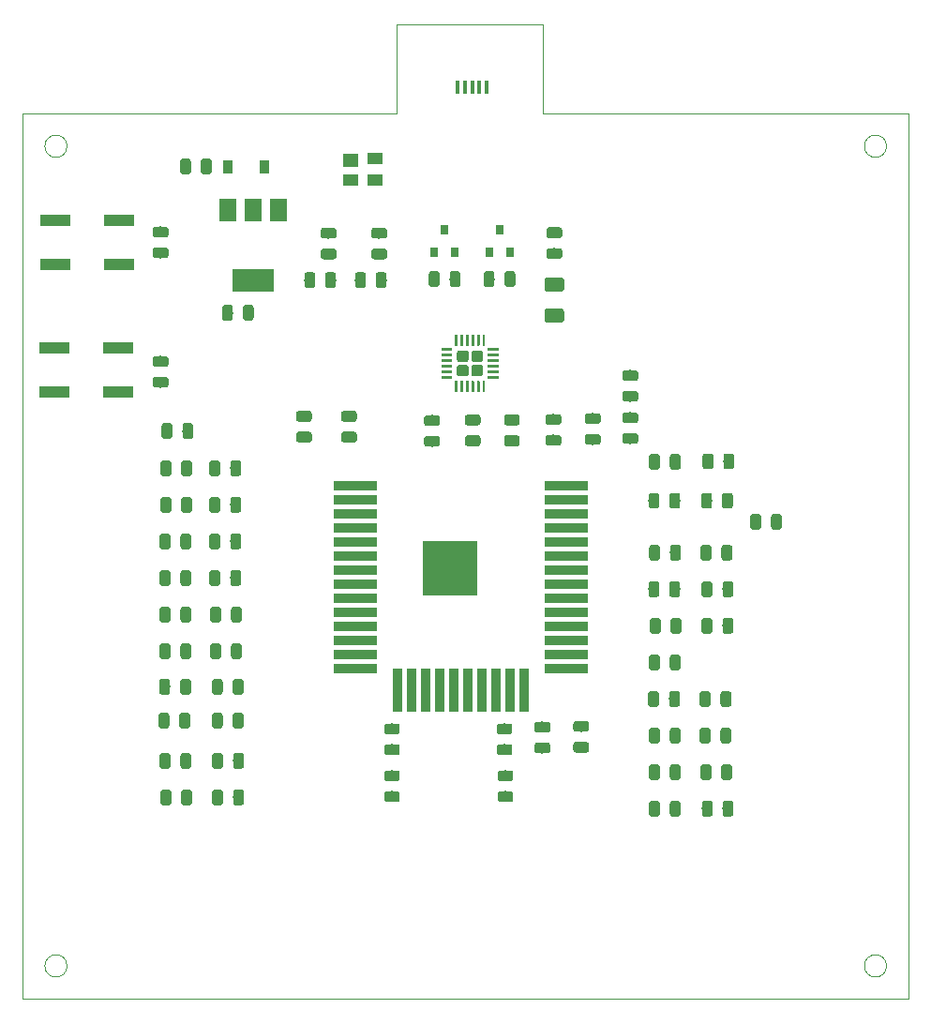
<source format=gbr>
%TF.GenerationSoftware,KiCad,Pcbnew,(5.0.0)*%
%TF.CreationDate,2020-03-23T14:11:06+01:00*%
%TF.ProjectId,Schaltplan_Mainboard,536368616C74706C616E5F4D61696E62,rev?*%
%TF.SameCoordinates,Original*%
%TF.FileFunction,Paste,Top*%
%TF.FilePolarity,Positive*%
%FSLAX46Y46*%
G04 Gerber Fmt 4.6, Leading zero omitted, Abs format (unit mm)*
G04 Created by KiCad (PCBNEW (5.0.0)) date 03/23/20 14:11:06*
%MOMM*%
%LPD*%
G01*
G04 APERTURE LIST*
%ADD10C,0.100000*%
%ADD11C,0.150000*%
%ADD12C,1.250000*%
%ADD13C,0.975000*%
%ADD14R,0.900000X1.200000*%
%ADD15C,0.250000*%
%ADD16C,1.050000*%
%ADD17R,1.400000X1.200000*%
%ADD18R,1.400000X1.000000*%
%ADD19R,0.800000X0.900000*%
%ADD20R,2.750000X1.000000*%
%ADD21R,3.800000X2.000000*%
%ADD22R,1.500000X2.000000*%
%ADD23R,0.450000X1.300000*%
%ADD24R,5.000000X5.000000*%
%ADD25R,4.000000X0.900000*%
%ADD26R,0.900000X4.000000*%
G04 APERTURE END LIST*
D10*
X172400000Y-64440000D02*
X205400000Y-64440000D01*
X172400000Y-56440000D02*
X159200000Y-56440000D01*
X172400000Y-64440000D02*
X172400000Y-56440000D01*
X125400000Y-64440000D02*
X159200000Y-64440000D01*
X159200000Y-64440000D02*
X159200000Y-56440000D01*
X129400000Y-141450000D02*
G75*
G03X129400000Y-141450000I-1000000J0D01*
G01*
X203410000Y-67440000D02*
G75*
G03X203410000Y-67440000I-1000000J0D01*
G01*
X129400000Y-67440000D02*
G75*
G03X129400000Y-67440000I-1000000J0D01*
G01*
X203410000Y-141450000D02*
G75*
G03X203410000Y-141450000I-1000000J0D01*
G01*
X125400000Y-64440000D02*
X125400000Y-144440000D01*
X125400000Y-144440000D02*
X205400000Y-144440000D01*
X205400000Y-64440000D02*
X205400000Y-144440000D01*
D11*
%TO.C,D3*%
G36*
X174055504Y-82104204D02*
X174079773Y-82107804D01*
X174103571Y-82113765D01*
X174126671Y-82122030D01*
X174148849Y-82132520D01*
X174169893Y-82145133D01*
X174189598Y-82159747D01*
X174207777Y-82176223D01*
X174224253Y-82194402D01*
X174238867Y-82214107D01*
X174251480Y-82235151D01*
X174261970Y-82257329D01*
X174270235Y-82280429D01*
X174276196Y-82304227D01*
X174279796Y-82328496D01*
X174281000Y-82353000D01*
X174281000Y-83103000D01*
X174279796Y-83127504D01*
X174276196Y-83151773D01*
X174270235Y-83175571D01*
X174261970Y-83198671D01*
X174251480Y-83220849D01*
X174238867Y-83241893D01*
X174224253Y-83261598D01*
X174207777Y-83279777D01*
X174189598Y-83296253D01*
X174169893Y-83310867D01*
X174148849Y-83323480D01*
X174126671Y-83333970D01*
X174103571Y-83342235D01*
X174079773Y-83348196D01*
X174055504Y-83351796D01*
X174031000Y-83353000D01*
X172781000Y-83353000D01*
X172756496Y-83351796D01*
X172732227Y-83348196D01*
X172708429Y-83342235D01*
X172685329Y-83333970D01*
X172663151Y-83323480D01*
X172642107Y-83310867D01*
X172622402Y-83296253D01*
X172604223Y-83279777D01*
X172587747Y-83261598D01*
X172573133Y-83241893D01*
X172560520Y-83220849D01*
X172550030Y-83198671D01*
X172541765Y-83175571D01*
X172535804Y-83151773D01*
X172532204Y-83127504D01*
X172531000Y-83103000D01*
X172531000Y-82353000D01*
X172532204Y-82328496D01*
X172535804Y-82304227D01*
X172541765Y-82280429D01*
X172550030Y-82257329D01*
X172560520Y-82235151D01*
X172573133Y-82214107D01*
X172587747Y-82194402D01*
X172604223Y-82176223D01*
X172622402Y-82159747D01*
X172642107Y-82145133D01*
X172663151Y-82132520D01*
X172685329Y-82122030D01*
X172708429Y-82113765D01*
X172732227Y-82107804D01*
X172756496Y-82104204D01*
X172781000Y-82103000D01*
X174031000Y-82103000D01*
X174055504Y-82104204D01*
X174055504Y-82104204D01*
G37*
D12*
X173406000Y-82728000D03*
D11*
G36*
X174055504Y-79304204D02*
X174079773Y-79307804D01*
X174103571Y-79313765D01*
X174126671Y-79322030D01*
X174148849Y-79332520D01*
X174169893Y-79345133D01*
X174189598Y-79359747D01*
X174207777Y-79376223D01*
X174224253Y-79394402D01*
X174238867Y-79414107D01*
X174251480Y-79435151D01*
X174261970Y-79457329D01*
X174270235Y-79480429D01*
X174276196Y-79504227D01*
X174279796Y-79528496D01*
X174281000Y-79553000D01*
X174281000Y-80303000D01*
X174279796Y-80327504D01*
X174276196Y-80351773D01*
X174270235Y-80375571D01*
X174261970Y-80398671D01*
X174251480Y-80420849D01*
X174238867Y-80441893D01*
X174224253Y-80461598D01*
X174207777Y-80479777D01*
X174189598Y-80496253D01*
X174169893Y-80510867D01*
X174148849Y-80523480D01*
X174126671Y-80533970D01*
X174103571Y-80542235D01*
X174079773Y-80548196D01*
X174055504Y-80551796D01*
X174031000Y-80553000D01*
X172781000Y-80553000D01*
X172756496Y-80551796D01*
X172732227Y-80548196D01*
X172708429Y-80542235D01*
X172685329Y-80533970D01*
X172663151Y-80523480D01*
X172642107Y-80510867D01*
X172622402Y-80496253D01*
X172604223Y-80479777D01*
X172587747Y-80461598D01*
X172573133Y-80441893D01*
X172560520Y-80420849D01*
X172550030Y-80398671D01*
X172541765Y-80375571D01*
X172535804Y-80351773D01*
X172532204Y-80327504D01*
X172531000Y-80303000D01*
X172531000Y-79553000D01*
X172532204Y-79528496D01*
X172535804Y-79504227D01*
X172541765Y-79480429D01*
X172550030Y-79457329D01*
X172560520Y-79435151D01*
X172573133Y-79414107D01*
X172587747Y-79394402D01*
X172604223Y-79376223D01*
X172622402Y-79359747D01*
X172642107Y-79345133D01*
X172663151Y-79332520D01*
X172685329Y-79322030D01*
X172708429Y-79313765D01*
X172732227Y-79307804D01*
X172756496Y-79304204D01*
X172781000Y-79303000D01*
X174031000Y-79303000D01*
X174055504Y-79304204D01*
X174055504Y-79304204D01*
G37*
D12*
X173406000Y-79928000D03*
%TD*%
D11*
%TO.C,R34*%
G36*
X176299142Y-121215674D02*
X176322803Y-121219184D01*
X176346007Y-121224996D01*
X176368529Y-121233054D01*
X176390153Y-121243282D01*
X176410670Y-121255579D01*
X176429883Y-121269829D01*
X176447607Y-121285893D01*
X176463671Y-121303617D01*
X176477921Y-121322830D01*
X176490218Y-121343347D01*
X176500446Y-121364971D01*
X176508504Y-121387493D01*
X176514316Y-121410697D01*
X176517826Y-121434358D01*
X176519000Y-121458250D01*
X176519000Y-121945750D01*
X176517826Y-121969642D01*
X176514316Y-121993303D01*
X176508504Y-122016507D01*
X176500446Y-122039029D01*
X176490218Y-122060653D01*
X176477921Y-122081170D01*
X176463671Y-122100383D01*
X176447607Y-122118107D01*
X176429883Y-122134171D01*
X176410670Y-122148421D01*
X176390153Y-122160718D01*
X176368529Y-122170946D01*
X176346007Y-122179004D01*
X176322803Y-122184816D01*
X176299142Y-122188326D01*
X176275250Y-122189500D01*
X175362750Y-122189500D01*
X175338858Y-122188326D01*
X175315197Y-122184816D01*
X175291993Y-122179004D01*
X175269471Y-122170946D01*
X175247847Y-122160718D01*
X175227330Y-122148421D01*
X175208117Y-122134171D01*
X175190393Y-122118107D01*
X175174329Y-122100383D01*
X175160079Y-122081170D01*
X175147782Y-122060653D01*
X175137554Y-122039029D01*
X175129496Y-122016507D01*
X175123684Y-121993303D01*
X175120174Y-121969642D01*
X175119000Y-121945750D01*
X175119000Y-121458250D01*
X175120174Y-121434358D01*
X175123684Y-121410697D01*
X175129496Y-121387493D01*
X175137554Y-121364971D01*
X175147782Y-121343347D01*
X175160079Y-121322830D01*
X175174329Y-121303617D01*
X175190393Y-121285893D01*
X175208117Y-121269829D01*
X175227330Y-121255579D01*
X175247847Y-121243282D01*
X175269471Y-121233054D01*
X175291993Y-121224996D01*
X175315197Y-121219184D01*
X175338858Y-121215674D01*
X175362750Y-121214500D01*
X176275250Y-121214500D01*
X176299142Y-121215674D01*
X176299142Y-121215674D01*
G37*
D13*
X175819000Y-121702000D03*
D11*
G36*
X176299142Y-119340674D02*
X176322803Y-119344184D01*
X176346007Y-119349996D01*
X176368529Y-119358054D01*
X176390153Y-119368282D01*
X176410670Y-119380579D01*
X176429883Y-119394829D01*
X176447607Y-119410893D01*
X176463671Y-119428617D01*
X176477921Y-119447830D01*
X176490218Y-119468347D01*
X176500446Y-119489971D01*
X176508504Y-119512493D01*
X176514316Y-119535697D01*
X176517826Y-119559358D01*
X176519000Y-119583250D01*
X176519000Y-120070750D01*
X176517826Y-120094642D01*
X176514316Y-120118303D01*
X176508504Y-120141507D01*
X176500446Y-120164029D01*
X176490218Y-120185653D01*
X176477921Y-120206170D01*
X176463671Y-120225383D01*
X176447607Y-120243107D01*
X176429883Y-120259171D01*
X176410670Y-120273421D01*
X176390153Y-120285718D01*
X176368529Y-120295946D01*
X176346007Y-120304004D01*
X176322803Y-120309816D01*
X176299142Y-120313326D01*
X176275250Y-120314500D01*
X175362750Y-120314500D01*
X175338858Y-120313326D01*
X175315197Y-120309816D01*
X175291993Y-120304004D01*
X175269471Y-120295946D01*
X175247847Y-120285718D01*
X175227330Y-120273421D01*
X175208117Y-120259171D01*
X175190393Y-120243107D01*
X175174329Y-120225383D01*
X175160079Y-120206170D01*
X175147782Y-120185653D01*
X175137554Y-120164029D01*
X175129496Y-120141507D01*
X175123684Y-120118303D01*
X175120174Y-120094642D01*
X175119000Y-120070750D01*
X175119000Y-119583250D01*
X175120174Y-119559358D01*
X175123684Y-119535697D01*
X175129496Y-119512493D01*
X175137554Y-119489971D01*
X175147782Y-119468347D01*
X175160079Y-119447830D01*
X175174329Y-119428617D01*
X175190393Y-119410893D01*
X175208117Y-119394829D01*
X175227330Y-119380579D01*
X175247847Y-119368282D01*
X175269471Y-119358054D01*
X175291993Y-119349996D01*
X175315197Y-119344184D01*
X175338858Y-119340674D01*
X175362750Y-119339500D01*
X176275250Y-119339500D01*
X176299142Y-119340674D01*
X176299142Y-119340674D01*
G37*
D13*
X175819000Y-119827000D03*
%TD*%
D11*
%TO.C,R35*%
G36*
X172806642Y-121279174D02*
X172830303Y-121282684D01*
X172853507Y-121288496D01*
X172876029Y-121296554D01*
X172897653Y-121306782D01*
X172918170Y-121319079D01*
X172937383Y-121333329D01*
X172955107Y-121349393D01*
X172971171Y-121367117D01*
X172985421Y-121386330D01*
X172997718Y-121406847D01*
X173007946Y-121428471D01*
X173016004Y-121450993D01*
X173021816Y-121474197D01*
X173025326Y-121497858D01*
X173026500Y-121521750D01*
X173026500Y-122009250D01*
X173025326Y-122033142D01*
X173021816Y-122056803D01*
X173016004Y-122080007D01*
X173007946Y-122102529D01*
X172997718Y-122124153D01*
X172985421Y-122144670D01*
X172971171Y-122163883D01*
X172955107Y-122181607D01*
X172937383Y-122197671D01*
X172918170Y-122211921D01*
X172897653Y-122224218D01*
X172876029Y-122234446D01*
X172853507Y-122242504D01*
X172830303Y-122248316D01*
X172806642Y-122251826D01*
X172782750Y-122253000D01*
X171870250Y-122253000D01*
X171846358Y-122251826D01*
X171822697Y-122248316D01*
X171799493Y-122242504D01*
X171776971Y-122234446D01*
X171755347Y-122224218D01*
X171734830Y-122211921D01*
X171715617Y-122197671D01*
X171697893Y-122181607D01*
X171681829Y-122163883D01*
X171667579Y-122144670D01*
X171655282Y-122124153D01*
X171645054Y-122102529D01*
X171636996Y-122080007D01*
X171631184Y-122056803D01*
X171627674Y-122033142D01*
X171626500Y-122009250D01*
X171626500Y-121521750D01*
X171627674Y-121497858D01*
X171631184Y-121474197D01*
X171636996Y-121450993D01*
X171645054Y-121428471D01*
X171655282Y-121406847D01*
X171667579Y-121386330D01*
X171681829Y-121367117D01*
X171697893Y-121349393D01*
X171715617Y-121333329D01*
X171734830Y-121319079D01*
X171755347Y-121306782D01*
X171776971Y-121296554D01*
X171799493Y-121288496D01*
X171822697Y-121282684D01*
X171846358Y-121279174D01*
X171870250Y-121278000D01*
X172782750Y-121278000D01*
X172806642Y-121279174D01*
X172806642Y-121279174D01*
G37*
D13*
X172326500Y-121765500D03*
D11*
G36*
X172806642Y-119404174D02*
X172830303Y-119407684D01*
X172853507Y-119413496D01*
X172876029Y-119421554D01*
X172897653Y-119431782D01*
X172918170Y-119444079D01*
X172937383Y-119458329D01*
X172955107Y-119474393D01*
X172971171Y-119492117D01*
X172985421Y-119511330D01*
X172997718Y-119531847D01*
X173007946Y-119553471D01*
X173016004Y-119575993D01*
X173021816Y-119599197D01*
X173025326Y-119622858D01*
X173026500Y-119646750D01*
X173026500Y-120134250D01*
X173025326Y-120158142D01*
X173021816Y-120181803D01*
X173016004Y-120205007D01*
X173007946Y-120227529D01*
X172997718Y-120249153D01*
X172985421Y-120269670D01*
X172971171Y-120288883D01*
X172955107Y-120306607D01*
X172937383Y-120322671D01*
X172918170Y-120336921D01*
X172897653Y-120349218D01*
X172876029Y-120359446D01*
X172853507Y-120367504D01*
X172830303Y-120373316D01*
X172806642Y-120376826D01*
X172782750Y-120378000D01*
X171870250Y-120378000D01*
X171846358Y-120376826D01*
X171822697Y-120373316D01*
X171799493Y-120367504D01*
X171776971Y-120359446D01*
X171755347Y-120349218D01*
X171734830Y-120336921D01*
X171715617Y-120322671D01*
X171697893Y-120306607D01*
X171681829Y-120288883D01*
X171667579Y-120269670D01*
X171655282Y-120249153D01*
X171645054Y-120227529D01*
X171636996Y-120205007D01*
X171631184Y-120181803D01*
X171627674Y-120158142D01*
X171626500Y-120134250D01*
X171626500Y-119646750D01*
X171627674Y-119622858D01*
X171631184Y-119599197D01*
X171636996Y-119575993D01*
X171645054Y-119553471D01*
X171655282Y-119531847D01*
X171667579Y-119511330D01*
X171681829Y-119492117D01*
X171697893Y-119474393D01*
X171715617Y-119458329D01*
X171734830Y-119444079D01*
X171755347Y-119431782D01*
X171776971Y-119421554D01*
X171799493Y-119413496D01*
X171822697Y-119407684D01*
X171846358Y-119404174D01*
X171870250Y-119403000D01*
X172782750Y-119403000D01*
X172806642Y-119404174D01*
X172806642Y-119404174D01*
G37*
D13*
X172326500Y-119890500D03*
%TD*%
D11*
%TO.C,R36*%
G36*
X173886142Y-74763674D02*
X173909803Y-74767184D01*
X173933007Y-74772996D01*
X173955529Y-74781054D01*
X173977153Y-74791282D01*
X173997670Y-74803579D01*
X174016883Y-74817829D01*
X174034607Y-74833893D01*
X174050671Y-74851617D01*
X174064921Y-74870830D01*
X174077218Y-74891347D01*
X174087446Y-74912971D01*
X174095504Y-74935493D01*
X174101316Y-74958697D01*
X174104826Y-74982358D01*
X174106000Y-75006250D01*
X174106000Y-75493750D01*
X174104826Y-75517642D01*
X174101316Y-75541303D01*
X174095504Y-75564507D01*
X174087446Y-75587029D01*
X174077218Y-75608653D01*
X174064921Y-75629170D01*
X174050671Y-75648383D01*
X174034607Y-75666107D01*
X174016883Y-75682171D01*
X173997670Y-75696421D01*
X173977153Y-75708718D01*
X173955529Y-75718946D01*
X173933007Y-75727004D01*
X173909803Y-75732816D01*
X173886142Y-75736326D01*
X173862250Y-75737500D01*
X172949750Y-75737500D01*
X172925858Y-75736326D01*
X172902197Y-75732816D01*
X172878993Y-75727004D01*
X172856471Y-75718946D01*
X172834847Y-75708718D01*
X172814330Y-75696421D01*
X172795117Y-75682171D01*
X172777393Y-75666107D01*
X172761329Y-75648383D01*
X172747079Y-75629170D01*
X172734782Y-75608653D01*
X172724554Y-75587029D01*
X172716496Y-75564507D01*
X172710684Y-75541303D01*
X172707174Y-75517642D01*
X172706000Y-75493750D01*
X172706000Y-75006250D01*
X172707174Y-74982358D01*
X172710684Y-74958697D01*
X172716496Y-74935493D01*
X172724554Y-74912971D01*
X172734782Y-74891347D01*
X172747079Y-74870830D01*
X172761329Y-74851617D01*
X172777393Y-74833893D01*
X172795117Y-74817829D01*
X172814330Y-74803579D01*
X172834847Y-74791282D01*
X172856471Y-74781054D01*
X172878993Y-74772996D01*
X172902197Y-74767184D01*
X172925858Y-74763674D01*
X172949750Y-74762500D01*
X173862250Y-74762500D01*
X173886142Y-74763674D01*
X173886142Y-74763674D01*
G37*
D13*
X173406000Y-75250000D03*
D11*
G36*
X173886142Y-76638674D02*
X173909803Y-76642184D01*
X173933007Y-76647996D01*
X173955529Y-76656054D01*
X173977153Y-76666282D01*
X173997670Y-76678579D01*
X174016883Y-76692829D01*
X174034607Y-76708893D01*
X174050671Y-76726617D01*
X174064921Y-76745830D01*
X174077218Y-76766347D01*
X174087446Y-76787971D01*
X174095504Y-76810493D01*
X174101316Y-76833697D01*
X174104826Y-76857358D01*
X174106000Y-76881250D01*
X174106000Y-77368750D01*
X174104826Y-77392642D01*
X174101316Y-77416303D01*
X174095504Y-77439507D01*
X174087446Y-77462029D01*
X174077218Y-77483653D01*
X174064921Y-77504170D01*
X174050671Y-77523383D01*
X174034607Y-77541107D01*
X174016883Y-77557171D01*
X173997670Y-77571421D01*
X173977153Y-77583718D01*
X173955529Y-77593946D01*
X173933007Y-77602004D01*
X173909803Y-77607816D01*
X173886142Y-77611326D01*
X173862250Y-77612500D01*
X172949750Y-77612500D01*
X172925858Y-77611326D01*
X172902197Y-77607816D01*
X172878993Y-77602004D01*
X172856471Y-77593946D01*
X172834847Y-77583718D01*
X172814330Y-77571421D01*
X172795117Y-77557171D01*
X172777393Y-77541107D01*
X172761329Y-77523383D01*
X172747079Y-77504170D01*
X172734782Y-77483653D01*
X172724554Y-77462029D01*
X172716496Y-77439507D01*
X172710684Y-77416303D01*
X172707174Y-77392642D01*
X172706000Y-77368750D01*
X172706000Y-76881250D01*
X172707174Y-76857358D01*
X172710684Y-76833697D01*
X172716496Y-76810493D01*
X172724554Y-76787971D01*
X172734782Y-76766347D01*
X172747079Y-76745830D01*
X172761329Y-76726617D01*
X172777393Y-76708893D01*
X172795117Y-76692829D01*
X172814330Y-76678579D01*
X172834847Y-76666282D01*
X172856471Y-76656054D01*
X172878993Y-76647996D01*
X172902197Y-76642184D01*
X172925858Y-76638674D01*
X172949750Y-76637500D01*
X173862250Y-76637500D01*
X173886142Y-76638674D01*
X173886142Y-76638674D01*
G37*
D13*
X173406000Y-77125000D03*
%TD*%
D11*
%TO.C,C32*%
G36*
X142241142Y-68567174D02*
X142264803Y-68570684D01*
X142288007Y-68576496D01*
X142310529Y-68584554D01*
X142332153Y-68594782D01*
X142352670Y-68607079D01*
X142371883Y-68621329D01*
X142389607Y-68637393D01*
X142405671Y-68655117D01*
X142419921Y-68674330D01*
X142432218Y-68694847D01*
X142442446Y-68716471D01*
X142450504Y-68738993D01*
X142456316Y-68762197D01*
X142459826Y-68785858D01*
X142461000Y-68809750D01*
X142461000Y-69722250D01*
X142459826Y-69746142D01*
X142456316Y-69769803D01*
X142450504Y-69793007D01*
X142442446Y-69815529D01*
X142432218Y-69837153D01*
X142419921Y-69857670D01*
X142405671Y-69876883D01*
X142389607Y-69894607D01*
X142371883Y-69910671D01*
X142352670Y-69924921D01*
X142332153Y-69937218D01*
X142310529Y-69947446D01*
X142288007Y-69955504D01*
X142264803Y-69961316D01*
X142241142Y-69964826D01*
X142217250Y-69966000D01*
X141729750Y-69966000D01*
X141705858Y-69964826D01*
X141682197Y-69961316D01*
X141658993Y-69955504D01*
X141636471Y-69947446D01*
X141614847Y-69937218D01*
X141594330Y-69924921D01*
X141575117Y-69910671D01*
X141557393Y-69894607D01*
X141541329Y-69876883D01*
X141527079Y-69857670D01*
X141514782Y-69837153D01*
X141504554Y-69815529D01*
X141496496Y-69793007D01*
X141490684Y-69769803D01*
X141487174Y-69746142D01*
X141486000Y-69722250D01*
X141486000Y-68809750D01*
X141487174Y-68785858D01*
X141490684Y-68762197D01*
X141496496Y-68738993D01*
X141504554Y-68716471D01*
X141514782Y-68694847D01*
X141527079Y-68674330D01*
X141541329Y-68655117D01*
X141557393Y-68637393D01*
X141575117Y-68621329D01*
X141594330Y-68607079D01*
X141614847Y-68594782D01*
X141636471Y-68584554D01*
X141658993Y-68576496D01*
X141682197Y-68570684D01*
X141705858Y-68567174D01*
X141729750Y-68566000D01*
X142217250Y-68566000D01*
X142241142Y-68567174D01*
X142241142Y-68567174D01*
G37*
D13*
X141973500Y-69266000D03*
D11*
G36*
X140366142Y-68567174D02*
X140389803Y-68570684D01*
X140413007Y-68576496D01*
X140435529Y-68584554D01*
X140457153Y-68594782D01*
X140477670Y-68607079D01*
X140496883Y-68621329D01*
X140514607Y-68637393D01*
X140530671Y-68655117D01*
X140544921Y-68674330D01*
X140557218Y-68694847D01*
X140567446Y-68716471D01*
X140575504Y-68738993D01*
X140581316Y-68762197D01*
X140584826Y-68785858D01*
X140586000Y-68809750D01*
X140586000Y-69722250D01*
X140584826Y-69746142D01*
X140581316Y-69769803D01*
X140575504Y-69793007D01*
X140567446Y-69815529D01*
X140557218Y-69837153D01*
X140544921Y-69857670D01*
X140530671Y-69876883D01*
X140514607Y-69894607D01*
X140496883Y-69910671D01*
X140477670Y-69924921D01*
X140457153Y-69937218D01*
X140435529Y-69947446D01*
X140413007Y-69955504D01*
X140389803Y-69961316D01*
X140366142Y-69964826D01*
X140342250Y-69966000D01*
X139854750Y-69966000D01*
X139830858Y-69964826D01*
X139807197Y-69961316D01*
X139783993Y-69955504D01*
X139761471Y-69947446D01*
X139739847Y-69937218D01*
X139719330Y-69924921D01*
X139700117Y-69910671D01*
X139682393Y-69894607D01*
X139666329Y-69876883D01*
X139652079Y-69857670D01*
X139639782Y-69837153D01*
X139629554Y-69815529D01*
X139621496Y-69793007D01*
X139615684Y-69769803D01*
X139612174Y-69746142D01*
X139611000Y-69722250D01*
X139611000Y-68809750D01*
X139612174Y-68785858D01*
X139615684Y-68762197D01*
X139621496Y-68738993D01*
X139629554Y-68716471D01*
X139639782Y-68694847D01*
X139652079Y-68674330D01*
X139666329Y-68655117D01*
X139682393Y-68637393D01*
X139700117Y-68621329D01*
X139719330Y-68607079D01*
X139739847Y-68594782D01*
X139761471Y-68584554D01*
X139783993Y-68576496D01*
X139807197Y-68570684D01*
X139830858Y-68567174D01*
X139854750Y-68566000D01*
X140342250Y-68566000D01*
X140366142Y-68567174D01*
X140366142Y-68567174D01*
G37*
D13*
X140098500Y-69266000D03*
%TD*%
D11*
%TO.C,C33*%
G36*
X144158142Y-81775174D02*
X144181803Y-81778684D01*
X144205007Y-81784496D01*
X144227529Y-81792554D01*
X144249153Y-81802782D01*
X144269670Y-81815079D01*
X144288883Y-81829329D01*
X144306607Y-81845393D01*
X144322671Y-81863117D01*
X144336921Y-81882330D01*
X144349218Y-81902847D01*
X144359446Y-81924471D01*
X144367504Y-81946993D01*
X144373316Y-81970197D01*
X144376826Y-81993858D01*
X144378000Y-82017750D01*
X144378000Y-82930250D01*
X144376826Y-82954142D01*
X144373316Y-82977803D01*
X144367504Y-83001007D01*
X144359446Y-83023529D01*
X144349218Y-83045153D01*
X144336921Y-83065670D01*
X144322671Y-83084883D01*
X144306607Y-83102607D01*
X144288883Y-83118671D01*
X144269670Y-83132921D01*
X144249153Y-83145218D01*
X144227529Y-83155446D01*
X144205007Y-83163504D01*
X144181803Y-83169316D01*
X144158142Y-83172826D01*
X144134250Y-83174000D01*
X143646750Y-83174000D01*
X143622858Y-83172826D01*
X143599197Y-83169316D01*
X143575993Y-83163504D01*
X143553471Y-83155446D01*
X143531847Y-83145218D01*
X143511330Y-83132921D01*
X143492117Y-83118671D01*
X143474393Y-83102607D01*
X143458329Y-83084883D01*
X143444079Y-83065670D01*
X143431782Y-83045153D01*
X143421554Y-83023529D01*
X143413496Y-83001007D01*
X143407684Y-82977803D01*
X143404174Y-82954142D01*
X143403000Y-82930250D01*
X143403000Y-82017750D01*
X143404174Y-81993858D01*
X143407684Y-81970197D01*
X143413496Y-81946993D01*
X143421554Y-81924471D01*
X143431782Y-81902847D01*
X143444079Y-81882330D01*
X143458329Y-81863117D01*
X143474393Y-81845393D01*
X143492117Y-81829329D01*
X143511330Y-81815079D01*
X143531847Y-81802782D01*
X143553471Y-81792554D01*
X143575993Y-81784496D01*
X143599197Y-81778684D01*
X143622858Y-81775174D01*
X143646750Y-81774000D01*
X144134250Y-81774000D01*
X144158142Y-81775174D01*
X144158142Y-81775174D01*
G37*
D13*
X143890500Y-82474000D03*
D11*
G36*
X146033142Y-81775174D02*
X146056803Y-81778684D01*
X146080007Y-81784496D01*
X146102529Y-81792554D01*
X146124153Y-81802782D01*
X146144670Y-81815079D01*
X146163883Y-81829329D01*
X146181607Y-81845393D01*
X146197671Y-81863117D01*
X146211921Y-81882330D01*
X146224218Y-81902847D01*
X146234446Y-81924471D01*
X146242504Y-81946993D01*
X146248316Y-81970197D01*
X146251826Y-81993858D01*
X146253000Y-82017750D01*
X146253000Y-82930250D01*
X146251826Y-82954142D01*
X146248316Y-82977803D01*
X146242504Y-83001007D01*
X146234446Y-83023529D01*
X146224218Y-83045153D01*
X146211921Y-83065670D01*
X146197671Y-83084883D01*
X146181607Y-83102607D01*
X146163883Y-83118671D01*
X146144670Y-83132921D01*
X146124153Y-83145218D01*
X146102529Y-83155446D01*
X146080007Y-83163504D01*
X146056803Y-83169316D01*
X146033142Y-83172826D01*
X146009250Y-83174000D01*
X145521750Y-83174000D01*
X145497858Y-83172826D01*
X145474197Y-83169316D01*
X145450993Y-83163504D01*
X145428471Y-83155446D01*
X145406847Y-83145218D01*
X145386330Y-83132921D01*
X145367117Y-83118671D01*
X145349393Y-83102607D01*
X145333329Y-83084883D01*
X145319079Y-83065670D01*
X145306782Y-83045153D01*
X145296554Y-83023529D01*
X145288496Y-83001007D01*
X145282684Y-82977803D01*
X145279174Y-82954142D01*
X145278000Y-82930250D01*
X145278000Y-82017750D01*
X145279174Y-81993858D01*
X145282684Y-81970197D01*
X145288496Y-81946993D01*
X145296554Y-81924471D01*
X145306782Y-81902847D01*
X145319079Y-81882330D01*
X145333329Y-81863117D01*
X145349393Y-81845393D01*
X145367117Y-81829329D01*
X145386330Y-81815079D01*
X145406847Y-81802782D01*
X145428471Y-81792554D01*
X145450993Y-81784496D01*
X145474197Y-81778684D01*
X145497858Y-81775174D01*
X145521750Y-81774000D01*
X146009250Y-81774000D01*
X146033142Y-81775174D01*
X146033142Y-81775174D01*
G37*
D13*
X145765500Y-82474000D03*
%TD*%
D11*
%TO.C,C11*%
G36*
X155344142Y-93212174D02*
X155367803Y-93215684D01*
X155391007Y-93221496D01*
X155413529Y-93229554D01*
X155435153Y-93239782D01*
X155455670Y-93252079D01*
X155474883Y-93266329D01*
X155492607Y-93282393D01*
X155508671Y-93300117D01*
X155522921Y-93319330D01*
X155535218Y-93339847D01*
X155545446Y-93361471D01*
X155553504Y-93383993D01*
X155559316Y-93407197D01*
X155562826Y-93430858D01*
X155564000Y-93454750D01*
X155564000Y-93942250D01*
X155562826Y-93966142D01*
X155559316Y-93989803D01*
X155553504Y-94013007D01*
X155545446Y-94035529D01*
X155535218Y-94057153D01*
X155522921Y-94077670D01*
X155508671Y-94096883D01*
X155492607Y-94114607D01*
X155474883Y-94130671D01*
X155455670Y-94144921D01*
X155435153Y-94157218D01*
X155413529Y-94167446D01*
X155391007Y-94175504D01*
X155367803Y-94181316D01*
X155344142Y-94184826D01*
X155320250Y-94186000D01*
X154407750Y-94186000D01*
X154383858Y-94184826D01*
X154360197Y-94181316D01*
X154336993Y-94175504D01*
X154314471Y-94167446D01*
X154292847Y-94157218D01*
X154272330Y-94144921D01*
X154253117Y-94130671D01*
X154235393Y-94114607D01*
X154219329Y-94096883D01*
X154205079Y-94077670D01*
X154192782Y-94057153D01*
X154182554Y-94035529D01*
X154174496Y-94013007D01*
X154168684Y-93989803D01*
X154165174Y-93966142D01*
X154164000Y-93942250D01*
X154164000Y-93454750D01*
X154165174Y-93430858D01*
X154168684Y-93407197D01*
X154174496Y-93383993D01*
X154182554Y-93361471D01*
X154192782Y-93339847D01*
X154205079Y-93319330D01*
X154219329Y-93300117D01*
X154235393Y-93282393D01*
X154253117Y-93266329D01*
X154272330Y-93252079D01*
X154292847Y-93239782D01*
X154314471Y-93229554D01*
X154336993Y-93221496D01*
X154360197Y-93215684D01*
X154383858Y-93212174D01*
X154407750Y-93211000D01*
X155320250Y-93211000D01*
X155344142Y-93212174D01*
X155344142Y-93212174D01*
G37*
D13*
X154864000Y-93698500D03*
D11*
G36*
X155344142Y-91337174D02*
X155367803Y-91340684D01*
X155391007Y-91346496D01*
X155413529Y-91354554D01*
X155435153Y-91364782D01*
X155455670Y-91377079D01*
X155474883Y-91391329D01*
X155492607Y-91407393D01*
X155508671Y-91425117D01*
X155522921Y-91444330D01*
X155535218Y-91464847D01*
X155545446Y-91486471D01*
X155553504Y-91508993D01*
X155559316Y-91532197D01*
X155562826Y-91555858D01*
X155564000Y-91579750D01*
X155564000Y-92067250D01*
X155562826Y-92091142D01*
X155559316Y-92114803D01*
X155553504Y-92138007D01*
X155545446Y-92160529D01*
X155535218Y-92182153D01*
X155522921Y-92202670D01*
X155508671Y-92221883D01*
X155492607Y-92239607D01*
X155474883Y-92255671D01*
X155455670Y-92269921D01*
X155435153Y-92282218D01*
X155413529Y-92292446D01*
X155391007Y-92300504D01*
X155367803Y-92306316D01*
X155344142Y-92309826D01*
X155320250Y-92311000D01*
X154407750Y-92311000D01*
X154383858Y-92309826D01*
X154360197Y-92306316D01*
X154336993Y-92300504D01*
X154314471Y-92292446D01*
X154292847Y-92282218D01*
X154272330Y-92269921D01*
X154253117Y-92255671D01*
X154235393Y-92239607D01*
X154219329Y-92221883D01*
X154205079Y-92202670D01*
X154192782Y-92182153D01*
X154182554Y-92160529D01*
X154174496Y-92138007D01*
X154168684Y-92114803D01*
X154165174Y-92091142D01*
X154164000Y-92067250D01*
X154164000Y-91579750D01*
X154165174Y-91555858D01*
X154168684Y-91532197D01*
X154174496Y-91508993D01*
X154182554Y-91486471D01*
X154192782Y-91464847D01*
X154205079Y-91444330D01*
X154219329Y-91425117D01*
X154235393Y-91407393D01*
X154253117Y-91391329D01*
X154272330Y-91377079D01*
X154292847Y-91364782D01*
X154314471Y-91354554D01*
X154336993Y-91346496D01*
X154360197Y-91340684D01*
X154383858Y-91337174D01*
X154407750Y-91336000D01*
X155320250Y-91336000D01*
X155344142Y-91337174D01*
X155344142Y-91337174D01*
G37*
D13*
X154864000Y-91823500D03*
%TD*%
D11*
%TO.C,C4*%
G36*
X151280142Y-93212174D02*
X151303803Y-93215684D01*
X151327007Y-93221496D01*
X151349529Y-93229554D01*
X151371153Y-93239782D01*
X151391670Y-93252079D01*
X151410883Y-93266329D01*
X151428607Y-93282393D01*
X151444671Y-93300117D01*
X151458921Y-93319330D01*
X151471218Y-93339847D01*
X151481446Y-93361471D01*
X151489504Y-93383993D01*
X151495316Y-93407197D01*
X151498826Y-93430858D01*
X151500000Y-93454750D01*
X151500000Y-93942250D01*
X151498826Y-93966142D01*
X151495316Y-93989803D01*
X151489504Y-94013007D01*
X151481446Y-94035529D01*
X151471218Y-94057153D01*
X151458921Y-94077670D01*
X151444671Y-94096883D01*
X151428607Y-94114607D01*
X151410883Y-94130671D01*
X151391670Y-94144921D01*
X151371153Y-94157218D01*
X151349529Y-94167446D01*
X151327007Y-94175504D01*
X151303803Y-94181316D01*
X151280142Y-94184826D01*
X151256250Y-94186000D01*
X150343750Y-94186000D01*
X150319858Y-94184826D01*
X150296197Y-94181316D01*
X150272993Y-94175504D01*
X150250471Y-94167446D01*
X150228847Y-94157218D01*
X150208330Y-94144921D01*
X150189117Y-94130671D01*
X150171393Y-94114607D01*
X150155329Y-94096883D01*
X150141079Y-94077670D01*
X150128782Y-94057153D01*
X150118554Y-94035529D01*
X150110496Y-94013007D01*
X150104684Y-93989803D01*
X150101174Y-93966142D01*
X150100000Y-93942250D01*
X150100000Y-93454750D01*
X150101174Y-93430858D01*
X150104684Y-93407197D01*
X150110496Y-93383993D01*
X150118554Y-93361471D01*
X150128782Y-93339847D01*
X150141079Y-93319330D01*
X150155329Y-93300117D01*
X150171393Y-93282393D01*
X150189117Y-93266329D01*
X150208330Y-93252079D01*
X150228847Y-93239782D01*
X150250471Y-93229554D01*
X150272993Y-93221496D01*
X150296197Y-93215684D01*
X150319858Y-93212174D01*
X150343750Y-93211000D01*
X151256250Y-93211000D01*
X151280142Y-93212174D01*
X151280142Y-93212174D01*
G37*
D13*
X150800000Y-93698500D03*
D11*
G36*
X151280142Y-91337174D02*
X151303803Y-91340684D01*
X151327007Y-91346496D01*
X151349529Y-91354554D01*
X151371153Y-91364782D01*
X151391670Y-91377079D01*
X151410883Y-91391329D01*
X151428607Y-91407393D01*
X151444671Y-91425117D01*
X151458921Y-91444330D01*
X151471218Y-91464847D01*
X151481446Y-91486471D01*
X151489504Y-91508993D01*
X151495316Y-91532197D01*
X151498826Y-91555858D01*
X151500000Y-91579750D01*
X151500000Y-92067250D01*
X151498826Y-92091142D01*
X151495316Y-92114803D01*
X151489504Y-92138007D01*
X151481446Y-92160529D01*
X151471218Y-92182153D01*
X151458921Y-92202670D01*
X151444671Y-92221883D01*
X151428607Y-92239607D01*
X151410883Y-92255671D01*
X151391670Y-92269921D01*
X151371153Y-92282218D01*
X151349529Y-92292446D01*
X151327007Y-92300504D01*
X151303803Y-92306316D01*
X151280142Y-92309826D01*
X151256250Y-92311000D01*
X150343750Y-92311000D01*
X150319858Y-92309826D01*
X150296197Y-92306316D01*
X150272993Y-92300504D01*
X150250471Y-92292446D01*
X150228847Y-92282218D01*
X150208330Y-92269921D01*
X150189117Y-92255671D01*
X150171393Y-92239607D01*
X150155329Y-92221883D01*
X150141079Y-92202670D01*
X150128782Y-92182153D01*
X150118554Y-92160529D01*
X150110496Y-92138007D01*
X150104684Y-92114803D01*
X150101174Y-92091142D01*
X150100000Y-92067250D01*
X150100000Y-91579750D01*
X150101174Y-91555858D01*
X150104684Y-91532197D01*
X150110496Y-91508993D01*
X150118554Y-91486471D01*
X150128782Y-91464847D01*
X150141079Y-91444330D01*
X150155329Y-91425117D01*
X150171393Y-91407393D01*
X150189117Y-91391329D01*
X150208330Y-91377079D01*
X150228847Y-91364782D01*
X150250471Y-91354554D01*
X150272993Y-91346496D01*
X150296197Y-91340684D01*
X150319858Y-91337174D01*
X150343750Y-91336000D01*
X151256250Y-91336000D01*
X151280142Y-91337174D01*
X151280142Y-91337174D01*
G37*
D13*
X150800000Y-91823500D03*
%TD*%
D11*
%TO.C,C2*%
G36*
X151588235Y-78828253D02*
X151611896Y-78831763D01*
X151635100Y-78837575D01*
X151657622Y-78845633D01*
X151679246Y-78855861D01*
X151699763Y-78868158D01*
X151718976Y-78882408D01*
X151736700Y-78898472D01*
X151752764Y-78916196D01*
X151767014Y-78935409D01*
X151779311Y-78955926D01*
X151789539Y-78977550D01*
X151797597Y-79000072D01*
X151803409Y-79023276D01*
X151806919Y-79046937D01*
X151808093Y-79070829D01*
X151808093Y-79983329D01*
X151806919Y-80007221D01*
X151803409Y-80030882D01*
X151797597Y-80054086D01*
X151789539Y-80076608D01*
X151779311Y-80098232D01*
X151767014Y-80118749D01*
X151752764Y-80137962D01*
X151736700Y-80155686D01*
X151718976Y-80171750D01*
X151699763Y-80186000D01*
X151679246Y-80198297D01*
X151657622Y-80208525D01*
X151635100Y-80216583D01*
X151611896Y-80222395D01*
X151588235Y-80225905D01*
X151564343Y-80227079D01*
X151076843Y-80227079D01*
X151052951Y-80225905D01*
X151029290Y-80222395D01*
X151006086Y-80216583D01*
X150983564Y-80208525D01*
X150961940Y-80198297D01*
X150941423Y-80186000D01*
X150922210Y-80171750D01*
X150904486Y-80155686D01*
X150888422Y-80137962D01*
X150874172Y-80118749D01*
X150861875Y-80098232D01*
X150851647Y-80076608D01*
X150843589Y-80054086D01*
X150837777Y-80030882D01*
X150834267Y-80007221D01*
X150833093Y-79983329D01*
X150833093Y-79070829D01*
X150834267Y-79046937D01*
X150837777Y-79023276D01*
X150843589Y-79000072D01*
X150851647Y-78977550D01*
X150861875Y-78955926D01*
X150874172Y-78935409D01*
X150888422Y-78916196D01*
X150904486Y-78898472D01*
X150922210Y-78882408D01*
X150941423Y-78868158D01*
X150961940Y-78855861D01*
X150983564Y-78845633D01*
X151006086Y-78837575D01*
X151029290Y-78831763D01*
X151052951Y-78828253D01*
X151076843Y-78827079D01*
X151564343Y-78827079D01*
X151588235Y-78828253D01*
X151588235Y-78828253D01*
G37*
D13*
X151320593Y-79527079D03*
D11*
G36*
X153463235Y-78828253D02*
X153486896Y-78831763D01*
X153510100Y-78837575D01*
X153532622Y-78845633D01*
X153554246Y-78855861D01*
X153574763Y-78868158D01*
X153593976Y-78882408D01*
X153611700Y-78898472D01*
X153627764Y-78916196D01*
X153642014Y-78935409D01*
X153654311Y-78955926D01*
X153664539Y-78977550D01*
X153672597Y-79000072D01*
X153678409Y-79023276D01*
X153681919Y-79046937D01*
X153683093Y-79070829D01*
X153683093Y-79983329D01*
X153681919Y-80007221D01*
X153678409Y-80030882D01*
X153672597Y-80054086D01*
X153664539Y-80076608D01*
X153654311Y-80098232D01*
X153642014Y-80118749D01*
X153627764Y-80137962D01*
X153611700Y-80155686D01*
X153593976Y-80171750D01*
X153574763Y-80186000D01*
X153554246Y-80198297D01*
X153532622Y-80208525D01*
X153510100Y-80216583D01*
X153486896Y-80222395D01*
X153463235Y-80225905D01*
X153439343Y-80227079D01*
X152951843Y-80227079D01*
X152927951Y-80225905D01*
X152904290Y-80222395D01*
X152881086Y-80216583D01*
X152858564Y-80208525D01*
X152836940Y-80198297D01*
X152816423Y-80186000D01*
X152797210Y-80171750D01*
X152779486Y-80155686D01*
X152763422Y-80137962D01*
X152749172Y-80118749D01*
X152736875Y-80098232D01*
X152726647Y-80076608D01*
X152718589Y-80054086D01*
X152712777Y-80030882D01*
X152709267Y-80007221D01*
X152708093Y-79983329D01*
X152708093Y-79070829D01*
X152709267Y-79046937D01*
X152712777Y-79023276D01*
X152718589Y-79000072D01*
X152726647Y-78977550D01*
X152736875Y-78955926D01*
X152749172Y-78935409D01*
X152763422Y-78916196D01*
X152779486Y-78898472D01*
X152797210Y-78882408D01*
X152816423Y-78868158D01*
X152836940Y-78855861D01*
X152858564Y-78845633D01*
X152881086Y-78837575D01*
X152904290Y-78831763D01*
X152927951Y-78828253D01*
X152951843Y-78827079D01*
X153439343Y-78827079D01*
X153463235Y-78828253D01*
X153463235Y-78828253D01*
G37*
D13*
X153195593Y-79527079D03*
%TD*%
D11*
%TO.C,C14*%
G36*
X180744142Y-93339174D02*
X180767803Y-93342684D01*
X180791007Y-93348496D01*
X180813529Y-93356554D01*
X180835153Y-93366782D01*
X180855670Y-93379079D01*
X180874883Y-93393329D01*
X180892607Y-93409393D01*
X180908671Y-93427117D01*
X180922921Y-93446330D01*
X180935218Y-93466847D01*
X180945446Y-93488471D01*
X180953504Y-93510993D01*
X180959316Y-93534197D01*
X180962826Y-93557858D01*
X180964000Y-93581750D01*
X180964000Y-94069250D01*
X180962826Y-94093142D01*
X180959316Y-94116803D01*
X180953504Y-94140007D01*
X180945446Y-94162529D01*
X180935218Y-94184153D01*
X180922921Y-94204670D01*
X180908671Y-94223883D01*
X180892607Y-94241607D01*
X180874883Y-94257671D01*
X180855670Y-94271921D01*
X180835153Y-94284218D01*
X180813529Y-94294446D01*
X180791007Y-94302504D01*
X180767803Y-94308316D01*
X180744142Y-94311826D01*
X180720250Y-94313000D01*
X179807750Y-94313000D01*
X179783858Y-94311826D01*
X179760197Y-94308316D01*
X179736993Y-94302504D01*
X179714471Y-94294446D01*
X179692847Y-94284218D01*
X179672330Y-94271921D01*
X179653117Y-94257671D01*
X179635393Y-94241607D01*
X179619329Y-94223883D01*
X179605079Y-94204670D01*
X179592782Y-94184153D01*
X179582554Y-94162529D01*
X179574496Y-94140007D01*
X179568684Y-94116803D01*
X179565174Y-94093142D01*
X179564000Y-94069250D01*
X179564000Y-93581750D01*
X179565174Y-93557858D01*
X179568684Y-93534197D01*
X179574496Y-93510993D01*
X179582554Y-93488471D01*
X179592782Y-93466847D01*
X179605079Y-93446330D01*
X179619329Y-93427117D01*
X179635393Y-93409393D01*
X179653117Y-93393329D01*
X179672330Y-93379079D01*
X179692847Y-93366782D01*
X179714471Y-93356554D01*
X179736993Y-93348496D01*
X179760197Y-93342684D01*
X179783858Y-93339174D01*
X179807750Y-93338000D01*
X180720250Y-93338000D01*
X180744142Y-93339174D01*
X180744142Y-93339174D01*
G37*
D13*
X180264000Y-93825500D03*
D11*
G36*
X180744142Y-91464174D02*
X180767803Y-91467684D01*
X180791007Y-91473496D01*
X180813529Y-91481554D01*
X180835153Y-91491782D01*
X180855670Y-91504079D01*
X180874883Y-91518329D01*
X180892607Y-91534393D01*
X180908671Y-91552117D01*
X180922921Y-91571330D01*
X180935218Y-91591847D01*
X180945446Y-91613471D01*
X180953504Y-91635993D01*
X180959316Y-91659197D01*
X180962826Y-91682858D01*
X180964000Y-91706750D01*
X180964000Y-92194250D01*
X180962826Y-92218142D01*
X180959316Y-92241803D01*
X180953504Y-92265007D01*
X180945446Y-92287529D01*
X180935218Y-92309153D01*
X180922921Y-92329670D01*
X180908671Y-92348883D01*
X180892607Y-92366607D01*
X180874883Y-92382671D01*
X180855670Y-92396921D01*
X180835153Y-92409218D01*
X180813529Y-92419446D01*
X180791007Y-92427504D01*
X180767803Y-92433316D01*
X180744142Y-92436826D01*
X180720250Y-92438000D01*
X179807750Y-92438000D01*
X179783858Y-92436826D01*
X179760197Y-92433316D01*
X179736993Y-92427504D01*
X179714471Y-92419446D01*
X179692847Y-92409218D01*
X179672330Y-92396921D01*
X179653117Y-92382671D01*
X179635393Y-92366607D01*
X179619329Y-92348883D01*
X179605079Y-92329670D01*
X179592782Y-92309153D01*
X179582554Y-92287529D01*
X179574496Y-92265007D01*
X179568684Y-92241803D01*
X179565174Y-92218142D01*
X179564000Y-92194250D01*
X179564000Y-91706750D01*
X179565174Y-91682858D01*
X179568684Y-91659197D01*
X179574496Y-91635993D01*
X179582554Y-91613471D01*
X179592782Y-91591847D01*
X179605079Y-91571330D01*
X179619329Y-91552117D01*
X179635393Y-91534393D01*
X179653117Y-91518329D01*
X179672330Y-91504079D01*
X179692847Y-91491782D01*
X179714471Y-91481554D01*
X179736993Y-91473496D01*
X179760197Y-91467684D01*
X179783858Y-91464174D01*
X179807750Y-91463000D01*
X180720250Y-91463000D01*
X180744142Y-91464174D01*
X180744142Y-91464174D01*
G37*
D13*
X180264000Y-91950500D03*
%TD*%
D11*
%TO.C,C13*%
G36*
X173804142Y-93497674D02*
X173827803Y-93501184D01*
X173851007Y-93506996D01*
X173873529Y-93515054D01*
X173895153Y-93525282D01*
X173915670Y-93537579D01*
X173934883Y-93551829D01*
X173952607Y-93567893D01*
X173968671Y-93585617D01*
X173982921Y-93604830D01*
X173995218Y-93625347D01*
X174005446Y-93646971D01*
X174013504Y-93669493D01*
X174019316Y-93692697D01*
X174022826Y-93716358D01*
X174024000Y-93740250D01*
X174024000Y-94227750D01*
X174022826Y-94251642D01*
X174019316Y-94275303D01*
X174013504Y-94298507D01*
X174005446Y-94321029D01*
X173995218Y-94342653D01*
X173982921Y-94363170D01*
X173968671Y-94382383D01*
X173952607Y-94400107D01*
X173934883Y-94416171D01*
X173915670Y-94430421D01*
X173895153Y-94442718D01*
X173873529Y-94452946D01*
X173851007Y-94461004D01*
X173827803Y-94466816D01*
X173804142Y-94470326D01*
X173780250Y-94471500D01*
X172867750Y-94471500D01*
X172843858Y-94470326D01*
X172820197Y-94466816D01*
X172796993Y-94461004D01*
X172774471Y-94452946D01*
X172752847Y-94442718D01*
X172732330Y-94430421D01*
X172713117Y-94416171D01*
X172695393Y-94400107D01*
X172679329Y-94382383D01*
X172665079Y-94363170D01*
X172652782Y-94342653D01*
X172642554Y-94321029D01*
X172634496Y-94298507D01*
X172628684Y-94275303D01*
X172625174Y-94251642D01*
X172624000Y-94227750D01*
X172624000Y-93740250D01*
X172625174Y-93716358D01*
X172628684Y-93692697D01*
X172634496Y-93669493D01*
X172642554Y-93646971D01*
X172652782Y-93625347D01*
X172665079Y-93604830D01*
X172679329Y-93585617D01*
X172695393Y-93567893D01*
X172713117Y-93551829D01*
X172732330Y-93537579D01*
X172752847Y-93525282D01*
X172774471Y-93515054D01*
X172796993Y-93506996D01*
X172820197Y-93501184D01*
X172843858Y-93497674D01*
X172867750Y-93496500D01*
X173780250Y-93496500D01*
X173804142Y-93497674D01*
X173804142Y-93497674D01*
G37*
D13*
X173324000Y-93984000D03*
D11*
G36*
X173804142Y-91622674D02*
X173827803Y-91626184D01*
X173851007Y-91631996D01*
X173873529Y-91640054D01*
X173895153Y-91650282D01*
X173915670Y-91662579D01*
X173934883Y-91676829D01*
X173952607Y-91692893D01*
X173968671Y-91710617D01*
X173982921Y-91729830D01*
X173995218Y-91750347D01*
X174005446Y-91771971D01*
X174013504Y-91794493D01*
X174019316Y-91817697D01*
X174022826Y-91841358D01*
X174024000Y-91865250D01*
X174024000Y-92352750D01*
X174022826Y-92376642D01*
X174019316Y-92400303D01*
X174013504Y-92423507D01*
X174005446Y-92446029D01*
X173995218Y-92467653D01*
X173982921Y-92488170D01*
X173968671Y-92507383D01*
X173952607Y-92525107D01*
X173934883Y-92541171D01*
X173915670Y-92555421D01*
X173895153Y-92567718D01*
X173873529Y-92577946D01*
X173851007Y-92586004D01*
X173827803Y-92591816D01*
X173804142Y-92595326D01*
X173780250Y-92596500D01*
X172867750Y-92596500D01*
X172843858Y-92595326D01*
X172820197Y-92591816D01*
X172796993Y-92586004D01*
X172774471Y-92577946D01*
X172752847Y-92567718D01*
X172732330Y-92555421D01*
X172713117Y-92541171D01*
X172695393Y-92525107D01*
X172679329Y-92507383D01*
X172665079Y-92488170D01*
X172652782Y-92467653D01*
X172642554Y-92446029D01*
X172634496Y-92423507D01*
X172628684Y-92400303D01*
X172625174Y-92376642D01*
X172624000Y-92352750D01*
X172624000Y-91865250D01*
X172625174Y-91841358D01*
X172628684Y-91817697D01*
X172634496Y-91794493D01*
X172642554Y-91771971D01*
X172652782Y-91750347D01*
X172665079Y-91729830D01*
X172679329Y-91710617D01*
X172695393Y-91692893D01*
X172713117Y-91676829D01*
X172732330Y-91662579D01*
X172752847Y-91650282D01*
X172774471Y-91640054D01*
X172796993Y-91631996D01*
X172820197Y-91626184D01*
X172843858Y-91622674D01*
X172867750Y-91621500D01*
X173780250Y-91621500D01*
X173804142Y-91622674D01*
X173804142Y-91622674D01*
G37*
D13*
X173324000Y-92109000D03*
%TD*%
D11*
%TO.C,C1*%
G36*
X158035235Y-78828253D02*
X158058896Y-78831763D01*
X158082100Y-78837575D01*
X158104622Y-78845633D01*
X158126246Y-78855861D01*
X158146763Y-78868158D01*
X158165976Y-78882408D01*
X158183700Y-78898472D01*
X158199764Y-78916196D01*
X158214014Y-78935409D01*
X158226311Y-78955926D01*
X158236539Y-78977550D01*
X158244597Y-79000072D01*
X158250409Y-79023276D01*
X158253919Y-79046937D01*
X158255093Y-79070829D01*
X158255093Y-79983329D01*
X158253919Y-80007221D01*
X158250409Y-80030882D01*
X158244597Y-80054086D01*
X158236539Y-80076608D01*
X158226311Y-80098232D01*
X158214014Y-80118749D01*
X158199764Y-80137962D01*
X158183700Y-80155686D01*
X158165976Y-80171750D01*
X158146763Y-80186000D01*
X158126246Y-80198297D01*
X158104622Y-80208525D01*
X158082100Y-80216583D01*
X158058896Y-80222395D01*
X158035235Y-80225905D01*
X158011343Y-80227079D01*
X157523843Y-80227079D01*
X157499951Y-80225905D01*
X157476290Y-80222395D01*
X157453086Y-80216583D01*
X157430564Y-80208525D01*
X157408940Y-80198297D01*
X157388423Y-80186000D01*
X157369210Y-80171750D01*
X157351486Y-80155686D01*
X157335422Y-80137962D01*
X157321172Y-80118749D01*
X157308875Y-80098232D01*
X157298647Y-80076608D01*
X157290589Y-80054086D01*
X157284777Y-80030882D01*
X157281267Y-80007221D01*
X157280093Y-79983329D01*
X157280093Y-79070829D01*
X157281267Y-79046937D01*
X157284777Y-79023276D01*
X157290589Y-79000072D01*
X157298647Y-78977550D01*
X157308875Y-78955926D01*
X157321172Y-78935409D01*
X157335422Y-78916196D01*
X157351486Y-78898472D01*
X157369210Y-78882408D01*
X157388423Y-78868158D01*
X157408940Y-78855861D01*
X157430564Y-78845633D01*
X157453086Y-78837575D01*
X157476290Y-78831763D01*
X157499951Y-78828253D01*
X157523843Y-78827079D01*
X158011343Y-78827079D01*
X158035235Y-78828253D01*
X158035235Y-78828253D01*
G37*
D13*
X157767593Y-79527079D03*
D11*
G36*
X156160235Y-78828253D02*
X156183896Y-78831763D01*
X156207100Y-78837575D01*
X156229622Y-78845633D01*
X156251246Y-78855861D01*
X156271763Y-78868158D01*
X156290976Y-78882408D01*
X156308700Y-78898472D01*
X156324764Y-78916196D01*
X156339014Y-78935409D01*
X156351311Y-78955926D01*
X156361539Y-78977550D01*
X156369597Y-79000072D01*
X156375409Y-79023276D01*
X156378919Y-79046937D01*
X156380093Y-79070829D01*
X156380093Y-79983329D01*
X156378919Y-80007221D01*
X156375409Y-80030882D01*
X156369597Y-80054086D01*
X156361539Y-80076608D01*
X156351311Y-80098232D01*
X156339014Y-80118749D01*
X156324764Y-80137962D01*
X156308700Y-80155686D01*
X156290976Y-80171750D01*
X156271763Y-80186000D01*
X156251246Y-80198297D01*
X156229622Y-80208525D01*
X156207100Y-80216583D01*
X156183896Y-80222395D01*
X156160235Y-80225905D01*
X156136343Y-80227079D01*
X155648843Y-80227079D01*
X155624951Y-80225905D01*
X155601290Y-80222395D01*
X155578086Y-80216583D01*
X155555564Y-80208525D01*
X155533940Y-80198297D01*
X155513423Y-80186000D01*
X155494210Y-80171750D01*
X155476486Y-80155686D01*
X155460422Y-80137962D01*
X155446172Y-80118749D01*
X155433875Y-80098232D01*
X155423647Y-80076608D01*
X155415589Y-80054086D01*
X155409777Y-80030882D01*
X155406267Y-80007221D01*
X155405093Y-79983329D01*
X155405093Y-79070829D01*
X155406267Y-79046937D01*
X155409777Y-79023276D01*
X155415589Y-79000072D01*
X155423647Y-78977550D01*
X155433875Y-78955926D01*
X155446172Y-78935409D01*
X155460422Y-78916196D01*
X155476486Y-78898472D01*
X155494210Y-78882408D01*
X155513423Y-78868158D01*
X155533940Y-78855861D01*
X155555564Y-78845633D01*
X155578086Y-78837575D01*
X155601290Y-78831763D01*
X155624951Y-78828253D01*
X155648843Y-78827079D01*
X156136343Y-78827079D01*
X156160235Y-78828253D01*
X156160235Y-78828253D01*
G37*
D13*
X155892593Y-79527079D03*
%TD*%
D14*
%TO.C,D2*%
X143944000Y-69266000D03*
X147244000Y-69266000D03*
%TD*%
D11*
%TO.C,U1*%
G36*
X164604626Y-84458801D02*
X164610693Y-84459701D01*
X164616643Y-84461191D01*
X164622418Y-84463258D01*
X164627962Y-84465880D01*
X164633223Y-84469033D01*
X164638150Y-84472687D01*
X164642694Y-84476806D01*
X164646813Y-84481350D01*
X164650467Y-84486277D01*
X164653620Y-84491538D01*
X164656242Y-84497082D01*
X164658309Y-84502857D01*
X164659799Y-84508807D01*
X164660699Y-84514874D01*
X164661000Y-84521000D01*
X164661000Y-85396000D01*
X164660699Y-85402126D01*
X164659799Y-85408193D01*
X164658309Y-85414143D01*
X164656242Y-85419918D01*
X164653620Y-85425462D01*
X164650467Y-85430723D01*
X164646813Y-85435650D01*
X164642694Y-85440194D01*
X164638150Y-85444313D01*
X164633223Y-85447967D01*
X164627962Y-85451120D01*
X164622418Y-85453742D01*
X164616643Y-85455809D01*
X164610693Y-85457299D01*
X164604626Y-85458199D01*
X164598500Y-85458500D01*
X164473500Y-85458500D01*
X164467374Y-85458199D01*
X164461307Y-85457299D01*
X164455357Y-85455809D01*
X164449582Y-85453742D01*
X164444038Y-85451120D01*
X164438777Y-85447967D01*
X164433850Y-85444313D01*
X164429306Y-85440194D01*
X164425187Y-85435650D01*
X164421533Y-85430723D01*
X164418380Y-85425462D01*
X164415758Y-85419918D01*
X164413691Y-85414143D01*
X164412201Y-85408193D01*
X164411301Y-85402126D01*
X164411000Y-85396000D01*
X164411000Y-84521000D01*
X164411301Y-84514874D01*
X164412201Y-84508807D01*
X164413691Y-84502857D01*
X164415758Y-84497082D01*
X164418380Y-84491538D01*
X164421533Y-84486277D01*
X164425187Y-84481350D01*
X164429306Y-84476806D01*
X164433850Y-84472687D01*
X164438777Y-84469033D01*
X164444038Y-84465880D01*
X164449582Y-84463258D01*
X164455357Y-84461191D01*
X164461307Y-84459701D01*
X164467374Y-84458801D01*
X164473500Y-84458500D01*
X164598500Y-84458500D01*
X164604626Y-84458801D01*
X164604626Y-84458801D01*
G37*
D15*
X164536000Y-84958500D03*
D11*
G36*
X165104626Y-84458801D02*
X165110693Y-84459701D01*
X165116643Y-84461191D01*
X165122418Y-84463258D01*
X165127962Y-84465880D01*
X165133223Y-84469033D01*
X165138150Y-84472687D01*
X165142694Y-84476806D01*
X165146813Y-84481350D01*
X165150467Y-84486277D01*
X165153620Y-84491538D01*
X165156242Y-84497082D01*
X165158309Y-84502857D01*
X165159799Y-84508807D01*
X165160699Y-84514874D01*
X165161000Y-84521000D01*
X165161000Y-85396000D01*
X165160699Y-85402126D01*
X165159799Y-85408193D01*
X165158309Y-85414143D01*
X165156242Y-85419918D01*
X165153620Y-85425462D01*
X165150467Y-85430723D01*
X165146813Y-85435650D01*
X165142694Y-85440194D01*
X165138150Y-85444313D01*
X165133223Y-85447967D01*
X165127962Y-85451120D01*
X165122418Y-85453742D01*
X165116643Y-85455809D01*
X165110693Y-85457299D01*
X165104626Y-85458199D01*
X165098500Y-85458500D01*
X164973500Y-85458500D01*
X164967374Y-85458199D01*
X164961307Y-85457299D01*
X164955357Y-85455809D01*
X164949582Y-85453742D01*
X164944038Y-85451120D01*
X164938777Y-85447967D01*
X164933850Y-85444313D01*
X164929306Y-85440194D01*
X164925187Y-85435650D01*
X164921533Y-85430723D01*
X164918380Y-85425462D01*
X164915758Y-85419918D01*
X164913691Y-85414143D01*
X164912201Y-85408193D01*
X164911301Y-85402126D01*
X164911000Y-85396000D01*
X164911000Y-84521000D01*
X164911301Y-84514874D01*
X164912201Y-84508807D01*
X164913691Y-84502857D01*
X164915758Y-84497082D01*
X164918380Y-84491538D01*
X164921533Y-84486277D01*
X164925187Y-84481350D01*
X164929306Y-84476806D01*
X164933850Y-84472687D01*
X164938777Y-84469033D01*
X164944038Y-84465880D01*
X164949582Y-84463258D01*
X164955357Y-84461191D01*
X164961307Y-84459701D01*
X164967374Y-84458801D01*
X164973500Y-84458500D01*
X165098500Y-84458500D01*
X165104626Y-84458801D01*
X165104626Y-84458801D01*
G37*
D15*
X165036000Y-84958500D03*
D11*
G36*
X165604626Y-84458801D02*
X165610693Y-84459701D01*
X165616643Y-84461191D01*
X165622418Y-84463258D01*
X165627962Y-84465880D01*
X165633223Y-84469033D01*
X165638150Y-84472687D01*
X165642694Y-84476806D01*
X165646813Y-84481350D01*
X165650467Y-84486277D01*
X165653620Y-84491538D01*
X165656242Y-84497082D01*
X165658309Y-84502857D01*
X165659799Y-84508807D01*
X165660699Y-84514874D01*
X165661000Y-84521000D01*
X165661000Y-85396000D01*
X165660699Y-85402126D01*
X165659799Y-85408193D01*
X165658309Y-85414143D01*
X165656242Y-85419918D01*
X165653620Y-85425462D01*
X165650467Y-85430723D01*
X165646813Y-85435650D01*
X165642694Y-85440194D01*
X165638150Y-85444313D01*
X165633223Y-85447967D01*
X165627962Y-85451120D01*
X165622418Y-85453742D01*
X165616643Y-85455809D01*
X165610693Y-85457299D01*
X165604626Y-85458199D01*
X165598500Y-85458500D01*
X165473500Y-85458500D01*
X165467374Y-85458199D01*
X165461307Y-85457299D01*
X165455357Y-85455809D01*
X165449582Y-85453742D01*
X165444038Y-85451120D01*
X165438777Y-85447967D01*
X165433850Y-85444313D01*
X165429306Y-85440194D01*
X165425187Y-85435650D01*
X165421533Y-85430723D01*
X165418380Y-85425462D01*
X165415758Y-85419918D01*
X165413691Y-85414143D01*
X165412201Y-85408193D01*
X165411301Y-85402126D01*
X165411000Y-85396000D01*
X165411000Y-84521000D01*
X165411301Y-84514874D01*
X165412201Y-84508807D01*
X165413691Y-84502857D01*
X165415758Y-84497082D01*
X165418380Y-84491538D01*
X165421533Y-84486277D01*
X165425187Y-84481350D01*
X165429306Y-84476806D01*
X165433850Y-84472687D01*
X165438777Y-84469033D01*
X165444038Y-84465880D01*
X165449582Y-84463258D01*
X165455357Y-84461191D01*
X165461307Y-84459701D01*
X165467374Y-84458801D01*
X165473500Y-84458500D01*
X165598500Y-84458500D01*
X165604626Y-84458801D01*
X165604626Y-84458801D01*
G37*
D15*
X165536000Y-84958500D03*
D11*
G36*
X166104626Y-84458801D02*
X166110693Y-84459701D01*
X166116643Y-84461191D01*
X166122418Y-84463258D01*
X166127962Y-84465880D01*
X166133223Y-84469033D01*
X166138150Y-84472687D01*
X166142694Y-84476806D01*
X166146813Y-84481350D01*
X166150467Y-84486277D01*
X166153620Y-84491538D01*
X166156242Y-84497082D01*
X166158309Y-84502857D01*
X166159799Y-84508807D01*
X166160699Y-84514874D01*
X166161000Y-84521000D01*
X166161000Y-85396000D01*
X166160699Y-85402126D01*
X166159799Y-85408193D01*
X166158309Y-85414143D01*
X166156242Y-85419918D01*
X166153620Y-85425462D01*
X166150467Y-85430723D01*
X166146813Y-85435650D01*
X166142694Y-85440194D01*
X166138150Y-85444313D01*
X166133223Y-85447967D01*
X166127962Y-85451120D01*
X166122418Y-85453742D01*
X166116643Y-85455809D01*
X166110693Y-85457299D01*
X166104626Y-85458199D01*
X166098500Y-85458500D01*
X165973500Y-85458500D01*
X165967374Y-85458199D01*
X165961307Y-85457299D01*
X165955357Y-85455809D01*
X165949582Y-85453742D01*
X165944038Y-85451120D01*
X165938777Y-85447967D01*
X165933850Y-85444313D01*
X165929306Y-85440194D01*
X165925187Y-85435650D01*
X165921533Y-85430723D01*
X165918380Y-85425462D01*
X165915758Y-85419918D01*
X165913691Y-85414143D01*
X165912201Y-85408193D01*
X165911301Y-85402126D01*
X165911000Y-85396000D01*
X165911000Y-84521000D01*
X165911301Y-84514874D01*
X165912201Y-84508807D01*
X165913691Y-84502857D01*
X165915758Y-84497082D01*
X165918380Y-84491538D01*
X165921533Y-84486277D01*
X165925187Y-84481350D01*
X165929306Y-84476806D01*
X165933850Y-84472687D01*
X165938777Y-84469033D01*
X165944038Y-84465880D01*
X165949582Y-84463258D01*
X165955357Y-84461191D01*
X165961307Y-84459701D01*
X165967374Y-84458801D01*
X165973500Y-84458500D01*
X166098500Y-84458500D01*
X166104626Y-84458801D01*
X166104626Y-84458801D01*
G37*
D15*
X166036000Y-84958500D03*
D11*
G36*
X166604626Y-84458801D02*
X166610693Y-84459701D01*
X166616643Y-84461191D01*
X166622418Y-84463258D01*
X166627962Y-84465880D01*
X166633223Y-84469033D01*
X166638150Y-84472687D01*
X166642694Y-84476806D01*
X166646813Y-84481350D01*
X166650467Y-84486277D01*
X166653620Y-84491538D01*
X166656242Y-84497082D01*
X166658309Y-84502857D01*
X166659799Y-84508807D01*
X166660699Y-84514874D01*
X166661000Y-84521000D01*
X166661000Y-85396000D01*
X166660699Y-85402126D01*
X166659799Y-85408193D01*
X166658309Y-85414143D01*
X166656242Y-85419918D01*
X166653620Y-85425462D01*
X166650467Y-85430723D01*
X166646813Y-85435650D01*
X166642694Y-85440194D01*
X166638150Y-85444313D01*
X166633223Y-85447967D01*
X166627962Y-85451120D01*
X166622418Y-85453742D01*
X166616643Y-85455809D01*
X166610693Y-85457299D01*
X166604626Y-85458199D01*
X166598500Y-85458500D01*
X166473500Y-85458500D01*
X166467374Y-85458199D01*
X166461307Y-85457299D01*
X166455357Y-85455809D01*
X166449582Y-85453742D01*
X166444038Y-85451120D01*
X166438777Y-85447967D01*
X166433850Y-85444313D01*
X166429306Y-85440194D01*
X166425187Y-85435650D01*
X166421533Y-85430723D01*
X166418380Y-85425462D01*
X166415758Y-85419918D01*
X166413691Y-85414143D01*
X166412201Y-85408193D01*
X166411301Y-85402126D01*
X166411000Y-85396000D01*
X166411000Y-84521000D01*
X166411301Y-84514874D01*
X166412201Y-84508807D01*
X166413691Y-84502857D01*
X166415758Y-84497082D01*
X166418380Y-84491538D01*
X166421533Y-84486277D01*
X166425187Y-84481350D01*
X166429306Y-84476806D01*
X166433850Y-84472687D01*
X166438777Y-84469033D01*
X166444038Y-84465880D01*
X166449582Y-84463258D01*
X166455357Y-84461191D01*
X166461307Y-84459701D01*
X166467374Y-84458801D01*
X166473500Y-84458500D01*
X166598500Y-84458500D01*
X166604626Y-84458801D01*
X166604626Y-84458801D01*
G37*
D15*
X166536000Y-84958500D03*
D11*
G36*
X167104626Y-84458801D02*
X167110693Y-84459701D01*
X167116643Y-84461191D01*
X167122418Y-84463258D01*
X167127962Y-84465880D01*
X167133223Y-84469033D01*
X167138150Y-84472687D01*
X167142694Y-84476806D01*
X167146813Y-84481350D01*
X167150467Y-84486277D01*
X167153620Y-84491538D01*
X167156242Y-84497082D01*
X167158309Y-84502857D01*
X167159799Y-84508807D01*
X167160699Y-84514874D01*
X167161000Y-84521000D01*
X167161000Y-85396000D01*
X167160699Y-85402126D01*
X167159799Y-85408193D01*
X167158309Y-85414143D01*
X167156242Y-85419918D01*
X167153620Y-85425462D01*
X167150467Y-85430723D01*
X167146813Y-85435650D01*
X167142694Y-85440194D01*
X167138150Y-85444313D01*
X167133223Y-85447967D01*
X167127962Y-85451120D01*
X167122418Y-85453742D01*
X167116643Y-85455809D01*
X167110693Y-85457299D01*
X167104626Y-85458199D01*
X167098500Y-85458500D01*
X166973500Y-85458500D01*
X166967374Y-85458199D01*
X166961307Y-85457299D01*
X166955357Y-85455809D01*
X166949582Y-85453742D01*
X166944038Y-85451120D01*
X166938777Y-85447967D01*
X166933850Y-85444313D01*
X166929306Y-85440194D01*
X166925187Y-85435650D01*
X166921533Y-85430723D01*
X166918380Y-85425462D01*
X166915758Y-85419918D01*
X166913691Y-85414143D01*
X166912201Y-85408193D01*
X166911301Y-85402126D01*
X166911000Y-85396000D01*
X166911000Y-84521000D01*
X166911301Y-84514874D01*
X166912201Y-84508807D01*
X166913691Y-84502857D01*
X166915758Y-84497082D01*
X166918380Y-84491538D01*
X166921533Y-84486277D01*
X166925187Y-84481350D01*
X166929306Y-84476806D01*
X166933850Y-84472687D01*
X166938777Y-84469033D01*
X166944038Y-84465880D01*
X166949582Y-84463258D01*
X166955357Y-84461191D01*
X166961307Y-84459701D01*
X166967374Y-84458801D01*
X166973500Y-84458500D01*
X167098500Y-84458500D01*
X167104626Y-84458801D01*
X167104626Y-84458801D01*
G37*
D15*
X167036000Y-84958500D03*
D11*
G36*
X168317126Y-85671301D02*
X168323193Y-85672201D01*
X168329143Y-85673691D01*
X168334918Y-85675758D01*
X168340462Y-85678380D01*
X168345723Y-85681533D01*
X168350650Y-85685187D01*
X168355194Y-85689306D01*
X168359313Y-85693850D01*
X168362967Y-85698777D01*
X168366120Y-85704038D01*
X168368742Y-85709582D01*
X168370809Y-85715357D01*
X168372299Y-85721307D01*
X168373199Y-85727374D01*
X168373500Y-85733500D01*
X168373500Y-85858500D01*
X168373199Y-85864626D01*
X168372299Y-85870693D01*
X168370809Y-85876643D01*
X168368742Y-85882418D01*
X168366120Y-85887962D01*
X168362967Y-85893223D01*
X168359313Y-85898150D01*
X168355194Y-85902694D01*
X168350650Y-85906813D01*
X168345723Y-85910467D01*
X168340462Y-85913620D01*
X168334918Y-85916242D01*
X168329143Y-85918309D01*
X168323193Y-85919799D01*
X168317126Y-85920699D01*
X168311000Y-85921000D01*
X167436000Y-85921000D01*
X167429874Y-85920699D01*
X167423807Y-85919799D01*
X167417857Y-85918309D01*
X167412082Y-85916242D01*
X167406538Y-85913620D01*
X167401277Y-85910467D01*
X167396350Y-85906813D01*
X167391806Y-85902694D01*
X167387687Y-85898150D01*
X167384033Y-85893223D01*
X167380880Y-85887962D01*
X167378258Y-85882418D01*
X167376191Y-85876643D01*
X167374701Y-85870693D01*
X167373801Y-85864626D01*
X167373500Y-85858500D01*
X167373500Y-85733500D01*
X167373801Y-85727374D01*
X167374701Y-85721307D01*
X167376191Y-85715357D01*
X167378258Y-85709582D01*
X167380880Y-85704038D01*
X167384033Y-85698777D01*
X167387687Y-85693850D01*
X167391806Y-85689306D01*
X167396350Y-85685187D01*
X167401277Y-85681533D01*
X167406538Y-85678380D01*
X167412082Y-85675758D01*
X167417857Y-85673691D01*
X167423807Y-85672201D01*
X167429874Y-85671301D01*
X167436000Y-85671000D01*
X168311000Y-85671000D01*
X168317126Y-85671301D01*
X168317126Y-85671301D01*
G37*
D15*
X167873500Y-85796000D03*
D11*
G36*
X168317126Y-86171301D02*
X168323193Y-86172201D01*
X168329143Y-86173691D01*
X168334918Y-86175758D01*
X168340462Y-86178380D01*
X168345723Y-86181533D01*
X168350650Y-86185187D01*
X168355194Y-86189306D01*
X168359313Y-86193850D01*
X168362967Y-86198777D01*
X168366120Y-86204038D01*
X168368742Y-86209582D01*
X168370809Y-86215357D01*
X168372299Y-86221307D01*
X168373199Y-86227374D01*
X168373500Y-86233500D01*
X168373500Y-86358500D01*
X168373199Y-86364626D01*
X168372299Y-86370693D01*
X168370809Y-86376643D01*
X168368742Y-86382418D01*
X168366120Y-86387962D01*
X168362967Y-86393223D01*
X168359313Y-86398150D01*
X168355194Y-86402694D01*
X168350650Y-86406813D01*
X168345723Y-86410467D01*
X168340462Y-86413620D01*
X168334918Y-86416242D01*
X168329143Y-86418309D01*
X168323193Y-86419799D01*
X168317126Y-86420699D01*
X168311000Y-86421000D01*
X167436000Y-86421000D01*
X167429874Y-86420699D01*
X167423807Y-86419799D01*
X167417857Y-86418309D01*
X167412082Y-86416242D01*
X167406538Y-86413620D01*
X167401277Y-86410467D01*
X167396350Y-86406813D01*
X167391806Y-86402694D01*
X167387687Y-86398150D01*
X167384033Y-86393223D01*
X167380880Y-86387962D01*
X167378258Y-86382418D01*
X167376191Y-86376643D01*
X167374701Y-86370693D01*
X167373801Y-86364626D01*
X167373500Y-86358500D01*
X167373500Y-86233500D01*
X167373801Y-86227374D01*
X167374701Y-86221307D01*
X167376191Y-86215357D01*
X167378258Y-86209582D01*
X167380880Y-86204038D01*
X167384033Y-86198777D01*
X167387687Y-86193850D01*
X167391806Y-86189306D01*
X167396350Y-86185187D01*
X167401277Y-86181533D01*
X167406538Y-86178380D01*
X167412082Y-86175758D01*
X167417857Y-86173691D01*
X167423807Y-86172201D01*
X167429874Y-86171301D01*
X167436000Y-86171000D01*
X168311000Y-86171000D01*
X168317126Y-86171301D01*
X168317126Y-86171301D01*
G37*
D15*
X167873500Y-86296000D03*
D11*
G36*
X168317126Y-86671301D02*
X168323193Y-86672201D01*
X168329143Y-86673691D01*
X168334918Y-86675758D01*
X168340462Y-86678380D01*
X168345723Y-86681533D01*
X168350650Y-86685187D01*
X168355194Y-86689306D01*
X168359313Y-86693850D01*
X168362967Y-86698777D01*
X168366120Y-86704038D01*
X168368742Y-86709582D01*
X168370809Y-86715357D01*
X168372299Y-86721307D01*
X168373199Y-86727374D01*
X168373500Y-86733500D01*
X168373500Y-86858500D01*
X168373199Y-86864626D01*
X168372299Y-86870693D01*
X168370809Y-86876643D01*
X168368742Y-86882418D01*
X168366120Y-86887962D01*
X168362967Y-86893223D01*
X168359313Y-86898150D01*
X168355194Y-86902694D01*
X168350650Y-86906813D01*
X168345723Y-86910467D01*
X168340462Y-86913620D01*
X168334918Y-86916242D01*
X168329143Y-86918309D01*
X168323193Y-86919799D01*
X168317126Y-86920699D01*
X168311000Y-86921000D01*
X167436000Y-86921000D01*
X167429874Y-86920699D01*
X167423807Y-86919799D01*
X167417857Y-86918309D01*
X167412082Y-86916242D01*
X167406538Y-86913620D01*
X167401277Y-86910467D01*
X167396350Y-86906813D01*
X167391806Y-86902694D01*
X167387687Y-86898150D01*
X167384033Y-86893223D01*
X167380880Y-86887962D01*
X167378258Y-86882418D01*
X167376191Y-86876643D01*
X167374701Y-86870693D01*
X167373801Y-86864626D01*
X167373500Y-86858500D01*
X167373500Y-86733500D01*
X167373801Y-86727374D01*
X167374701Y-86721307D01*
X167376191Y-86715357D01*
X167378258Y-86709582D01*
X167380880Y-86704038D01*
X167384033Y-86698777D01*
X167387687Y-86693850D01*
X167391806Y-86689306D01*
X167396350Y-86685187D01*
X167401277Y-86681533D01*
X167406538Y-86678380D01*
X167412082Y-86675758D01*
X167417857Y-86673691D01*
X167423807Y-86672201D01*
X167429874Y-86671301D01*
X167436000Y-86671000D01*
X168311000Y-86671000D01*
X168317126Y-86671301D01*
X168317126Y-86671301D01*
G37*
D15*
X167873500Y-86796000D03*
D11*
G36*
X168317126Y-87171301D02*
X168323193Y-87172201D01*
X168329143Y-87173691D01*
X168334918Y-87175758D01*
X168340462Y-87178380D01*
X168345723Y-87181533D01*
X168350650Y-87185187D01*
X168355194Y-87189306D01*
X168359313Y-87193850D01*
X168362967Y-87198777D01*
X168366120Y-87204038D01*
X168368742Y-87209582D01*
X168370809Y-87215357D01*
X168372299Y-87221307D01*
X168373199Y-87227374D01*
X168373500Y-87233500D01*
X168373500Y-87358500D01*
X168373199Y-87364626D01*
X168372299Y-87370693D01*
X168370809Y-87376643D01*
X168368742Y-87382418D01*
X168366120Y-87387962D01*
X168362967Y-87393223D01*
X168359313Y-87398150D01*
X168355194Y-87402694D01*
X168350650Y-87406813D01*
X168345723Y-87410467D01*
X168340462Y-87413620D01*
X168334918Y-87416242D01*
X168329143Y-87418309D01*
X168323193Y-87419799D01*
X168317126Y-87420699D01*
X168311000Y-87421000D01*
X167436000Y-87421000D01*
X167429874Y-87420699D01*
X167423807Y-87419799D01*
X167417857Y-87418309D01*
X167412082Y-87416242D01*
X167406538Y-87413620D01*
X167401277Y-87410467D01*
X167396350Y-87406813D01*
X167391806Y-87402694D01*
X167387687Y-87398150D01*
X167384033Y-87393223D01*
X167380880Y-87387962D01*
X167378258Y-87382418D01*
X167376191Y-87376643D01*
X167374701Y-87370693D01*
X167373801Y-87364626D01*
X167373500Y-87358500D01*
X167373500Y-87233500D01*
X167373801Y-87227374D01*
X167374701Y-87221307D01*
X167376191Y-87215357D01*
X167378258Y-87209582D01*
X167380880Y-87204038D01*
X167384033Y-87198777D01*
X167387687Y-87193850D01*
X167391806Y-87189306D01*
X167396350Y-87185187D01*
X167401277Y-87181533D01*
X167406538Y-87178380D01*
X167412082Y-87175758D01*
X167417857Y-87173691D01*
X167423807Y-87172201D01*
X167429874Y-87171301D01*
X167436000Y-87171000D01*
X168311000Y-87171000D01*
X168317126Y-87171301D01*
X168317126Y-87171301D01*
G37*
D15*
X167873500Y-87296000D03*
D11*
G36*
X168317126Y-87671301D02*
X168323193Y-87672201D01*
X168329143Y-87673691D01*
X168334918Y-87675758D01*
X168340462Y-87678380D01*
X168345723Y-87681533D01*
X168350650Y-87685187D01*
X168355194Y-87689306D01*
X168359313Y-87693850D01*
X168362967Y-87698777D01*
X168366120Y-87704038D01*
X168368742Y-87709582D01*
X168370809Y-87715357D01*
X168372299Y-87721307D01*
X168373199Y-87727374D01*
X168373500Y-87733500D01*
X168373500Y-87858500D01*
X168373199Y-87864626D01*
X168372299Y-87870693D01*
X168370809Y-87876643D01*
X168368742Y-87882418D01*
X168366120Y-87887962D01*
X168362967Y-87893223D01*
X168359313Y-87898150D01*
X168355194Y-87902694D01*
X168350650Y-87906813D01*
X168345723Y-87910467D01*
X168340462Y-87913620D01*
X168334918Y-87916242D01*
X168329143Y-87918309D01*
X168323193Y-87919799D01*
X168317126Y-87920699D01*
X168311000Y-87921000D01*
X167436000Y-87921000D01*
X167429874Y-87920699D01*
X167423807Y-87919799D01*
X167417857Y-87918309D01*
X167412082Y-87916242D01*
X167406538Y-87913620D01*
X167401277Y-87910467D01*
X167396350Y-87906813D01*
X167391806Y-87902694D01*
X167387687Y-87898150D01*
X167384033Y-87893223D01*
X167380880Y-87887962D01*
X167378258Y-87882418D01*
X167376191Y-87876643D01*
X167374701Y-87870693D01*
X167373801Y-87864626D01*
X167373500Y-87858500D01*
X167373500Y-87733500D01*
X167373801Y-87727374D01*
X167374701Y-87721307D01*
X167376191Y-87715357D01*
X167378258Y-87709582D01*
X167380880Y-87704038D01*
X167384033Y-87698777D01*
X167387687Y-87693850D01*
X167391806Y-87689306D01*
X167396350Y-87685187D01*
X167401277Y-87681533D01*
X167406538Y-87678380D01*
X167412082Y-87675758D01*
X167417857Y-87673691D01*
X167423807Y-87672201D01*
X167429874Y-87671301D01*
X167436000Y-87671000D01*
X168311000Y-87671000D01*
X168317126Y-87671301D01*
X168317126Y-87671301D01*
G37*
D15*
X167873500Y-87796000D03*
D11*
G36*
X168317126Y-88171301D02*
X168323193Y-88172201D01*
X168329143Y-88173691D01*
X168334918Y-88175758D01*
X168340462Y-88178380D01*
X168345723Y-88181533D01*
X168350650Y-88185187D01*
X168355194Y-88189306D01*
X168359313Y-88193850D01*
X168362967Y-88198777D01*
X168366120Y-88204038D01*
X168368742Y-88209582D01*
X168370809Y-88215357D01*
X168372299Y-88221307D01*
X168373199Y-88227374D01*
X168373500Y-88233500D01*
X168373500Y-88358500D01*
X168373199Y-88364626D01*
X168372299Y-88370693D01*
X168370809Y-88376643D01*
X168368742Y-88382418D01*
X168366120Y-88387962D01*
X168362967Y-88393223D01*
X168359313Y-88398150D01*
X168355194Y-88402694D01*
X168350650Y-88406813D01*
X168345723Y-88410467D01*
X168340462Y-88413620D01*
X168334918Y-88416242D01*
X168329143Y-88418309D01*
X168323193Y-88419799D01*
X168317126Y-88420699D01*
X168311000Y-88421000D01*
X167436000Y-88421000D01*
X167429874Y-88420699D01*
X167423807Y-88419799D01*
X167417857Y-88418309D01*
X167412082Y-88416242D01*
X167406538Y-88413620D01*
X167401277Y-88410467D01*
X167396350Y-88406813D01*
X167391806Y-88402694D01*
X167387687Y-88398150D01*
X167384033Y-88393223D01*
X167380880Y-88387962D01*
X167378258Y-88382418D01*
X167376191Y-88376643D01*
X167374701Y-88370693D01*
X167373801Y-88364626D01*
X167373500Y-88358500D01*
X167373500Y-88233500D01*
X167373801Y-88227374D01*
X167374701Y-88221307D01*
X167376191Y-88215357D01*
X167378258Y-88209582D01*
X167380880Y-88204038D01*
X167384033Y-88198777D01*
X167387687Y-88193850D01*
X167391806Y-88189306D01*
X167396350Y-88185187D01*
X167401277Y-88181533D01*
X167406538Y-88178380D01*
X167412082Y-88175758D01*
X167417857Y-88173691D01*
X167423807Y-88172201D01*
X167429874Y-88171301D01*
X167436000Y-88171000D01*
X168311000Y-88171000D01*
X168317126Y-88171301D01*
X168317126Y-88171301D01*
G37*
D15*
X167873500Y-88296000D03*
D11*
G36*
X167104626Y-88633801D02*
X167110693Y-88634701D01*
X167116643Y-88636191D01*
X167122418Y-88638258D01*
X167127962Y-88640880D01*
X167133223Y-88644033D01*
X167138150Y-88647687D01*
X167142694Y-88651806D01*
X167146813Y-88656350D01*
X167150467Y-88661277D01*
X167153620Y-88666538D01*
X167156242Y-88672082D01*
X167158309Y-88677857D01*
X167159799Y-88683807D01*
X167160699Y-88689874D01*
X167161000Y-88696000D01*
X167161000Y-89571000D01*
X167160699Y-89577126D01*
X167159799Y-89583193D01*
X167158309Y-89589143D01*
X167156242Y-89594918D01*
X167153620Y-89600462D01*
X167150467Y-89605723D01*
X167146813Y-89610650D01*
X167142694Y-89615194D01*
X167138150Y-89619313D01*
X167133223Y-89622967D01*
X167127962Y-89626120D01*
X167122418Y-89628742D01*
X167116643Y-89630809D01*
X167110693Y-89632299D01*
X167104626Y-89633199D01*
X167098500Y-89633500D01*
X166973500Y-89633500D01*
X166967374Y-89633199D01*
X166961307Y-89632299D01*
X166955357Y-89630809D01*
X166949582Y-89628742D01*
X166944038Y-89626120D01*
X166938777Y-89622967D01*
X166933850Y-89619313D01*
X166929306Y-89615194D01*
X166925187Y-89610650D01*
X166921533Y-89605723D01*
X166918380Y-89600462D01*
X166915758Y-89594918D01*
X166913691Y-89589143D01*
X166912201Y-89583193D01*
X166911301Y-89577126D01*
X166911000Y-89571000D01*
X166911000Y-88696000D01*
X166911301Y-88689874D01*
X166912201Y-88683807D01*
X166913691Y-88677857D01*
X166915758Y-88672082D01*
X166918380Y-88666538D01*
X166921533Y-88661277D01*
X166925187Y-88656350D01*
X166929306Y-88651806D01*
X166933850Y-88647687D01*
X166938777Y-88644033D01*
X166944038Y-88640880D01*
X166949582Y-88638258D01*
X166955357Y-88636191D01*
X166961307Y-88634701D01*
X166967374Y-88633801D01*
X166973500Y-88633500D01*
X167098500Y-88633500D01*
X167104626Y-88633801D01*
X167104626Y-88633801D01*
G37*
D15*
X167036000Y-89133500D03*
D11*
G36*
X166604626Y-88633801D02*
X166610693Y-88634701D01*
X166616643Y-88636191D01*
X166622418Y-88638258D01*
X166627962Y-88640880D01*
X166633223Y-88644033D01*
X166638150Y-88647687D01*
X166642694Y-88651806D01*
X166646813Y-88656350D01*
X166650467Y-88661277D01*
X166653620Y-88666538D01*
X166656242Y-88672082D01*
X166658309Y-88677857D01*
X166659799Y-88683807D01*
X166660699Y-88689874D01*
X166661000Y-88696000D01*
X166661000Y-89571000D01*
X166660699Y-89577126D01*
X166659799Y-89583193D01*
X166658309Y-89589143D01*
X166656242Y-89594918D01*
X166653620Y-89600462D01*
X166650467Y-89605723D01*
X166646813Y-89610650D01*
X166642694Y-89615194D01*
X166638150Y-89619313D01*
X166633223Y-89622967D01*
X166627962Y-89626120D01*
X166622418Y-89628742D01*
X166616643Y-89630809D01*
X166610693Y-89632299D01*
X166604626Y-89633199D01*
X166598500Y-89633500D01*
X166473500Y-89633500D01*
X166467374Y-89633199D01*
X166461307Y-89632299D01*
X166455357Y-89630809D01*
X166449582Y-89628742D01*
X166444038Y-89626120D01*
X166438777Y-89622967D01*
X166433850Y-89619313D01*
X166429306Y-89615194D01*
X166425187Y-89610650D01*
X166421533Y-89605723D01*
X166418380Y-89600462D01*
X166415758Y-89594918D01*
X166413691Y-89589143D01*
X166412201Y-89583193D01*
X166411301Y-89577126D01*
X166411000Y-89571000D01*
X166411000Y-88696000D01*
X166411301Y-88689874D01*
X166412201Y-88683807D01*
X166413691Y-88677857D01*
X166415758Y-88672082D01*
X166418380Y-88666538D01*
X166421533Y-88661277D01*
X166425187Y-88656350D01*
X166429306Y-88651806D01*
X166433850Y-88647687D01*
X166438777Y-88644033D01*
X166444038Y-88640880D01*
X166449582Y-88638258D01*
X166455357Y-88636191D01*
X166461307Y-88634701D01*
X166467374Y-88633801D01*
X166473500Y-88633500D01*
X166598500Y-88633500D01*
X166604626Y-88633801D01*
X166604626Y-88633801D01*
G37*
D15*
X166536000Y-89133500D03*
D11*
G36*
X166104626Y-88633801D02*
X166110693Y-88634701D01*
X166116643Y-88636191D01*
X166122418Y-88638258D01*
X166127962Y-88640880D01*
X166133223Y-88644033D01*
X166138150Y-88647687D01*
X166142694Y-88651806D01*
X166146813Y-88656350D01*
X166150467Y-88661277D01*
X166153620Y-88666538D01*
X166156242Y-88672082D01*
X166158309Y-88677857D01*
X166159799Y-88683807D01*
X166160699Y-88689874D01*
X166161000Y-88696000D01*
X166161000Y-89571000D01*
X166160699Y-89577126D01*
X166159799Y-89583193D01*
X166158309Y-89589143D01*
X166156242Y-89594918D01*
X166153620Y-89600462D01*
X166150467Y-89605723D01*
X166146813Y-89610650D01*
X166142694Y-89615194D01*
X166138150Y-89619313D01*
X166133223Y-89622967D01*
X166127962Y-89626120D01*
X166122418Y-89628742D01*
X166116643Y-89630809D01*
X166110693Y-89632299D01*
X166104626Y-89633199D01*
X166098500Y-89633500D01*
X165973500Y-89633500D01*
X165967374Y-89633199D01*
X165961307Y-89632299D01*
X165955357Y-89630809D01*
X165949582Y-89628742D01*
X165944038Y-89626120D01*
X165938777Y-89622967D01*
X165933850Y-89619313D01*
X165929306Y-89615194D01*
X165925187Y-89610650D01*
X165921533Y-89605723D01*
X165918380Y-89600462D01*
X165915758Y-89594918D01*
X165913691Y-89589143D01*
X165912201Y-89583193D01*
X165911301Y-89577126D01*
X165911000Y-89571000D01*
X165911000Y-88696000D01*
X165911301Y-88689874D01*
X165912201Y-88683807D01*
X165913691Y-88677857D01*
X165915758Y-88672082D01*
X165918380Y-88666538D01*
X165921533Y-88661277D01*
X165925187Y-88656350D01*
X165929306Y-88651806D01*
X165933850Y-88647687D01*
X165938777Y-88644033D01*
X165944038Y-88640880D01*
X165949582Y-88638258D01*
X165955357Y-88636191D01*
X165961307Y-88634701D01*
X165967374Y-88633801D01*
X165973500Y-88633500D01*
X166098500Y-88633500D01*
X166104626Y-88633801D01*
X166104626Y-88633801D01*
G37*
D15*
X166036000Y-89133500D03*
D11*
G36*
X165604626Y-88633801D02*
X165610693Y-88634701D01*
X165616643Y-88636191D01*
X165622418Y-88638258D01*
X165627962Y-88640880D01*
X165633223Y-88644033D01*
X165638150Y-88647687D01*
X165642694Y-88651806D01*
X165646813Y-88656350D01*
X165650467Y-88661277D01*
X165653620Y-88666538D01*
X165656242Y-88672082D01*
X165658309Y-88677857D01*
X165659799Y-88683807D01*
X165660699Y-88689874D01*
X165661000Y-88696000D01*
X165661000Y-89571000D01*
X165660699Y-89577126D01*
X165659799Y-89583193D01*
X165658309Y-89589143D01*
X165656242Y-89594918D01*
X165653620Y-89600462D01*
X165650467Y-89605723D01*
X165646813Y-89610650D01*
X165642694Y-89615194D01*
X165638150Y-89619313D01*
X165633223Y-89622967D01*
X165627962Y-89626120D01*
X165622418Y-89628742D01*
X165616643Y-89630809D01*
X165610693Y-89632299D01*
X165604626Y-89633199D01*
X165598500Y-89633500D01*
X165473500Y-89633500D01*
X165467374Y-89633199D01*
X165461307Y-89632299D01*
X165455357Y-89630809D01*
X165449582Y-89628742D01*
X165444038Y-89626120D01*
X165438777Y-89622967D01*
X165433850Y-89619313D01*
X165429306Y-89615194D01*
X165425187Y-89610650D01*
X165421533Y-89605723D01*
X165418380Y-89600462D01*
X165415758Y-89594918D01*
X165413691Y-89589143D01*
X165412201Y-89583193D01*
X165411301Y-89577126D01*
X165411000Y-89571000D01*
X165411000Y-88696000D01*
X165411301Y-88689874D01*
X165412201Y-88683807D01*
X165413691Y-88677857D01*
X165415758Y-88672082D01*
X165418380Y-88666538D01*
X165421533Y-88661277D01*
X165425187Y-88656350D01*
X165429306Y-88651806D01*
X165433850Y-88647687D01*
X165438777Y-88644033D01*
X165444038Y-88640880D01*
X165449582Y-88638258D01*
X165455357Y-88636191D01*
X165461307Y-88634701D01*
X165467374Y-88633801D01*
X165473500Y-88633500D01*
X165598500Y-88633500D01*
X165604626Y-88633801D01*
X165604626Y-88633801D01*
G37*
D15*
X165536000Y-89133500D03*
D11*
G36*
X165104626Y-88633801D02*
X165110693Y-88634701D01*
X165116643Y-88636191D01*
X165122418Y-88638258D01*
X165127962Y-88640880D01*
X165133223Y-88644033D01*
X165138150Y-88647687D01*
X165142694Y-88651806D01*
X165146813Y-88656350D01*
X165150467Y-88661277D01*
X165153620Y-88666538D01*
X165156242Y-88672082D01*
X165158309Y-88677857D01*
X165159799Y-88683807D01*
X165160699Y-88689874D01*
X165161000Y-88696000D01*
X165161000Y-89571000D01*
X165160699Y-89577126D01*
X165159799Y-89583193D01*
X165158309Y-89589143D01*
X165156242Y-89594918D01*
X165153620Y-89600462D01*
X165150467Y-89605723D01*
X165146813Y-89610650D01*
X165142694Y-89615194D01*
X165138150Y-89619313D01*
X165133223Y-89622967D01*
X165127962Y-89626120D01*
X165122418Y-89628742D01*
X165116643Y-89630809D01*
X165110693Y-89632299D01*
X165104626Y-89633199D01*
X165098500Y-89633500D01*
X164973500Y-89633500D01*
X164967374Y-89633199D01*
X164961307Y-89632299D01*
X164955357Y-89630809D01*
X164949582Y-89628742D01*
X164944038Y-89626120D01*
X164938777Y-89622967D01*
X164933850Y-89619313D01*
X164929306Y-89615194D01*
X164925187Y-89610650D01*
X164921533Y-89605723D01*
X164918380Y-89600462D01*
X164915758Y-89594918D01*
X164913691Y-89589143D01*
X164912201Y-89583193D01*
X164911301Y-89577126D01*
X164911000Y-89571000D01*
X164911000Y-88696000D01*
X164911301Y-88689874D01*
X164912201Y-88683807D01*
X164913691Y-88677857D01*
X164915758Y-88672082D01*
X164918380Y-88666538D01*
X164921533Y-88661277D01*
X164925187Y-88656350D01*
X164929306Y-88651806D01*
X164933850Y-88647687D01*
X164938777Y-88644033D01*
X164944038Y-88640880D01*
X164949582Y-88638258D01*
X164955357Y-88636191D01*
X164961307Y-88634701D01*
X164967374Y-88633801D01*
X164973500Y-88633500D01*
X165098500Y-88633500D01*
X165104626Y-88633801D01*
X165104626Y-88633801D01*
G37*
D15*
X165036000Y-89133500D03*
D11*
G36*
X164604626Y-88633801D02*
X164610693Y-88634701D01*
X164616643Y-88636191D01*
X164622418Y-88638258D01*
X164627962Y-88640880D01*
X164633223Y-88644033D01*
X164638150Y-88647687D01*
X164642694Y-88651806D01*
X164646813Y-88656350D01*
X164650467Y-88661277D01*
X164653620Y-88666538D01*
X164656242Y-88672082D01*
X164658309Y-88677857D01*
X164659799Y-88683807D01*
X164660699Y-88689874D01*
X164661000Y-88696000D01*
X164661000Y-89571000D01*
X164660699Y-89577126D01*
X164659799Y-89583193D01*
X164658309Y-89589143D01*
X164656242Y-89594918D01*
X164653620Y-89600462D01*
X164650467Y-89605723D01*
X164646813Y-89610650D01*
X164642694Y-89615194D01*
X164638150Y-89619313D01*
X164633223Y-89622967D01*
X164627962Y-89626120D01*
X164622418Y-89628742D01*
X164616643Y-89630809D01*
X164610693Y-89632299D01*
X164604626Y-89633199D01*
X164598500Y-89633500D01*
X164473500Y-89633500D01*
X164467374Y-89633199D01*
X164461307Y-89632299D01*
X164455357Y-89630809D01*
X164449582Y-89628742D01*
X164444038Y-89626120D01*
X164438777Y-89622967D01*
X164433850Y-89619313D01*
X164429306Y-89615194D01*
X164425187Y-89610650D01*
X164421533Y-89605723D01*
X164418380Y-89600462D01*
X164415758Y-89594918D01*
X164413691Y-89589143D01*
X164412201Y-89583193D01*
X164411301Y-89577126D01*
X164411000Y-89571000D01*
X164411000Y-88696000D01*
X164411301Y-88689874D01*
X164412201Y-88683807D01*
X164413691Y-88677857D01*
X164415758Y-88672082D01*
X164418380Y-88666538D01*
X164421533Y-88661277D01*
X164425187Y-88656350D01*
X164429306Y-88651806D01*
X164433850Y-88647687D01*
X164438777Y-88644033D01*
X164444038Y-88640880D01*
X164449582Y-88638258D01*
X164455357Y-88636191D01*
X164461307Y-88634701D01*
X164467374Y-88633801D01*
X164473500Y-88633500D01*
X164598500Y-88633500D01*
X164604626Y-88633801D01*
X164604626Y-88633801D01*
G37*
D15*
X164536000Y-89133500D03*
D11*
G36*
X164142126Y-88171301D02*
X164148193Y-88172201D01*
X164154143Y-88173691D01*
X164159918Y-88175758D01*
X164165462Y-88178380D01*
X164170723Y-88181533D01*
X164175650Y-88185187D01*
X164180194Y-88189306D01*
X164184313Y-88193850D01*
X164187967Y-88198777D01*
X164191120Y-88204038D01*
X164193742Y-88209582D01*
X164195809Y-88215357D01*
X164197299Y-88221307D01*
X164198199Y-88227374D01*
X164198500Y-88233500D01*
X164198500Y-88358500D01*
X164198199Y-88364626D01*
X164197299Y-88370693D01*
X164195809Y-88376643D01*
X164193742Y-88382418D01*
X164191120Y-88387962D01*
X164187967Y-88393223D01*
X164184313Y-88398150D01*
X164180194Y-88402694D01*
X164175650Y-88406813D01*
X164170723Y-88410467D01*
X164165462Y-88413620D01*
X164159918Y-88416242D01*
X164154143Y-88418309D01*
X164148193Y-88419799D01*
X164142126Y-88420699D01*
X164136000Y-88421000D01*
X163261000Y-88421000D01*
X163254874Y-88420699D01*
X163248807Y-88419799D01*
X163242857Y-88418309D01*
X163237082Y-88416242D01*
X163231538Y-88413620D01*
X163226277Y-88410467D01*
X163221350Y-88406813D01*
X163216806Y-88402694D01*
X163212687Y-88398150D01*
X163209033Y-88393223D01*
X163205880Y-88387962D01*
X163203258Y-88382418D01*
X163201191Y-88376643D01*
X163199701Y-88370693D01*
X163198801Y-88364626D01*
X163198500Y-88358500D01*
X163198500Y-88233500D01*
X163198801Y-88227374D01*
X163199701Y-88221307D01*
X163201191Y-88215357D01*
X163203258Y-88209582D01*
X163205880Y-88204038D01*
X163209033Y-88198777D01*
X163212687Y-88193850D01*
X163216806Y-88189306D01*
X163221350Y-88185187D01*
X163226277Y-88181533D01*
X163231538Y-88178380D01*
X163237082Y-88175758D01*
X163242857Y-88173691D01*
X163248807Y-88172201D01*
X163254874Y-88171301D01*
X163261000Y-88171000D01*
X164136000Y-88171000D01*
X164142126Y-88171301D01*
X164142126Y-88171301D01*
G37*
D15*
X163698500Y-88296000D03*
D11*
G36*
X164142126Y-87671301D02*
X164148193Y-87672201D01*
X164154143Y-87673691D01*
X164159918Y-87675758D01*
X164165462Y-87678380D01*
X164170723Y-87681533D01*
X164175650Y-87685187D01*
X164180194Y-87689306D01*
X164184313Y-87693850D01*
X164187967Y-87698777D01*
X164191120Y-87704038D01*
X164193742Y-87709582D01*
X164195809Y-87715357D01*
X164197299Y-87721307D01*
X164198199Y-87727374D01*
X164198500Y-87733500D01*
X164198500Y-87858500D01*
X164198199Y-87864626D01*
X164197299Y-87870693D01*
X164195809Y-87876643D01*
X164193742Y-87882418D01*
X164191120Y-87887962D01*
X164187967Y-87893223D01*
X164184313Y-87898150D01*
X164180194Y-87902694D01*
X164175650Y-87906813D01*
X164170723Y-87910467D01*
X164165462Y-87913620D01*
X164159918Y-87916242D01*
X164154143Y-87918309D01*
X164148193Y-87919799D01*
X164142126Y-87920699D01*
X164136000Y-87921000D01*
X163261000Y-87921000D01*
X163254874Y-87920699D01*
X163248807Y-87919799D01*
X163242857Y-87918309D01*
X163237082Y-87916242D01*
X163231538Y-87913620D01*
X163226277Y-87910467D01*
X163221350Y-87906813D01*
X163216806Y-87902694D01*
X163212687Y-87898150D01*
X163209033Y-87893223D01*
X163205880Y-87887962D01*
X163203258Y-87882418D01*
X163201191Y-87876643D01*
X163199701Y-87870693D01*
X163198801Y-87864626D01*
X163198500Y-87858500D01*
X163198500Y-87733500D01*
X163198801Y-87727374D01*
X163199701Y-87721307D01*
X163201191Y-87715357D01*
X163203258Y-87709582D01*
X163205880Y-87704038D01*
X163209033Y-87698777D01*
X163212687Y-87693850D01*
X163216806Y-87689306D01*
X163221350Y-87685187D01*
X163226277Y-87681533D01*
X163231538Y-87678380D01*
X163237082Y-87675758D01*
X163242857Y-87673691D01*
X163248807Y-87672201D01*
X163254874Y-87671301D01*
X163261000Y-87671000D01*
X164136000Y-87671000D01*
X164142126Y-87671301D01*
X164142126Y-87671301D01*
G37*
D15*
X163698500Y-87796000D03*
D11*
G36*
X164142126Y-87171301D02*
X164148193Y-87172201D01*
X164154143Y-87173691D01*
X164159918Y-87175758D01*
X164165462Y-87178380D01*
X164170723Y-87181533D01*
X164175650Y-87185187D01*
X164180194Y-87189306D01*
X164184313Y-87193850D01*
X164187967Y-87198777D01*
X164191120Y-87204038D01*
X164193742Y-87209582D01*
X164195809Y-87215357D01*
X164197299Y-87221307D01*
X164198199Y-87227374D01*
X164198500Y-87233500D01*
X164198500Y-87358500D01*
X164198199Y-87364626D01*
X164197299Y-87370693D01*
X164195809Y-87376643D01*
X164193742Y-87382418D01*
X164191120Y-87387962D01*
X164187967Y-87393223D01*
X164184313Y-87398150D01*
X164180194Y-87402694D01*
X164175650Y-87406813D01*
X164170723Y-87410467D01*
X164165462Y-87413620D01*
X164159918Y-87416242D01*
X164154143Y-87418309D01*
X164148193Y-87419799D01*
X164142126Y-87420699D01*
X164136000Y-87421000D01*
X163261000Y-87421000D01*
X163254874Y-87420699D01*
X163248807Y-87419799D01*
X163242857Y-87418309D01*
X163237082Y-87416242D01*
X163231538Y-87413620D01*
X163226277Y-87410467D01*
X163221350Y-87406813D01*
X163216806Y-87402694D01*
X163212687Y-87398150D01*
X163209033Y-87393223D01*
X163205880Y-87387962D01*
X163203258Y-87382418D01*
X163201191Y-87376643D01*
X163199701Y-87370693D01*
X163198801Y-87364626D01*
X163198500Y-87358500D01*
X163198500Y-87233500D01*
X163198801Y-87227374D01*
X163199701Y-87221307D01*
X163201191Y-87215357D01*
X163203258Y-87209582D01*
X163205880Y-87204038D01*
X163209033Y-87198777D01*
X163212687Y-87193850D01*
X163216806Y-87189306D01*
X163221350Y-87185187D01*
X163226277Y-87181533D01*
X163231538Y-87178380D01*
X163237082Y-87175758D01*
X163242857Y-87173691D01*
X163248807Y-87172201D01*
X163254874Y-87171301D01*
X163261000Y-87171000D01*
X164136000Y-87171000D01*
X164142126Y-87171301D01*
X164142126Y-87171301D01*
G37*
D15*
X163698500Y-87296000D03*
D11*
G36*
X164142126Y-86671301D02*
X164148193Y-86672201D01*
X164154143Y-86673691D01*
X164159918Y-86675758D01*
X164165462Y-86678380D01*
X164170723Y-86681533D01*
X164175650Y-86685187D01*
X164180194Y-86689306D01*
X164184313Y-86693850D01*
X164187967Y-86698777D01*
X164191120Y-86704038D01*
X164193742Y-86709582D01*
X164195809Y-86715357D01*
X164197299Y-86721307D01*
X164198199Y-86727374D01*
X164198500Y-86733500D01*
X164198500Y-86858500D01*
X164198199Y-86864626D01*
X164197299Y-86870693D01*
X164195809Y-86876643D01*
X164193742Y-86882418D01*
X164191120Y-86887962D01*
X164187967Y-86893223D01*
X164184313Y-86898150D01*
X164180194Y-86902694D01*
X164175650Y-86906813D01*
X164170723Y-86910467D01*
X164165462Y-86913620D01*
X164159918Y-86916242D01*
X164154143Y-86918309D01*
X164148193Y-86919799D01*
X164142126Y-86920699D01*
X164136000Y-86921000D01*
X163261000Y-86921000D01*
X163254874Y-86920699D01*
X163248807Y-86919799D01*
X163242857Y-86918309D01*
X163237082Y-86916242D01*
X163231538Y-86913620D01*
X163226277Y-86910467D01*
X163221350Y-86906813D01*
X163216806Y-86902694D01*
X163212687Y-86898150D01*
X163209033Y-86893223D01*
X163205880Y-86887962D01*
X163203258Y-86882418D01*
X163201191Y-86876643D01*
X163199701Y-86870693D01*
X163198801Y-86864626D01*
X163198500Y-86858500D01*
X163198500Y-86733500D01*
X163198801Y-86727374D01*
X163199701Y-86721307D01*
X163201191Y-86715357D01*
X163203258Y-86709582D01*
X163205880Y-86704038D01*
X163209033Y-86698777D01*
X163212687Y-86693850D01*
X163216806Y-86689306D01*
X163221350Y-86685187D01*
X163226277Y-86681533D01*
X163231538Y-86678380D01*
X163237082Y-86675758D01*
X163242857Y-86673691D01*
X163248807Y-86672201D01*
X163254874Y-86671301D01*
X163261000Y-86671000D01*
X164136000Y-86671000D01*
X164142126Y-86671301D01*
X164142126Y-86671301D01*
G37*
D15*
X163698500Y-86796000D03*
D11*
G36*
X164142126Y-86171301D02*
X164148193Y-86172201D01*
X164154143Y-86173691D01*
X164159918Y-86175758D01*
X164165462Y-86178380D01*
X164170723Y-86181533D01*
X164175650Y-86185187D01*
X164180194Y-86189306D01*
X164184313Y-86193850D01*
X164187967Y-86198777D01*
X164191120Y-86204038D01*
X164193742Y-86209582D01*
X164195809Y-86215357D01*
X164197299Y-86221307D01*
X164198199Y-86227374D01*
X164198500Y-86233500D01*
X164198500Y-86358500D01*
X164198199Y-86364626D01*
X164197299Y-86370693D01*
X164195809Y-86376643D01*
X164193742Y-86382418D01*
X164191120Y-86387962D01*
X164187967Y-86393223D01*
X164184313Y-86398150D01*
X164180194Y-86402694D01*
X164175650Y-86406813D01*
X164170723Y-86410467D01*
X164165462Y-86413620D01*
X164159918Y-86416242D01*
X164154143Y-86418309D01*
X164148193Y-86419799D01*
X164142126Y-86420699D01*
X164136000Y-86421000D01*
X163261000Y-86421000D01*
X163254874Y-86420699D01*
X163248807Y-86419799D01*
X163242857Y-86418309D01*
X163237082Y-86416242D01*
X163231538Y-86413620D01*
X163226277Y-86410467D01*
X163221350Y-86406813D01*
X163216806Y-86402694D01*
X163212687Y-86398150D01*
X163209033Y-86393223D01*
X163205880Y-86387962D01*
X163203258Y-86382418D01*
X163201191Y-86376643D01*
X163199701Y-86370693D01*
X163198801Y-86364626D01*
X163198500Y-86358500D01*
X163198500Y-86233500D01*
X163198801Y-86227374D01*
X163199701Y-86221307D01*
X163201191Y-86215357D01*
X163203258Y-86209582D01*
X163205880Y-86204038D01*
X163209033Y-86198777D01*
X163212687Y-86193850D01*
X163216806Y-86189306D01*
X163221350Y-86185187D01*
X163226277Y-86181533D01*
X163231538Y-86178380D01*
X163237082Y-86175758D01*
X163242857Y-86173691D01*
X163248807Y-86172201D01*
X163254874Y-86171301D01*
X163261000Y-86171000D01*
X164136000Y-86171000D01*
X164142126Y-86171301D01*
X164142126Y-86171301D01*
G37*
D15*
X163698500Y-86296000D03*
D11*
G36*
X164142126Y-85671301D02*
X164148193Y-85672201D01*
X164154143Y-85673691D01*
X164159918Y-85675758D01*
X164165462Y-85678380D01*
X164170723Y-85681533D01*
X164175650Y-85685187D01*
X164180194Y-85689306D01*
X164184313Y-85693850D01*
X164187967Y-85698777D01*
X164191120Y-85704038D01*
X164193742Y-85709582D01*
X164195809Y-85715357D01*
X164197299Y-85721307D01*
X164198199Y-85727374D01*
X164198500Y-85733500D01*
X164198500Y-85858500D01*
X164198199Y-85864626D01*
X164197299Y-85870693D01*
X164195809Y-85876643D01*
X164193742Y-85882418D01*
X164191120Y-85887962D01*
X164187967Y-85893223D01*
X164184313Y-85898150D01*
X164180194Y-85902694D01*
X164175650Y-85906813D01*
X164170723Y-85910467D01*
X164165462Y-85913620D01*
X164159918Y-85916242D01*
X164154143Y-85918309D01*
X164148193Y-85919799D01*
X164142126Y-85920699D01*
X164136000Y-85921000D01*
X163261000Y-85921000D01*
X163254874Y-85920699D01*
X163248807Y-85919799D01*
X163242857Y-85918309D01*
X163237082Y-85916242D01*
X163231538Y-85913620D01*
X163226277Y-85910467D01*
X163221350Y-85906813D01*
X163216806Y-85902694D01*
X163212687Y-85898150D01*
X163209033Y-85893223D01*
X163205880Y-85887962D01*
X163203258Y-85882418D01*
X163201191Y-85876643D01*
X163199701Y-85870693D01*
X163198801Y-85864626D01*
X163198500Y-85858500D01*
X163198500Y-85733500D01*
X163198801Y-85727374D01*
X163199701Y-85721307D01*
X163201191Y-85715357D01*
X163203258Y-85709582D01*
X163205880Y-85704038D01*
X163209033Y-85698777D01*
X163212687Y-85693850D01*
X163216806Y-85689306D01*
X163221350Y-85685187D01*
X163226277Y-85681533D01*
X163231538Y-85678380D01*
X163237082Y-85675758D01*
X163242857Y-85673691D01*
X163248807Y-85672201D01*
X163254874Y-85671301D01*
X163261000Y-85671000D01*
X164136000Y-85671000D01*
X164142126Y-85671301D01*
X164142126Y-85671301D01*
G37*
D15*
X163698500Y-85796000D03*
D11*
G36*
X166735505Y-87172204D02*
X166759773Y-87175804D01*
X166783572Y-87181765D01*
X166806671Y-87190030D01*
X166828850Y-87200520D01*
X166849893Y-87213132D01*
X166869599Y-87227747D01*
X166887777Y-87244223D01*
X166904253Y-87262401D01*
X166918868Y-87282107D01*
X166931480Y-87303150D01*
X166941970Y-87325329D01*
X166950235Y-87348428D01*
X166956196Y-87372227D01*
X166959796Y-87396495D01*
X166961000Y-87420999D01*
X166961000Y-87971001D01*
X166959796Y-87995505D01*
X166956196Y-88019773D01*
X166950235Y-88043572D01*
X166941970Y-88066671D01*
X166931480Y-88088850D01*
X166918868Y-88109893D01*
X166904253Y-88129599D01*
X166887777Y-88147777D01*
X166869599Y-88164253D01*
X166849893Y-88178868D01*
X166828850Y-88191480D01*
X166806671Y-88201970D01*
X166783572Y-88210235D01*
X166759773Y-88216196D01*
X166735505Y-88219796D01*
X166711001Y-88221000D01*
X166160999Y-88221000D01*
X166136495Y-88219796D01*
X166112227Y-88216196D01*
X166088428Y-88210235D01*
X166065329Y-88201970D01*
X166043150Y-88191480D01*
X166022107Y-88178868D01*
X166002401Y-88164253D01*
X165984223Y-88147777D01*
X165967747Y-88129599D01*
X165953132Y-88109893D01*
X165940520Y-88088850D01*
X165930030Y-88066671D01*
X165921765Y-88043572D01*
X165915804Y-88019773D01*
X165912204Y-87995505D01*
X165911000Y-87971001D01*
X165911000Y-87420999D01*
X165912204Y-87396495D01*
X165915804Y-87372227D01*
X165921765Y-87348428D01*
X165930030Y-87325329D01*
X165940520Y-87303150D01*
X165953132Y-87282107D01*
X165967747Y-87262401D01*
X165984223Y-87244223D01*
X166002401Y-87227747D01*
X166022107Y-87213132D01*
X166043150Y-87200520D01*
X166065329Y-87190030D01*
X166088428Y-87181765D01*
X166112227Y-87175804D01*
X166136495Y-87172204D01*
X166160999Y-87171000D01*
X166711001Y-87171000D01*
X166735505Y-87172204D01*
X166735505Y-87172204D01*
G37*
D16*
X166436000Y-87696000D03*
D11*
G36*
X166735505Y-85872204D02*
X166759773Y-85875804D01*
X166783572Y-85881765D01*
X166806671Y-85890030D01*
X166828850Y-85900520D01*
X166849893Y-85913132D01*
X166869599Y-85927747D01*
X166887777Y-85944223D01*
X166904253Y-85962401D01*
X166918868Y-85982107D01*
X166931480Y-86003150D01*
X166941970Y-86025329D01*
X166950235Y-86048428D01*
X166956196Y-86072227D01*
X166959796Y-86096495D01*
X166961000Y-86120999D01*
X166961000Y-86671001D01*
X166959796Y-86695505D01*
X166956196Y-86719773D01*
X166950235Y-86743572D01*
X166941970Y-86766671D01*
X166931480Y-86788850D01*
X166918868Y-86809893D01*
X166904253Y-86829599D01*
X166887777Y-86847777D01*
X166869599Y-86864253D01*
X166849893Y-86878868D01*
X166828850Y-86891480D01*
X166806671Y-86901970D01*
X166783572Y-86910235D01*
X166759773Y-86916196D01*
X166735505Y-86919796D01*
X166711001Y-86921000D01*
X166160999Y-86921000D01*
X166136495Y-86919796D01*
X166112227Y-86916196D01*
X166088428Y-86910235D01*
X166065329Y-86901970D01*
X166043150Y-86891480D01*
X166022107Y-86878868D01*
X166002401Y-86864253D01*
X165984223Y-86847777D01*
X165967747Y-86829599D01*
X165953132Y-86809893D01*
X165940520Y-86788850D01*
X165930030Y-86766671D01*
X165921765Y-86743572D01*
X165915804Y-86719773D01*
X165912204Y-86695505D01*
X165911000Y-86671001D01*
X165911000Y-86120999D01*
X165912204Y-86096495D01*
X165915804Y-86072227D01*
X165921765Y-86048428D01*
X165930030Y-86025329D01*
X165940520Y-86003150D01*
X165953132Y-85982107D01*
X165967747Y-85962401D01*
X165984223Y-85944223D01*
X166002401Y-85927747D01*
X166022107Y-85913132D01*
X166043150Y-85900520D01*
X166065329Y-85890030D01*
X166088428Y-85881765D01*
X166112227Y-85875804D01*
X166136495Y-85872204D01*
X166160999Y-85871000D01*
X166711001Y-85871000D01*
X166735505Y-85872204D01*
X166735505Y-85872204D01*
G37*
D16*
X166436000Y-86396000D03*
D11*
G36*
X165435505Y-87172204D02*
X165459773Y-87175804D01*
X165483572Y-87181765D01*
X165506671Y-87190030D01*
X165528850Y-87200520D01*
X165549893Y-87213132D01*
X165569599Y-87227747D01*
X165587777Y-87244223D01*
X165604253Y-87262401D01*
X165618868Y-87282107D01*
X165631480Y-87303150D01*
X165641970Y-87325329D01*
X165650235Y-87348428D01*
X165656196Y-87372227D01*
X165659796Y-87396495D01*
X165661000Y-87420999D01*
X165661000Y-87971001D01*
X165659796Y-87995505D01*
X165656196Y-88019773D01*
X165650235Y-88043572D01*
X165641970Y-88066671D01*
X165631480Y-88088850D01*
X165618868Y-88109893D01*
X165604253Y-88129599D01*
X165587777Y-88147777D01*
X165569599Y-88164253D01*
X165549893Y-88178868D01*
X165528850Y-88191480D01*
X165506671Y-88201970D01*
X165483572Y-88210235D01*
X165459773Y-88216196D01*
X165435505Y-88219796D01*
X165411001Y-88221000D01*
X164860999Y-88221000D01*
X164836495Y-88219796D01*
X164812227Y-88216196D01*
X164788428Y-88210235D01*
X164765329Y-88201970D01*
X164743150Y-88191480D01*
X164722107Y-88178868D01*
X164702401Y-88164253D01*
X164684223Y-88147777D01*
X164667747Y-88129599D01*
X164653132Y-88109893D01*
X164640520Y-88088850D01*
X164630030Y-88066671D01*
X164621765Y-88043572D01*
X164615804Y-88019773D01*
X164612204Y-87995505D01*
X164611000Y-87971001D01*
X164611000Y-87420999D01*
X164612204Y-87396495D01*
X164615804Y-87372227D01*
X164621765Y-87348428D01*
X164630030Y-87325329D01*
X164640520Y-87303150D01*
X164653132Y-87282107D01*
X164667747Y-87262401D01*
X164684223Y-87244223D01*
X164702401Y-87227747D01*
X164722107Y-87213132D01*
X164743150Y-87200520D01*
X164765329Y-87190030D01*
X164788428Y-87181765D01*
X164812227Y-87175804D01*
X164836495Y-87172204D01*
X164860999Y-87171000D01*
X165411001Y-87171000D01*
X165435505Y-87172204D01*
X165435505Y-87172204D01*
G37*
D16*
X165136000Y-87696000D03*
D11*
G36*
X165435505Y-85872204D02*
X165459773Y-85875804D01*
X165483572Y-85881765D01*
X165506671Y-85890030D01*
X165528850Y-85900520D01*
X165549893Y-85913132D01*
X165569599Y-85927747D01*
X165587777Y-85944223D01*
X165604253Y-85962401D01*
X165618868Y-85982107D01*
X165631480Y-86003150D01*
X165641970Y-86025329D01*
X165650235Y-86048428D01*
X165656196Y-86072227D01*
X165659796Y-86096495D01*
X165661000Y-86120999D01*
X165661000Y-86671001D01*
X165659796Y-86695505D01*
X165656196Y-86719773D01*
X165650235Y-86743572D01*
X165641970Y-86766671D01*
X165631480Y-86788850D01*
X165618868Y-86809893D01*
X165604253Y-86829599D01*
X165587777Y-86847777D01*
X165569599Y-86864253D01*
X165549893Y-86878868D01*
X165528850Y-86891480D01*
X165506671Y-86901970D01*
X165483572Y-86910235D01*
X165459773Y-86916196D01*
X165435505Y-86919796D01*
X165411001Y-86921000D01*
X164860999Y-86921000D01*
X164836495Y-86919796D01*
X164812227Y-86916196D01*
X164788428Y-86910235D01*
X164765329Y-86901970D01*
X164743150Y-86891480D01*
X164722107Y-86878868D01*
X164702401Y-86864253D01*
X164684223Y-86847777D01*
X164667747Y-86829599D01*
X164653132Y-86809893D01*
X164640520Y-86788850D01*
X164630030Y-86766671D01*
X164621765Y-86743572D01*
X164615804Y-86719773D01*
X164612204Y-86695505D01*
X164611000Y-86671001D01*
X164611000Y-86120999D01*
X164612204Y-86096495D01*
X164615804Y-86072227D01*
X164621765Y-86048428D01*
X164630030Y-86025329D01*
X164640520Y-86003150D01*
X164653132Y-85982107D01*
X164667747Y-85962401D01*
X164684223Y-85944223D01*
X164702401Y-85927747D01*
X164722107Y-85913132D01*
X164743150Y-85900520D01*
X164765329Y-85890030D01*
X164788428Y-85881765D01*
X164812227Y-85875804D01*
X164836495Y-85872204D01*
X164860999Y-85871000D01*
X165411001Y-85871000D01*
X165435505Y-85872204D01*
X165435505Y-85872204D01*
G37*
D16*
X165136000Y-86396000D03*
%TD*%
D17*
%TO.C,D1*%
X155034000Y-68750000D03*
D18*
X155034000Y-70470000D03*
X157234000Y-70470000D03*
X157234000Y-68570000D03*
%TD*%
D19*
%TO.C,Q2*%
X168453000Y-74997000D03*
X169403000Y-76997000D03*
X167503000Y-76997000D03*
%TD*%
%TO.C,Q1*%
X162550000Y-76997000D03*
X164450000Y-76997000D03*
X163500000Y-74997000D03*
%TD*%
D11*
%TO.C,R3*%
G36*
X140575142Y-92443174D02*
X140598803Y-92446684D01*
X140622007Y-92452496D01*
X140644529Y-92460554D01*
X140666153Y-92470782D01*
X140686670Y-92483079D01*
X140705883Y-92497329D01*
X140723607Y-92513393D01*
X140739671Y-92531117D01*
X140753921Y-92550330D01*
X140766218Y-92570847D01*
X140776446Y-92592471D01*
X140784504Y-92614993D01*
X140790316Y-92638197D01*
X140793826Y-92661858D01*
X140795000Y-92685750D01*
X140795000Y-93598250D01*
X140793826Y-93622142D01*
X140790316Y-93645803D01*
X140784504Y-93669007D01*
X140776446Y-93691529D01*
X140766218Y-93713153D01*
X140753921Y-93733670D01*
X140739671Y-93752883D01*
X140723607Y-93770607D01*
X140705883Y-93786671D01*
X140686670Y-93800921D01*
X140666153Y-93813218D01*
X140644529Y-93823446D01*
X140622007Y-93831504D01*
X140598803Y-93837316D01*
X140575142Y-93840826D01*
X140551250Y-93842000D01*
X140063750Y-93842000D01*
X140039858Y-93840826D01*
X140016197Y-93837316D01*
X139992993Y-93831504D01*
X139970471Y-93823446D01*
X139948847Y-93813218D01*
X139928330Y-93800921D01*
X139909117Y-93786671D01*
X139891393Y-93770607D01*
X139875329Y-93752883D01*
X139861079Y-93733670D01*
X139848782Y-93713153D01*
X139838554Y-93691529D01*
X139830496Y-93669007D01*
X139824684Y-93645803D01*
X139821174Y-93622142D01*
X139820000Y-93598250D01*
X139820000Y-92685750D01*
X139821174Y-92661858D01*
X139824684Y-92638197D01*
X139830496Y-92614993D01*
X139838554Y-92592471D01*
X139848782Y-92570847D01*
X139861079Y-92550330D01*
X139875329Y-92531117D01*
X139891393Y-92513393D01*
X139909117Y-92497329D01*
X139928330Y-92483079D01*
X139948847Y-92470782D01*
X139970471Y-92460554D01*
X139992993Y-92452496D01*
X140016197Y-92446684D01*
X140039858Y-92443174D01*
X140063750Y-92442000D01*
X140551250Y-92442000D01*
X140575142Y-92443174D01*
X140575142Y-92443174D01*
G37*
D13*
X140307500Y-93142000D03*
D11*
G36*
X138700142Y-92443174D02*
X138723803Y-92446684D01*
X138747007Y-92452496D01*
X138769529Y-92460554D01*
X138791153Y-92470782D01*
X138811670Y-92483079D01*
X138830883Y-92497329D01*
X138848607Y-92513393D01*
X138864671Y-92531117D01*
X138878921Y-92550330D01*
X138891218Y-92570847D01*
X138901446Y-92592471D01*
X138909504Y-92614993D01*
X138915316Y-92638197D01*
X138918826Y-92661858D01*
X138920000Y-92685750D01*
X138920000Y-93598250D01*
X138918826Y-93622142D01*
X138915316Y-93645803D01*
X138909504Y-93669007D01*
X138901446Y-93691529D01*
X138891218Y-93713153D01*
X138878921Y-93733670D01*
X138864671Y-93752883D01*
X138848607Y-93770607D01*
X138830883Y-93786671D01*
X138811670Y-93800921D01*
X138791153Y-93813218D01*
X138769529Y-93823446D01*
X138747007Y-93831504D01*
X138723803Y-93837316D01*
X138700142Y-93840826D01*
X138676250Y-93842000D01*
X138188750Y-93842000D01*
X138164858Y-93840826D01*
X138141197Y-93837316D01*
X138117993Y-93831504D01*
X138095471Y-93823446D01*
X138073847Y-93813218D01*
X138053330Y-93800921D01*
X138034117Y-93786671D01*
X138016393Y-93770607D01*
X138000329Y-93752883D01*
X137986079Y-93733670D01*
X137973782Y-93713153D01*
X137963554Y-93691529D01*
X137955496Y-93669007D01*
X137949684Y-93645803D01*
X137946174Y-93622142D01*
X137945000Y-93598250D01*
X137945000Y-92685750D01*
X137946174Y-92661858D01*
X137949684Y-92638197D01*
X137955496Y-92614993D01*
X137963554Y-92592471D01*
X137973782Y-92570847D01*
X137986079Y-92550330D01*
X138000329Y-92531117D01*
X138016393Y-92513393D01*
X138034117Y-92497329D01*
X138053330Y-92483079D01*
X138073847Y-92470782D01*
X138095471Y-92460554D01*
X138117993Y-92452496D01*
X138141197Y-92446684D01*
X138164858Y-92443174D01*
X138188750Y-92442000D01*
X138676250Y-92442000D01*
X138700142Y-92443174D01*
X138700142Y-92443174D01*
G37*
D13*
X138432500Y-93142000D03*
%TD*%
D11*
%TO.C,R33*%
G36*
X167783142Y-78727174D02*
X167806803Y-78730684D01*
X167830007Y-78736496D01*
X167852529Y-78744554D01*
X167874153Y-78754782D01*
X167894670Y-78767079D01*
X167913883Y-78781329D01*
X167931607Y-78797393D01*
X167947671Y-78815117D01*
X167961921Y-78834330D01*
X167974218Y-78854847D01*
X167984446Y-78876471D01*
X167992504Y-78898993D01*
X167998316Y-78922197D01*
X168001826Y-78945858D01*
X168003000Y-78969750D01*
X168003000Y-79882250D01*
X168001826Y-79906142D01*
X167998316Y-79929803D01*
X167992504Y-79953007D01*
X167984446Y-79975529D01*
X167974218Y-79997153D01*
X167961921Y-80017670D01*
X167947671Y-80036883D01*
X167931607Y-80054607D01*
X167913883Y-80070671D01*
X167894670Y-80084921D01*
X167874153Y-80097218D01*
X167852529Y-80107446D01*
X167830007Y-80115504D01*
X167806803Y-80121316D01*
X167783142Y-80124826D01*
X167759250Y-80126000D01*
X167271750Y-80126000D01*
X167247858Y-80124826D01*
X167224197Y-80121316D01*
X167200993Y-80115504D01*
X167178471Y-80107446D01*
X167156847Y-80097218D01*
X167136330Y-80084921D01*
X167117117Y-80070671D01*
X167099393Y-80054607D01*
X167083329Y-80036883D01*
X167069079Y-80017670D01*
X167056782Y-79997153D01*
X167046554Y-79975529D01*
X167038496Y-79953007D01*
X167032684Y-79929803D01*
X167029174Y-79906142D01*
X167028000Y-79882250D01*
X167028000Y-78969750D01*
X167029174Y-78945858D01*
X167032684Y-78922197D01*
X167038496Y-78898993D01*
X167046554Y-78876471D01*
X167056782Y-78854847D01*
X167069079Y-78834330D01*
X167083329Y-78815117D01*
X167099393Y-78797393D01*
X167117117Y-78781329D01*
X167136330Y-78767079D01*
X167156847Y-78754782D01*
X167178471Y-78744554D01*
X167200993Y-78736496D01*
X167224197Y-78730684D01*
X167247858Y-78727174D01*
X167271750Y-78726000D01*
X167759250Y-78726000D01*
X167783142Y-78727174D01*
X167783142Y-78727174D01*
G37*
D13*
X167515500Y-79426000D03*
D11*
G36*
X169658142Y-78727174D02*
X169681803Y-78730684D01*
X169705007Y-78736496D01*
X169727529Y-78744554D01*
X169749153Y-78754782D01*
X169769670Y-78767079D01*
X169788883Y-78781329D01*
X169806607Y-78797393D01*
X169822671Y-78815117D01*
X169836921Y-78834330D01*
X169849218Y-78854847D01*
X169859446Y-78876471D01*
X169867504Y-78898993D01*
X169873316Y-78922197D01*
X169876826Y-78945858D01*
X169878000Y-78969750D01*
X169878000Y-79882250D01*
X169876826Y-79906142D01*
X169873316Y-79929803D01*
X169867504Y-79953007D01*
X169859446Y-79975529D01*
X169849218Y-79997153D01*
X169836921Y-80017670D01*
X169822671Y-80036883D01*
X169806607Y-80054607D01*
X169788883Y-80070671D01*
X169769670Y-80084921D01*
X169749153Y-80097218D01*
X169727529Y-80107446D01*
X169705007Y-80115504D01*
X169681803Y-80121316D01*
X169658142Y-80124826D01*
X169634250Y-80126000D01*
X169146750Y-80126000D01*
X169122858Y-80124826D01*
X169099197Y-80121316D01*
X169075993Y-80115504D01*
X169053471Y-80107446D01*
X169031847Y-80097218D01*
X169011330Y-80084921D01*
X168992117Y-80070671D01*
X168974393Y-80054607D01*
X168958329Y-80036883D01*
X168944079Y-80017670D01*
X168931782Y-79997153D01*
X168921554Y-79975529D01*
X168913496Y-79953007D01*
X168907684Y-79929803D01*
X168904174Y-79906142D01*
X168903000Y-79882250D01*
X168903000Y-78969750D01*
X168904174Y-78945858D01*
X168907684Y-78922197D01*
X168913496Y-78898993D01*
X168921554Y-78876471D01*
X168931782Y-78854847D01*
X168944079Y-78834330D01*
X168958329Y-78815117D01*
X168974393Y-78797393D01*
X168992117Y-78781329D01*
X169011330Y-78767079D01*
X169031847Y-78754782D01*
X169053471Y-78744554D01*
X169075993Y-78736496D01*
X169099197Y-78730684D01*
X169122858Y-78727174D01*
X169146750Y-78726000D01*
X169634250Y-78726000D01*
X169658142Y-78727174D01*
X169658142Y-78727174D01*
G37*
D13*
X169390500Y-79426000D03*
%TD*%
D11*
%TO.C,R2*%
G36*
X153500235Y-76676253D02*
X153523896Y-76679763D01*
X153547100Y-76685575D01*
X153569622Y-76693633D01*
X153591246Y-76703861D01*
X153611763Y-76716158D01*
X153630976Y-76730408D01*
X153648700Y-76746472D01*
X153664764Y-76764196D01*
X153679014Y-76783409D01*
X153691311Y-76803926D01*
X153701539Y-76825550D01*
X153709597Y-76848072D01*
X153715409Y-76871276D01*
X153718919Y-76894937D01*
X153720093Y-76918829D01*
X153720093Y-77406329D01*
X153718919Y-77430221D01*
X153715409Y-77453882D01*
X153709597Y-77477086D01*
X153701539Y-77499608D01*
X153691311Y-77521232D01*
X153679014Y-77541749D01*
X153664764Y-77560962D01*
X153648700Y-77578686D01*
X153630976Y-77594750D01*
X153611763Y-77609000D01*
X153591246Y-77621297D01*
X153569622Y-77631525D01*
X153547100Y-77639583D01*
X153523896Y-77645395D01*
X153500235Y-77648905D01*
X153476343Y-77650079D01*
X152563843Y-77650079D01*
X152539951Y-77648905D01*
X152516290Y-77645395D01*
X152493086Y-77639583D01*
X152470564Y-77631525D01*
X152448940Y-77621297D01*
X152428423Y-77609000D01*
X152409210Y-77594750D01*
X152391486Y-77578686D01*
X152375422Y-77560962D01*
X152361172Y-77541749D01*
X152348875Y-77521232D01*
X152338647Y-77499608D01*
X152330589Y-77477086D01*
X152324777Y-77453882D01*
X152321267Y-77430221D01*
X152320093Y-77406329D01*
X152320093Y-76918829D01*
X152321267Y-76894937D01*
X152324777Y-76871276D01*
X152330589Y-76848072D01*
X152338647Y-76825550D01*
X152348875Y-76803926D01*
X152361172Y-76783409D01*
X152375422Y-76764196D01*
X152391486Y-76746472D01*
X152409210Y-76730408D01*
X152428423Y-76716158D01*
X152448940Y-76703861D01*
X152470564Y-76693633D01*
X152493086Y-76685575D01*
X152516290Y-76679763D01*
X152539951Y-76676253D01*
X152563843Y-76675079D01*
X153476343Y-76675079D01*
X153500235Y-76676253D01*
X153500235Y-76676253D01*
G37*
D13*
X153020093Y-77162579D03*
D11*
G36*
X153500235Y-74801253D02*
X153523896Y-74804763D01*
X153547100Y-74810575D01*
X153569622Y-74818633D01*
X153591246Y-74828861D01*
X153611763Y-74841158D01*
X153630976Y-74855408D01*
X153648700Y-74871472D01*
X153664764Y-74889196D01*
X153679014Y-74908409D01*
X153691311Y-74928926D01*
X153701539Y-74950550D01*
X153709597Y-74973072D01*
X153715409Y-74996276D01*
X153718919Y-75019937D01*
X153720093Y-75043829D01*
X153720093Y-75531329D01*
X153718919Y-75555221D01*
X153715409Y-75578882D01*
X153709597Y-75602086D01*
X153701539Y-75624608D01*
X153691311Y-75646232D01*
X153679014Y-75666749D01*
X153664764Y-75685962D01*
X153648700Y-75703686D01*
X153630976Y-75719750D01*
X153611763Y-75734000D01*
X153591246Y-75746297D01*
X153569622Y-75756525D01*
X153547100Y-75764583D01*
X153523896Y-75770395D01*
X153500235Y-75773905D01*
X153476343Y-75775079D01*
X152563843Y-75775079D01*
X152539951Y-75773905D01*
X152516290Y-75770395D01*
X152493086Y-75764583D01*
X152470564Y-75756525D01*
X152448940Y-75746297D01*
X152428423Y-75734000D01*
X152409210Y-75719750D01*
X152391486Y-75703686D01*
X152375422Y-75685962D01*
X152361172Y-75666749D01*
X152348875Y-75646232D01*
X152338647Y-75624608D01*
X152330589Y-75602086D01*
X152324777Y-75578882D01*
X152321267Y-75555221D01*
X152320093Y-75531329D01*
X152320093Y-75043829D01*
X152321267Y-75019937D01*
X152324777Y-74996276D01*
X152330589Y-74973072D01*
X152338647Y-74950550D01*
X152348875Y-74928926D01*
X152361172Y-74908409D01*
X152375422Y-74889196D01*
X152391486Y-74871472D01*
X152409210Y-74855408D01*
X152428423Y-74841158D01*
X152448940Y-74828861D01*
X152470564Y-74818633D01*
X152493086Y-74810575D01*
X152516290Y-74804763D01*
X152539951Y-74801253D01*
X152563843Y-74800079D01*
X153476343Y-74800079D01*
X153500235Y-74801253D01*
X153500235Y-74801253D01*
G37*
D13*
X153020093Y-75287579D03*
%TD*%
D11*
%TO.C,R1*%
G36*
X158072235Y-74801253D02*
X158095896Y-74804763D01*
X158119100Y-74810575D01*
X158141622Y-74818633D01*
X158163246Y-74828861D01*
X158183763Y-74841158D01*
X158202976Y-74855408D01*
X158220700Y-74871472D01*
X158236764Y-74889196D01*
X158251014Y-74908409D01*
X158263311Y-74928926D01*
X158273539Y-74950550D01*
X158281597Y-74973072D01*
X158287409Y-74996276D01*
X158290919Y-75019937D01*
X158292093Y-75043829D01*
X158292093Y-75531329D01*
X158290919Y-75555221D01*
X158287409Y-75578882D01*
X158281597Y-75602086D01*
X158273539Y-75624608D01*
X158263311Y-75646232D01*
X158251014Y-75666749D01*
X158236764Y-75685962D01*
X158220700Y-75703686D01*
X158202976Y-75719750D01*
X158183763Y-75734000D01*
X158163246Y-75746297D01*
X158141622Y-75756525D01*
X158119100Y-75764583D01*
X158095896Y-75770395D01*
X158072235Y-75773905D01*
X158048343Y-75775079D01*
X157135843Y-75775079D01*
X157111951Y-75773905D01*
X157088290Y-75770395D01*
X157065086Y-75764583D01*
X157042564Y-75756525D01*
X157020940Y-75746297D01*
X157000423Y-75734000D01*
X156981210Y-75719750D01*
X156963486Y-75703686D01*
X156947422Y-75685962D01*
X156933172Y-75666749D01*
X156920875Y-75646232D01*
X156910647Y-75624608D01*
X156902589Y-75602086D01*
X156896777Y-75578882D01*
X156893267Y-75555221D01*
X156892093Y-75531329D01*
X156892093Y-75043829D01*
X156893267Y-75019937D01*
X156896777Y-74996276D01*
X156902589Y-74973072D01*
X156910647Y-74950550D01*
X156920875Y-74928926D01*
X156933172Y-74908409D01*
X156947422Y-74889196D01*
X156963486Y-74871472D01*
X156981210Y-74855408D01*
X157000423Y-74841158D01*
X157020940Y-74828861D01*
X157042564Y-74818633D01*
X157065086Y-74810575D01*
X157088290Y-74804763D01*
X157111951Y-74801253D01*
X157135843Y-74800079D01*
X158048343Y-74800079D01*
X158072235Y-74801253D01*
X158072235Y-74801253D01*
G37*
D13*
X157592093Y-75287579D03*
D11*
G36*
X158072235Y-76676253D02*
X158095896Y-76679763D01*
X158119100Y-76685575D01*
X158141622Y-76693633D01*
X158163246Y-76703861D01*
X158183763Y-76716158D01*
X158202976Y-76730408D01*
X158220700Y-76746472D01*
X158236764Y-76764196D01*
X158251014Y-76783409D01*
X158263311Y-76803926D01*
X158273539Y-76825550D01*
X158281597Y-76848072D01*
X158287409Y-76871276D01*
X158290919Y-76894937D01*
X158292093Y-76918829D01*
X158292093Y-77406329D01*
X158290919Y-77430221D01*
X158287409Y-77453882D01*
X158281597Y-77477086D01*
X158273539Y-77499608D01*
X158263311Y-77521232D01*
X158251014Y-77541749D01*
X158236764Y-77560962D01*
X158220700Y-77578686D01*
X158202976Y-77594750D01*
X158183763Y-77609000D01*
X158163246Y-77621297D01*
X158141622Y-77631525D01*
X158119100Y-77639583D01*
X158095896Y-77645395D01*
X158072235Y-77648905D01*
X158048343Y-77650079D01*
X157135843Y-77650079D01*
X157111951Y-77648905D01*
X157088290Y-77645395D01*
X157065086Y-77639583D01*
X157042564Y-77631525D01*
X157020940Y-77621297D01*
X157000423Y-77609000D01*
X156981210Y-77594750D01*
X156963486Y-77578686D01*
X156947422Y-77560962D01*
X156933172Y-77541749D01*
X156920875Y-77521232D01*
X156910647Y-77499608D01*
X156902589Y-77477086D01*
X156896777Y-77453882D01*
X156893267Y-77430221D01*
X156892093Y-77406329D01*
X156892093Y-76918829D01*
X156893267Y-76894937D01*
X156896777Y-76871276D01*
X156902589Y-76848072D01*
X156910647Y-76825550D01*
X156920875Y-76803926D01*
X156933172Y-76783409D01*
X156947422Y-76764196D01*
X156963486Y-76746472D01*
X156981210Y-76730408D01*
X157000423Y-76716158D01*
X157020940Y-76703861D01*
X157042564Y-76693633D01*
X157065086Y-76685575D01*
X157088290Y-76679763D01*
X157111951Y-76676253D01*
X157135843Y-76675079D01*
X158048343Y-76675079D01*
X158072235Y-76676253D01*
X158072235Y-76676253D01*
G37*
D13*
X157592093Y-77162579D03*
%TD*%
D11*
%TO.C,R4*%
G36*
X164705142Y-78727174D02*
X164728803Y-78730684D01*
X164752007Y-78736496D01*
X164774529Y-78744554D01*
X164796153Y-78754782D01*
X164816670Y-78767079D01*
X164835883Y-78781329D01*
X164853607Y-78797393D01*
X164869671Y-78815117D01*
X164883921Y-78834330D01*
X164896218Y-78854847D01*
X164906446Y-78876471D01*
X164914504Y-78898993D01*
X164920316Y-78922197D01*
X164923826Y-78945858D01*
X164925000Y-78969750D01*
X164925000Y-79882250D01*
X164923826Y-79906142D01*
X164920316Y-79929803D01*
X164914504Y-79953007D01*
X164906446Y-79975529D01*
X164896218Y-79997153D01*
X164883921Y-80017670D01*
X164869671Y-80036883D01*
X164853607Y-80054607D01*
X164835883Y-80070671D01*
X164816670Y-80084921D01*
X164796153Y-80097218D01*
X164774529Y-80107446D01*
X164752007Y-80115504D01*
X164728803Y-80121316D01*
X164705142Y-80124826D01*
X164681250Y-80126000D01*
X164193750Y-80126000D01*
X164169858Y-80124826D01*
X164146197Y-80121316D01*
X164122993Y-80115504D01*
X164100471Y-80107446D01*
X164078847Y-80097218D01*
X164058330Y-80084921D01*
X164039117Y-80070671D01*
X164021393Y-80054607D01*
X164005329Y-80036883D01*
X163991079Y-80017670D01*
X163978782Y-79997153D01*
X163968554Y-79975529D01*
X163960496Y-79953007D01*
X163954684Y-79929803D01*
X163951174Y-79906142D01*
X163950000Y-79882250D01*
X163950000Y-78969750D01*
X163951174Y-78945858D01*
X163954684Y-78922197D01*
X163960496Y-78898993D01*
X163968554Y-78876471D01*
X163978782Y-78854847D01*
X163991079Y-78834330D01*
X164005329Y-78815117D01*
X164021393Y-78797393D01*
X164039117Y-78781329D01*
X164058330Y-78767079D01*
X164078847Y-78754782D01*
X164100471Y-78744554D01*
X164122993Y-78736496D01*
X164146197Y-78730684D01*
X164169858Y-78727174D01*
X164193750Y-78726000D01*
X164681250Y-78726000D01*
X164705142Y-78727174D01*
X164705142Y-78727174D01*
G37*
D13*
X164437500Y-79426000D03*
D11*
G36*
X162830142Y-78727174D02*
X162853803Y-78730684D01*
X162877007Y-78736496D01*
X162899529Y-78744554D01*
X162921153Y-78754782D01*
X162941670Y-78767079D01*
X162960883Y-78781329D01*
X162978607Y-78797393D01*
X162994671Y-78815117D01*
X163008921Y-78834330D01*
X163021218Y-78854847D01*
X163031446Y-78876471D01*
X163039504Y-78898993D01*
X163045316Y-78922197D01*
X163048826Y-78945858D01*
X163050000Y-78969750D01*
X163050000Y-79882250D01*
X163048826Y-79906142D01*
X163045316Y-79929803D01*
X163039504Y-79953007D01*
X163031446Y-79975529D01*
X163021218Y-79997153D01*
X163008921Y-80017670D01*
X162994671Y-80036883D01*
X162978607Y-80054607D01*
X162960883Y-80070671D01*
X162941670Y-80084921D01*
X162921153Y-80097218D01*
X162899529Y-80107446D01*
X162877007Y-80115504D01*
X162853803Y-80121316D01*
X162830142Y-80124826D01*
X162806250Y-80126000D01*
X162318750Y-80126000D01*
X162294858Y-80124826D01*
X162271197Y-80121316D01*
X162247993Y-80115504D01*
X162225471Y-80107446D01*
X162203847Y-80097218D01*
X162183330Y-80084921D01*
X162164117Y-80070671D01*
X162146393Y-80054607D01*
X162130329Y-80036883D01*
X162116079Y-80017670D01*
X162103782Y-79997153D01*
X162093554Y-79975529D01*
X162085496Y-79953007D01*
X162079684Y-79929803D01*
X162076174Y-79906142D01*
X162075000Y-79882250D01*
X162075000Y-78969750D01*
X162076174Y-78945858D01*
X162079684Y-78922197D01*
X162085496Y-78898993D01*
X162093554Y-78876471D01*
X162103782Y-78854847D01*
X162116079Y-78834330D01*
X162130329Y-78815117D01*
X162146393Y-78797393D01*
X162164117Y-78781329D01*
X162183330Y-78767079D01*
X162203847Y-78754782D01*
X162225471Y-78744554D01*
X162247993Y-78736496D01*
X162271197Y-78730684D01*
X162294858Y-78727174D01*
X162318750Y-78726000D01*
X162806250Y-78726000D01*
X162830142Y-78727174D01*
X162830142Y-78727174D01*
G37*
D13*
X162562500Y-79426000D03*
%TD*%
D11*
%TO.C,R13*%
G36*
X170050142Y-93543674D02*
X170073803Y-93547184D01*
X170097007Y-93552996D01*
X170119529Y-93561054D01*
X170141153Y-93571282D01*
X170161670Y-93583579D01*
X170180883Y-93597829D01*
X170198607Y-93613893D01*
X170214671Y-93631617D01*
X170228921Y-93650830D01*
X170241218Y-93671347D01*
X170251446Y-93692971D01*
X170259504Y-93715493D01*
X170265316Y-93738697D01*
X170268826Y-93762358D01*
X170270000Y-93786250D01*
X170270000Y-94273750D01*
X170268826Y-94297642D01*
X170265316Y-94321303D01*
X170259504Y-94344507D01*
X170251446Y-94367029D01*
X170241218Y-94388653D01*
X170228921Y-94409170D01*
X170214671Y-94428383D01*
X170198607Y-94446107D01*
X170180883Y-94462171D01*
X170161670Y-94476421D01*
X170141153Y-94488718D01*
X170119529Y-94498946D01*
X170097007Y-94507004D01*
X170073803Y-94512816D01*
X170050142Y-94516326D01*
X170026250Y-94517500D01*
X169113750Y-94517500D01*
X169089858Y-94516326D01*
X169066197Y-94512816D01*
X169042993Y-94507004D01*
X169020471Y-94498946D01*
X168998847Y-94488718D01*
X168978330Y-94476421D01*
X168959117Y-94462171D01*
X168941393Y-94446107D01*
X168925329Y-94428383D01*
X168911079Y-94409170D01*
X168898782Y-94388653D01*
X168888554Y-94367029D01*
X168880496Y-94344507D01*
X168874684Y-94321303D01*
X168871174Y-94297642D01*
X168870000Y-94273750D01*
X168870000Y-93786250D01*
X168871174Y-93762358D01*
X168874684Y-93738697D01*
X168880496Y-93715493D01*
X168888554Y-93692971D01*
X168898782Y-93671347D01*
X168911079Y-93650830D01*
X168925329Y-93631617D01*
X168941393Y-93613893D01*
X168959117Y-93597829D01*
X168978330Y-93583579D01*
X168998847Y-93571282D01*
X169020471Y-93561054D01*
X169042993Y-93552996D01*
X169066197Y-93547184D01*
X169089858Y-93543674D01*
X169113750Y-93542500D01*
X170026250Y-93542500D01*
X170050142Y-93543674D01*
X170050142Y-93543674D01*
G37*
D13*
X169570000Y-94030000D03*
D11*
G36*
X170050142Y-91668674D02*
X170073803Y-91672184D01*
X170097007Y-91677996D01*
X170119529Y-91686054D01*
X170141153Y-91696282D01*
X170161670Y-91708579D01*
X170180883Y-91722829D01*
X170198607Y-91738893D01*
X170214671Y-91756617D01*
X170228921Y-91775830D01*
X170241218Y-91796347D01*
X170251446Y-91817971D01*
X170259504Y-91840493D01*
X170265316Y-91863697D01*
X170268826Y-91887358D01*
X170270000Y-91911250D01*
X170270000Y-92398750D01*
X170268826Y-92422642D01*
X170265316Y-92446303D01*
X170259504Y-92469507D01*
X170251446Y-92492029D01*
X170241218Y-92513653D01*
X170228921Y-92534170D01*
X170214671Y-92553383D01*
X170198607Y-92571107D01*
X170180883Y-92587171D01*
X170161670Y-92601421D01*
X170141153Y-92613718D01*
X170119529Y-92623946D01*
X170097007Y-92632004D01*
X170073803Y-92637816D01*
X170050142Y-92641326D01*
X170026250Y-92642500D01*
X169113750Y-92642500D01*
X169089858Y-92641326D01*
X169066197Y-92637816D01*
X169042993Y-92632004D01*
X169020471Y-92623946D01*
X168998847Y-92613718D01*
X168978330Y-92601421D01*
X168959117Y-92587171D01*
X168941393Y-92571107D01*
X168925329Y-92553383D01*
X168911079Y-92534170D01*
X168898782Y-92513653D01*
X168888554Y-92492029D01*
X168880496Y-92469507D01*
X168874684Y-92446303D01*
X168871174Y-92422642D01*
X168870000Y-92398750D01*
X168870000Y-91911250D01*
X168871174Y-91887358D01*
X168874684Y-91863697D01*
X168880496Y-91840493D01*
X168888554Y-91817971D01*
X168898782Y-91796347D01*
X168911079Y-91775830D01*
X168925329Y-91756617D01*
X168941393Y-91738893D01*
X168959117Y-91722829D01*
X168978330Y-91708579D01*
X168998847Y-91696282D01*
X169020471Y-91686054D01*
X169042993Y-91677996D01*
X169066197Y-91672184D01*
X169089858Y-91668674D01*
X169113750Y-91667500D01*
X170026250Y-91667500D01*
X170050142Y-91668674D01*
X170050142Y-91668674D01*
G37*
D13*
X169570000Y-92155000D03*
%TD*%
D11*
%TO.C,R14*%
G36*
X162837142Y-91718174D02*
X162860803Y-91721684D01*
X162884007Y-91727496D01*
X162906529Y-91735554D01*
X162928153Y-91745782D01*
X162948670Y-91758079D01*
X162967883Y-91772329D01*
X162985607Y-91788393D01*
X163001671Y-91806117D01*
X163015921Y-91825330D01*
X163028218Y-91845847D01*
X163038446Y-91867471D01*
X163046504Y-91889993D01*
X163052316Y-91913197D01*
X163055826Y-91936858D01*
X163057000Y-91960750D01*
X163057000Y-92448250D01*
X163055826Y-92472142D01*
X163052316Y-92495803D01*
X163046504Y-92519007D01*
X163038446Y-92541529D01*
X163028218Y-92563153D01*
X163015921Y-92583670D01*
X163001671Y-92602883D01*
X162985607Y-92620607D01*
X162967883Y-92636671D01*
X162948670Y-92650921D01*
X162928153Y-92663218D01*
X162906529Y-92673446D01*
X162884007Y-92681504D01*
X162860803Y-92687316D01*
X162837142Y-92690826D01*
X162813250Y-92692000D01*
X161900750Y-92692000D01*
X161876858Y-92690826D01*
X161853197Y-92687316D01*
X161829993Y-92681504D01*
X161807471Y-92673446D01*
X161785847Y-92663218D01*
X161765330Y-92650921D01*
X161746117Y-92636671D01*
X161728393Y-92620607D01*
X161712329Y-92602883D01*
X161698079Y-92583670D01*
X161685782Y-92563153D01*
X161675554Y-92541529D01*
X161667496Y-92519007D01*
X161661684Y-92495803D01*
X161658174Y-92472142D01*
X161657000Y-92448250D01*
X161657000Y-91960750D01*
X161658174Y-91936858D01*
X161661684Y-91913197D01*
X161667496Y-91889993D01*
X161675554Y-91867471D01*
X161685782Y-91845847D01*
X161698079Y-91825330D01*
X161712329Y-91806117D01*
X161728393Y-91788393D01*
X161746117Y-91772329D01*
X161765330Y-91758079D01*
X161785847Y-91745782D01*
X161807471Y-91735554D01*
X161829993Y-91727496D01*
X161853197Y-91721684D01*
X161876858Y-91718174D01*
X161900750Y-91717000D01*
X162813250Y-91717000D01*
X162837142Y-91718174D01*
X162837142Y-91718174D01*
G37*
D13*
X162357000Y-92204500D03*
D11*
G36*
X162837142Y-93593174D02*
X162860803Y-93596684D01*
X162884007Y-93602496D01*
X162906529Y-93610554D01*
X162928153Y-93620782D01*
X162948670Y-93633079D01*
X162967883Y-93647329D01*
X162985607Y-93663393D01*
X163001671Y-93681117D01*
X163015921Y-93700330D01*
X163028218Y-93720847D01*
X163038446Y-93742471D01*
X163046504Y-93764993D01*
X163052316Y-93788197D01*
X163055826Y-93811858D01*
X163057000Y-93835750D01*
X163057000Y-94323250D01*
X163055826Y-94347142D01*
X163052316Y-94370803D01*
X163046504Y-94394007D01*
X163038446Y-94416529D01*
X163028218Y-94438153D01*
X163015921Y-94458670D01*
X163001671Y-94477883D01*
X162985607Y-94495607D01*
X162967883Y-94511671D01*
X162948670Y-94525921D01*
X162928153Y-94538218D01*
X162906529Y-94548446D01*
X162884007Y-94556504D01*
X162860803Y-94562316D01*
X162837142Y-94565826D01*
X162813250Y-94567000D01*
X161900750Y-94567000D01*
X161876858Y-94565826D01*
X161853197Y-94562316D01*
X161829993Y-94556504D01*
X161807471Y-94548446D01*
X161785847Y-94538218D01*
X161765330Y-94525921D01*
X161746117Y-94511671D01*
X161728393Y-94495607D01*
X161712329Y-94477883D01*
X161698079Y-94458670D01*
X161685782Y-94438153D01*
X161675554Y-94416529D01*
X161667496Y-94394007D01*
X161661684Y-94370803D01*
X161658174Y-94347142D01*
X161657000Y-94323250D01*
X161657000Y-93835750D01*
X161658174Y-93811858D01*
X161661684Y-93788197D01*
X161667496Y-93764993D01*
X161675554Y-93742471D01*
X161685782Y-93720847D01*
X161698079Y-93700330D01*
X161712329Y-93681117D01*
X161728393Y-93663393D01*
X161746117Y-93647329D01*
X161765330Y-93633079D01*
X161785847Y-93620782D01*
X161807471Y-93610554D01*
X161829993Y-93602496D01*
X161853197Y-93596684D01*
X161876858Y-93593174D01*
X161900750Y-93592000D01*
X162813250Y-93592000D01*
X162837142Y-93593174D01*
X162837142Y-93593174D01*
G37*
D13*
X162357000Y-94079500D03*
%TD*%
D11*
%TO.C,R15*%
G36*
X166520142Y-91669674D02*
X166543803Y-91673184D01*
X166567007Y-91678996D01*
X166589529Y-91687054D01*
X166611153Y-91697282D01*
X166631670Y-91709579D01*
X166650883Y-91723829D01*
X166668607Y-91739893D01*
X166684671Y-91757617D01*
X166698921Y-91776830D01*
X166711218Y-91797347D01*
X166721446Y-91818971D01*
X166729504Y-91841493D01*
X166735316Y-91864697D01*
X166738826Y-91888358D01*
X166740000Y-91912250D01*
X166740000Y-92399750D01*
X166738826Y-92423642D01*
X166735316Y-92447303D01*
X166729504Y-92470507D01*
X166721446Y-92493029D01*
X166711218Y-92514653D01*
X166698921Y-92535170D01*
X166684671Y-92554383D01*
X166668607Y-92572107D01*
X166650883Y-92588171D01*
X166631670Y-92602421D01*
X166611153Y-92614718D01*
X166589529Y-92624946D01*
X166567007Y-92633004D01*
X166543803Y-92638816D01*
X166520142Y-92642326D01*
X166496250Y-92643500D01*
X165583750Y-92643500D01*
X165559858Y-92642326D01*
X165536197Y-92638816D01*
X165512993Y-92633004D01*
X165490471Y-92624946D01*
X165468847Y-92614718D01*
X165448330Y-92602421D01*
X165429117Y-92588171D01*
X165411393Y-92572107D01*
X165395329Y-92554383D01*
X165381079Y-92535170D01*
X165368782Y-92514653D01*
X165358554Y-92493029D01*
X165350496Y-92470507D01*
X165344684Y-92447303D01*
X165341174Y-92423642D01*
X165340000Y-92399750D01*
X165340000Y-91912250D01*
X165341174Y-91888358D01*
X165344684Y-91864697D01*
X165350496Y-91841493D01*
X165358554Y-91818971D01*
X165368782Y-91797347D01*
X165381079Y-91776830D01*
X165395329Y-91757617D01*
X165411393Y-91739893D01*
X165429117Y-91723829D01*
X165448330Y-91709579D01*
X165468847Y-91697282D01*
X165490471Y-91687054D01*
X165512993Y-91678996D01*
X165536197Y-91673184D01*
X165559858Y-91669674D01*
X165583750Y-91668500D01*
X166496250Y-91668500D01*
X166520142Y-91669674D01*
X166520142Y-91669674D01*
G37*
D13*
X166040000Y-92156000D03*
D11*
G36*
X166520142Y-93544674D02*
X166543803Y-93548184D01*
X166567007Y-93553996D01*
X166589529Y-93562054D01*
X166611153Y-93572282D01*
X166631670Y-93584579D01*
X166650883Y-93598829D01*
X166668607Y-93614893D01*
X166684671Y-93632617D01*
X166698921Y-93651830D01*
X166711218Y-93672347D01*
X166721446Y-93693971D01*
X166729504Y-93716493D01*
X166735316Y-93739697D01*
X166738826Y-93763358D01*
X166740000Y-93787250D01*
X166740000Y-94274750D01*
X166738826Y-94298642D01*
X166735316Y-94322303D01*
X166729504Y-94345507D01*
X166721446Y-94368029D01*
X166711218Y-94389653D01*
X166698921Y-94410170D01*
X166684671Y-94429383D01*
X166668607Y-94447107D01*
X166650883Y-94463171D01*
X166631670Y-94477421D01*
X166611153Y-94489718D01*
X166589529Y-94499946D01*
X166567007Y-94508004D01*
X166543803Y-94513816D01*
X166520142Y-94517326D01*
X166496250Y-94518500D01*
X165583750Y-94518500D01*
X165559858Y-94517326D01*
X165536197Y-94513816D01*
X165512993Y-94508004D01*
X165490471Y-94499946D01*
X165468847Y-94489718D01*
X165448330Y-94477421D01*
X165429117Y-94463171D01*
X165411393Y-94447107D01*
X165395329Y-94429383D01*
X165381079Y-94410170D01*
X165368782Y-94389653D01*
X165358554Y-94368029D01*
X165350496Y-94345507D01*
X165344684Y-94322303D01*
X165341174Y-94298642D01*
X165340000Y-94274750D01*
X165340000Y-93787250D01*
X165341174Y-93763358D01*
X165344684Y-93739697D01*
X165350496Y-93716493D01*
X165358554Y-93693971D01*
X165368782Y-93672347D01*
X165381079Y-93651830D01*
X165395329Y-93632617D01*
X165411393Y-93614893D01*
X165429117Y-93598829D01*
X165448330Y-93584579D01*
X165468847Y-93572282D01*
X165490471Y-93562054D01*
X165512993Y-93553996D01*
X165536197Y-93548184D01*
X165559858Y-93544674D01*
X165583750Y-93543500D01*
X166496250Y-93543500D01*
X166520142Y-93544674D01*
X166520142Y-93544674D01*
G37*
D13*
X166040000Y-94031000D03*
%TD*%
D11*
%TO.C,R16*%
G36*
X177360142Y-93419174D02*
X177383803Y-93422684D01*
X177407007Y-93428496D01*
X177429529Y-93436554D01*
X177451153Y-93446782D01*
X177471670Y-93459079D01*
X177490883Y-93473329D01*
X177508607Y-93489393D01*
X177524671Y-93507117D01*
X177538921Y-93526330D01*
X177551218Y-93546847D01*
X177561446Y-93568471D01*
X177569504Y-93590993D01*
X177575316Y-93614197D01*
X177578826Y-93637858D01*
X177580000Y-93661750D01*
X177580000Y-94149250D01*
X177578826Y-94173142D01*
X177575316Y-94196803D01*
X177569504Y-94220007D01*
X177561446Y-94242529D01*
X177551218Y-94264153D01*
X177538921Y-94284670D01*
X177524671Y-94303883D01*
X177508607Y-94321607D01*
X177490883Y-94337671D01*
X177471670Y-94351921D01*
X177451153Y-94364218D01*
X177429529Y-94374446D01*
X177407007Y-94382504D01*
X177383803Y-94388316D01*
X177360142Y-94391826D01*
X177336250Y-94393000D01*
X176423750Y-94393000D01*
X176399858Y-94391826D01*
X176376197Y-94388316D01*
X176352993Y-94382504D01*
X176330471Y-94374446D01*
X176308847Y-94364218D01*
X176288330Y-94351921D01*
X176269117Y-94337671D01*
X176251393Y-94321607D01*
X176235329Y-94303883D01*
X176221079Y-94284670D01*
X176208782Y-94264153D01*
X176198554Y-94242529D01*
X176190496Y-94220007D01*
X176184684Y-94196803D01*
X176181174Y-94173142D01*
X176180000Y-94149250D01*
X176180000Y-93661750D01*
X176181174Y-93637858D01*
X176184684Y-93614197D01*
X176190496Y-93590993D01*
X176198554Y-93568471D01*
X176208782Y-93546847D01*
X176221079Y-93526330D01*
X176235329Y-93507117D01*
X176251393Y-93489393D01*
X176269117Y-93473329D01*
X176288330Y-93459079D01*
X176308847Y-93446782D01*
X176330471Y-93436554D01*
X176352993Y-93428496D01*
X176376197Y-93422684D01*
X176399858Y-93419174D01*
X176423750Y-93418000D01*
X177336250Y-93418000D01*
X177360142Y-93419174D01*
X177360142Y-93419174D01*
G37*
D13*
X176880000Y-93905500D03*
D11*
G36*
X177360142Y-91544174D02*
X177383803Y-91547684D01*
X177407007Y-91553496D01*
X177429529Y-91561554D01*
X177451153Y-91571782D01*
X177471670Y-91584079D01*
X177490883Y-91598329D01*
X177508607Y-91614393D01*
X177524671Y-91632117D01*
X177538921Y-91651330D01*
X177551218Y-91671847D01*
X177561446Y-91693471D01*
X177569504Y-91715993D01*
X177575316Y-91739197D01*
X177578826Y-91762858D01*
X177580000Y-91786750D01*
X177580000Y-92274250D01*
X177578826Y-92298142D01*
X177575316Y-92321803D01*
X177569504Y-92345007D01*
X177561446Y-92367529D01*
X177551218Y-92389153D01*
X177538921Y-92409670D01*
X177524671Y-92428883D01*
X177508607Y-92446607D01*
X177490883Y-92462671D01*
X177471670Y-92476921D01*
X177451153Y-92489218D01*
X177429529Y-92499446D01*
X177407007Y-92507504D01*
X177383803Y-92513316D01*
X177360142Y-92516826D01*
X177336250Y-92518000D01*
X176423750Y-92518000D01*
X176399858Y-92516826D01*
X176376197Y-92513316D01*
X176352993Y-92507504D01*
X176330471Y-92499446D01*
X176308847Y-92489218D01*
X176288330Y-92476921D01*
X176269117Y-92462671D01*
X176251393Y-92446607D01*
X176235329Y-92428883D01*
X176221079Y-92409670D01*
X176208782Y-92389153D01*
X176198554Y-92367529D01*
X176190496Y-92345007D01*
X176184684Y-92321803D01*
X176181174Y-92298142D01*
X176180000Y-92274250D01*
X176180000Y-91786750D01*
X176181174Y-91762858D01*
X176184684Y-91739197D01*
X176190496Y-91715993D01*
X176198554Y-91693471D01*
X176208782Y-91671847D01*
X176221079Y-91651330D01*
X176235329Y-91632117D01*
X176251393Y-91614393D01*
X176269117Y-91598329D01*
X176288330Y-91584079D01*
X176308847Y-91571782D01*
X176330471Y-91561554D01*
X176352993Y-91553496D01*
X176376197Y-91547684D01*
X176399858Y-91544174D01*
X176423750Y-91543000D01*
X177336250Y-91543000D01*
X177360142Y-91544174D01*
X177360142Y-91544174D01*
G37*
D13*
X176880000Y-92030500D03*
%TD*%
D11*
%TO.C,R17*%
G36*
X180744142Y-87654174D02*
X180767803Y-87657684D01*
X180791007Y-87663496D01*
X180813529Y-87671554D01*
X180835153Y-87681782D01*
X180855670Y-87694079D01*
X180874883Y-87708329D01*
X180892607Y-87724393D01*
X180908671Y-87742117D01*
X180922921Y-87761330D01*
X180935218Y-87781847D01*
X180945446Y-87803471D01*
X180953504Y-87825993D01*
X180959316Y-87849197D01*
X180962826Y-87872858D01*
X180964000Y-87896750D01*
X180964000Y-88384250D01*
X180962826Y-88408142D01*
X180959316Y-88431803D01*
X180953504Y-88455007D01*
X180945446Y-88477529D01*
X180935218Y-88499153D01*
X180922921Y-88519670D01*
X180908671Y-88538883D01*
X180892607Y-88556607D01*
X180874883Y-88572671D01*
X180855670Y-88586921D01*
X180835153Y-88599218D01*
X180813529Y-88609446D01*
X180791007Y-88617504D01*
X180767803Y-88623316D01*
X180744142Y-88626826D01*
X180720250Y-88628000D01*
X179807750Y-88628000D01*
X179783858Y-88626826D01*
X179760197Y-88623316D01*
X179736993Y-88617504D01*
X179714471Y-88609446D01*
X179692847Y-88599218D01*
X179672330Y-88586921D01*
X179653117Y-88572671D01*
X179635393Y-88556607D01*
X179619329Y-88538883D01*
X179605079Y-88519670D01*
X179592782Y-88499153D01*
X179582554Y-88477529D01*
X179574496Y-88455007D01*
X179568684Y-88431803D01*
X179565174Y-88408142D01*
X179564000Y-88384250D01*
X179564000Y-87896750D01*
X179565174Y-87872858D01*
X179568684Y-87849197D01*
X179574496Y-87825993D01*
X179582554Y-87803471D01*
X179592782Y-87781847D01*
X179605079Y-87761330D01*
X179619329Y-87742117D01*
X179635393Y-87724393D01*
X179653117Y-87708329D01*
X179672330Y-87694079D01*
X179692847Y-87681782D01*
X179714471Y-87671554D01*
X179736993Y-87663496D01*
X179760197Y-87657684D01*
X179783858Y-87654174D01*
X179807750Y-87653000D01*
X180720250Y-87653000D01*
X180744142Y-87654174D01*
X180744142Y-87654174D01*
G37*
D13*
X180264000Y-88140500D03*
D11*
G36*
X180744142Y-89529174D02*
X180767803Y-89532684D01*
X180791007Y-89538496D01*
X180813529Y-89546554D01*
X180835153Y-89556782D01*
X180855670Y-89569079D01*
X180874883Y-89583329D01*
X180892607Y-89599393D01*
X180908671Y-89617117D01*
X180922921Y-89636330D01*
X180935218Y-89656847D01*
X180945446Y-89678471D01*
X180953504Y-89700993D01*
X180959316Y-89724197D01*
X180962826Y-89747858D01*
X180964000Y-89771750D01*
X180964000Y-90259250D01*
X180962826Y-90283142D01*
X180959316Y-90306803D01*
X180953504Y-90330007D01*
X180945446Y-90352529D01*
X180935218Y-90374153D01*
X180922921Y-90394670D01*
X180908671Y-90413883D01*
X180892607Y-90431607D01*
X180874883Y-90447671D01*
X180855670Y-90461921D01*
X180835153Y-90474218D01*
X180813529Y-90484446D01*
X180791007Y-90492504D01*
X180767803Y-90498316D01*
X180744142Y-90501826D01*
X180720250Y-90503000D01*
X179807750Y-90503000D01*
X179783858Y-90501826D01*
X179760197Y-90498316D01*
X179736993Y-90492504D01*
X179714471Y-90484446D01*
X179692847Y-90474218D01*
X179672330Y-90461921D01*
X179653117Y-90447671D01*
X179635393Y-90431607D01*
X179619329Y-90413883D01*
X179605079Y-90394670D01*
X179592782Y-90374153D01*
X179582554Y-90352529D01*
X179574496Y-90330007D01*
X179568684Y-90306803D01*
X179565174Y-90283142D01*
X179564000Y-90259250D01*
X179564000Y-89771750D01*
X179565174Y-89747858D01*
X179568684Y-89724197D01*
X179574496Y-89700993D01*
X179582554Y-89678471D01*
X179592782Y-89656847D01*
X179605079Y-89636330D01*
X179619329Y-89617117D01*
X179635393Y-89599393D01*
X179653117Y-89583329D01*
X179672330Y-89569079D01*
X179692847Y-89556782D01*
X179714471Y-89546554D01*
X179736993Y-89538496D01*
X179760197Y-89532684D01*
X179783858Y-89529174D01*
X179807750Y-89528000D01*
X180720250Y-89528000D01*
X180744142Y-89529174D01*
X180744142Y-89529174D01*
G37*
D13*
X180264000Y-90015500D03*
%TD*%
D20*
%TO.C,S1*%
X128297000Y-89648000D03*
X134047000Y-89648000D03*
X134047000Y-85648000D03*
X128297000Y-85648000D03*
%TD*%
D21*
%TO.C,U3*%
X146228000Y-79528000D03*
D22*
X146228000Y-73228000D03*
X143928000Y-73228000D03*
X148528000Y-73228000D03*
%TD*%
D23*
%TO.C,J1*%
X164700000Y-62140000D03*
X165350000Y-62140000D03*
X166000000Y-62140000D03*
X166650000Y-62140000D03*
X167300000Y-62140000D03*
%TD*%
D11*
%TO.C,C5*%
G36*
X138326142Y-76575174D02*
X138349803Y-76578684D01*
X138373007Y-76584496D01*
X138395529Y-76592554D01*
X138417153Y-76602782D01*
X138437670Y-76615079D01*
X138456883Y-76629329D01*
X138474607Y-76645393D01*
X138490671Y-76663117D01*
X138504921Y-76682330D01*
X138517218Y-76702847D01*
X138527446Y-76724471D01*
X138535504Y-76746993D01*
X138541316Y-76770197D01*
X138544826Y-76793858D01*
X138546000Y-76817750D01*
X138546000Y-77305250D01*
X138544826Y-77329142D01*
X138541316Y-77352803D01*
X138535504Y-77376007D01*
X138527446Y-77398529D01*
X138517218Y-77420153D01*
X138504921Y-77440670D01*
X138490671Y-77459883D01*
X138474607Y-77477607D01*
X138456883Y-77493671D01*
X138437670Y-77507921D01*
X138417153Y-77520218D01*
X138395529Y-77530446D01*
X138373007Y-77538504D01*
X138349803Y-77544316D01*
X138326142Y-77547826D01*
X138302250Y-77549000D01*
X137389750Y-77549000D01*
X137365858Y-77547826D01*
X137342197Y-77544316D01*
X137318993Y-77538504D01*
X137296471Y-77530446D01*
X137274847Y-77520218D01*
X137254330Y-77507921D01*
X137235117Y-77493671D01*
X137217393Y-77477607D01*
X137201329Y-77459883D01*
X137187079Y-77440670D01*
X137174782Y-77420153D01*
X137164554Y-77398529D01*
X137156496Y-77376007D01*
X137150684Y-77352803D01*
X137147174Y-77329142D01*
X137146000Y-77305250D01*
X137146000Y-76817750D01*
X137147174Y-76793858D01*
X137150684Y-76770197D01*
X137156496Y-76746993D01*
X137164554Y-76724471D01*
X137174782Y-76702847D01*
X137187079Y-76682330D01*
X137201329Y-76663117D01*
X137217393Y-76645393D01*
X137235117Y-76629329D01*
X137254330Y-76615079D01*
X137274847Y-76602782D01*
X137296471Y-76592554D01*
X137318993Y-76584496D01*
X137342197Y-76578684D01*
X137365858Y-76575174D01*
X137389750Y-76574000D01*
X138302250Y-76574000D01*
X138326142Y-76575174D01*
X138326142Y-76575174D01*
G37*
D13*
X137846000Y-77061500D03*
D11*
G36*
X138326142Y-74700174D02*
X138349803Y-74703684D01*
X138373007Y-74709496D01*
X138395529Y-74717554D01*
X138417153Y-74727782D01*
X138437670Y-74740079D01*
X138456883Y-74754329D01*
X138474607Y-74770393D01*
X138490671Y-74788117D01*
X138504921Y-74807330D01*
X138517218Y-74827847D01*
X138527446Y-74849471D01*
X138535504Y-74871993D01*
X138541316Y-74895197D01*
X138544826Y-74918858D01*
X138546000Y-74942750D01*
X138546000Y-75430250D01*
X138544826Y-75454142D01*
X138541316Y-75477803D01*
X138535504Y-75501007D01*
X138527446Y-75523529D01*
X138517218Y-75545153D01*
X138504921Y-75565670D01*
X138490671Y-75584883D01*
X138474607Y-75602607D01*
X138456883Y-75618671D01*
X138437670Y-75632921D01*
X138417153Y-75645218D01*
X138395529Y-75655446D01*
X138373007Y-75663504D01*
X138349803Y-75669316D01*
X138326142Y-75672826D01*
X138302250Y-75674000D01*
X137389750Y-75674000D01*
X137365858Y-75672826D01*
X137342197Y-75669316D01*
X137318993Y-75663504D01*
X137296471Y-75655446D01*
X137274847Y-75645218D01*
X137254330Y-75632921D01*
X137235117Y-75618671D01*
X137217393Y-75602607D01*
X137201329Y-75584883D01*
X137187079Y-75565670D01*
X137174782Y-75545153D01*
X137164554Y-75523529D01*
X137156496Y-75501007D01*
X137150684Y-75477803D01*
X137147174Y-75454142D01*
X137146000Y-75430250D01*
X137146000Y-74942750D01*
X137147174Y-74918858D01*
X137150684Y-74895197D01*
X137156496Y-74871993D01*
X137164554Y-74849471D01*
X137174782Y-74827847D01*
X137187079Y-74807330D01*
X137201329Y-74788117D01*
X137217393Y-74770393D01*
X137235117Y-74754329D01*
X137254330Y-74740079D01*
X137274847Y-74727782D01*
X137296471Y-74717554D01*
X137318993Y-74709496D01*
X137342197Y-74703684D01*
X137365858Y-74700174D01*
X137389750Y-74699000D01*
X138302250Y-74699000D01*
X138326142Y-74700174D01*
X138326142Y-74700174D01*
G37*
D13*
X137846000Y-75186500D03*
%TD*%
D20*
%TO.C,S2*%
X128367000Y-74124000D03*
X134117000Y-74124000D03*
X134117000Y-78124000D03*
X128367000Y-78124000D03*
%TD*%
D24*
%TO.C,U2*%
X163968000Y-105571000D03*
D25*
X155468000Y-98071000D03*
X155468000Y-99341000D03*
X155468000Y-100611000D03*
X155468000Y-101881000D03*
X155468000Y-103151000D03*
X155468000Y-104421000D03*
X155468000Y-105691000D03*
X155468000Y-106961000D03*
X155468000Y-108231000D03*
X155468000Y-109501000D03*
X155468000Y-110771000D03*
X155468000Y-112041000D03*
X155468000Y-113311000D03*
X155468000Y-114581000D03*
D26*
X159253000Y-116581000D03*
X160523000Y-116581000D03*
X161793000Y-116581000D03*
X163063000Y-116581000D03*
X164333000Y-116581000D03*
X165603000Y-116581000D03*
X166873000Y-116581000D03*
X168143000Y-116581000D03*
X169413000Y-116581000D03*
X170683000Y-116581000D03*
D25*
X174468000Y-114581000D03*
X174468000Y-113311000D03*
X174468000Y-112041000D03*
X174468000Y-110771000D03*
X174468000Y-109501000D03*
X174468000Y-108231000D03*
X174468000Y-106961000D03*
X174468000Y-105691000D03*
X174468000Y-104421000D03*
X174468000Y-103151000D03*
X174468000Y-101881000D03*
X174468000Y-100611000D03*
X174468000Y-99341000D03*
X174468000Y-98071000D03*
%TD*%
D11*
%TO.C,C17*%
G36*
X144890642Y-102425174D02*
X144914303Y-102428684D01*
X144937507Y-102434496D01*
X144960029Y-102442554D01*
X144981653Y-102452782D01*
X145002170Y-102465079D01*
X145021383Y-102479329D01*
X145039107Y-102495393D01*
X145055171Y-102513117D01*
X145069421Y-102532330D01*
X145081718Y-102552847D01*
X145091946Y-102574471D01*
X145100004Y-102596993D01*
X145105816Y-102620197D01*
X145109326Y-102643858D01*
X145110500Y-102667750D01*
X145110500Y-103580250D01*
X145109326Y-103604142D01*
X145105816Y-103627803D01*
X145100004Y-103651007D01*
X145091946Y-103673529D01*
X145081718Y-103695153D01*
X145069421Y-103715670D01*
X145055171Y-103734883D01*
X145039107Y-103752607D01*
X145021383Y-103768671D01*
X145002170Y-103782921D01*
X144981653Y-103795218D01*
X144960029Y-103805446D01*
X144937507Y-103813504D01*
X144914303Y-103819316D01*
X144890642Y-103822826D01*
X144866750Y-103824000D01*
X144379250Y-103824000D01*
X144355358Y-103822826D01*
X144331697Y-103819316D01*
X144308493Y-103813504D01*
X144285971Y-103805446D01*
X144264347Y-103795218D01*
X144243830Y-103782921D01*
X144224617Y-103768671D01*
X144206893Y-103752607D01*
X144190829Y-103734883D01*
X144176579Y-103715670D01*
X144164282Y-103695153D01*
X144154054Y-103673529D01*
X144145996Y-103651007D01*
X144140184Y-103627803D01*
X144136674Y-103604142D01*
X144135500Y-103580250D01*
X144135500Y-102667750D01*
X144136674Y-102643858D01*
X144140184Y-102620197D01*
X144145996Y-102596993D01*
X144154054Y-102574471D01*
X144164282Y-102552847D01*
X144176579Y-102532330D01*
X144190829Y-102513117D01*
X144206893Y-102495393D01*
X144224617Y-102479329D01*
X144243830Y-102465079D01*
X144264347Y-102452782D01*
X144285971Y-102442554D01*
X144308493Y-102434496D01*
X144331697Y-102428684D01*
X144355358Y-102425174D01*
X144379250Y-102424000D01*
X144866750Y-102424000D01*
X144890642Y-102425174D01*
X144890642Y-102425174D01*
G37*
D13*
X144623000Y-103124000D03*
D11*
G36*
X143015642Y-102425174D02*
X143039303Y-102428684D01*
X143062507Y-102434496D01*
X143085029Y-102442554D01*
X143106653Y-102452782D01*
X143127170Y-102465079D01*
X143146383Y-102479329D01*
X143164107Y-102495393D01*
X143180171Y-102513117D01*
X143194421Y-102532330D01*
X143206718Y-102552847D01*
X143216946Y-102574471D01*
X143225004Y-102596993D01*
X143230816Y-102620197D01*
X143234326Y-102643858D01*
X143235500Y-102667750D01*
X143235500Y-103580250D01*
X143234326Y-103604142D01*
X143230816Y-103627803D01*
X143225004Y-103651007D01*
X143216946Y-103673529D01*
X143206718Y-103695153D01*
X143194421Y-103715670D01*
X143180171Y-103734883D01*
X143164107Y-103752607D01*
X143146383Y-103768671D01*
X143127170Y-103782921D01*
X143106653Y-103795218D01*
X143085029Y-103805446D01*
X143062507Y-103813504D01*
X143039303Y-103819316D01*
X143015642Y-103822826D01*
X142991750Y-103824000D01*
X142504250Y-103824000D01*
X142480358Y-103822826D01*
X142456697Y-103819316D01*
X142433493Y-103813504D01*
X142410971Y-103805446D01*
X142389347Y-103795218D01*
X142368830Y-103782921D01*
X142349617Y-103768671D01*
X142331893Y-103752607D01*
X142315829Y-103734883D01*
X142301579Y-103715670D01*
X142289282Y-103695153D01*
X142279054Y-103673529D01*
X142270996Y-103651007D01*
X142265184Y-103627803D01*
X142261674Y-103604142D01*
X142260500Y-103580250D01*
X142260500Y-102667750D01*
X142261674Y-102643858D01*
X142265184Y-102620197D01*
X142270996Y-102596993D01*
X142279054Y-102574471D01*
X142289282Y-102552847D01*
X142301579Y-102532330D01*
X142315829Y-102513117D01*
X142331893Y-102495393D01*
X142349617Y-102479329D01*
X142368830Y-102465079D01*
X142389347Y-102452782D01*
X142410971Y-102442554D01*
X142433493Y-102434496D01*
X142456697Y-102428684D01*
X142480358Y-102425174D01*
X142504250Y-102424000D01*
X142991750Y-102424000D01*
X143015642Y-102425174D01*
X143015642Y-102425174D01*
G37*
D13*
X142748000Y-103124000D03*
%TD*%
D11*
%TO.C,C3*%
G36*
X138326142Y-88259174D02*
X138349803Y-88262684D01*
X138373007Y-88268496D01*
X138395529Y-88276554D01*
X138417153Y-88286782D01*
X138437670Y-88299079D01*
X138456883Y-88313329D01*
X138474607Y-88329393D01*
X138490671Y-88347117D01*
X138504921Y-88366330D01*
X138517218Y-88386847D01*
X138527446Y-88408471D01*
X138535504Y-88430993D01*
X138541316Y-88454197D01*
X138544826Y-88477858D01*
X138546000Y-88501750D01*
X138546000Y-88989250D01*
X138544826Y-89013142D01*
X138541316Y-89036803D01*
X138535504Y-89060007D01*
X138527446Y-89082529D01*
X138517218Y-89104153D01*
X138504921Y-89124670D01*
X138490671Y-89143883D01*
X138474607Y-89161607D01*
X138456883Y-89177671D01*
X138437670Y-89191921D01*
X138417153Y-89204218D01*
X138395529Y-89214446D01*
X138373007Y-89222504D01*
X138349803Y-89228316D01*
X138326142Y-89231826D01*
X138302250Y-89233000D01*
X137389750Y-89233000D01*
X137365858Y-89231826D01*
X137342197Y-89228316D01*
X137318993Y-89222504D01*
X137296471Y-89214446D01*
X137274847Y-89204218D01*
X137254330Y-89191921D01*
X137235117Y-89177671D01*
X137217393Y-89161607D01*
X137201329Y-89143883D01*
X137187079Y-89124670D01*
X137174782Y-89104153D01*
X137164554Y-89082529D01*
X137156496Y-89060007D01*
X137150684Y-89036803D01*
X137147174Y-89013142D01*
X137146000Y-88989250D01*
X137146000Y-88501750D01*
X137147174Y-88477858D01*
X137150684Y-88454197D01*
X137156496Y-88430993D01*
X137164554Y-88408471D01*
X137174782Y-88386847D01*
X137187079Y-88366330D01*
X137201329Y-88347117D01*
X137217393Y-88329393D01*
X137235117Y-88313329D01*
X137254330Y-88299079D01*
X137274847Y-88286782D01*
X137296471Y-88276554D01*
X137318993Y-88268496D01*
X137342197Y-88262684D01*
X137365858Y-88259174D01*
X137389750Y-88258000D01*
X138302250Y-88258000D01*
X138326142Y-88259174D01*
X138326142Y-88259174D01*
G37*
D13*
X137846000Y-88745500D03*
D11*
G36*
X138326142Y-86384174D02*
X138349803Y-86387684D01*
X138373007Y-86393496D01*
X138395529Y-86401554D01*
X138417153Y-86411782D01*
X138437670Y-86424079D01*
X138456883Y-86438329D01*
X138474607Y-86454393D01*
X138490671Y-86472117D01*
X138504921Y-86491330D01*
X138517218Y-86511847D01*
X138527446Y-86533471D01*
X138535504Y-86555993D01*
X138541316Y-86579197D01*
X138544826Y-86602858D01*
X138546000Y-86626750D01*
X138546000Y-87114250D01*
X138544826Y-87138142D01*
X138541316Y-87161803D01*
X138535504Y-87185007D01*
X138527446Y-87207529D01*
X138517218Y-87229153D01*
X138504921Y-87249670D01*
X138490671Y-87268883D01*
X138474607Y-87286607D01*
X138456883Y-87302671D01*
X138437670Y-87316921D01*
X138417153Y-87329218D01*
X138395529Y-87339446D01*
X138373007Y-87347504D01*
X138349803Y-87353316D01*
X138326142Y-87356826D01*
X138302250Y-87358000D01*
X137389750Y-87358000D01*
X137365858Y-87356826D01*
X137342197Y-87353316D01*
X137318993Y-87347504D01*
X137296471Y-87339446D01*
X137274847Y-87329218D01*
X137254330Y-87316921D01*
X137235117Y-87302671D01*
X137217393Y-87286607D01*
X137201329Y-87268883D01*
X137187079Y-87249670D01*
X137174782Y-87229153D01*
X137164554Y-87207529D01*
X137156496Y-87185007D01*
X137150684Y-87161803D01*
X137147174Y-87138142D01*
X137146000Y-87114250D01*
X137146000Y-86626750D01*
X137147174Y-86602858D01*
X137150684Y-86579197D01*
X137156496Y-86555993D01*
X137164554Y-86533471D01*
X137174782Y-86511847D01*
X137187079Y-86491330D01*
X137201329Y-86472117D01*
X137217393Y-86454393D01*
X137235117Y-86438329D01*
X137254330Y-86424079D01*
X137274847Y-86411782D01*
X137296471Y-86401554D01*
X137318993Y-86393496D01*
X137342197Y-86387684D01*
X137365858Y-86384174D01*
X137389750Y-86383000D01*
X138302250Y-86383000D01*
X138326142Y-86384174D01*
X138326142Y-86384174D01*
G37*
D13*
X137846000Y-86870500D03*
%TD*%
D11*
%TO.C,C19*%
G36*
X144890642Y-95821174D02*
X144914303Y-95824684D01*
X144937507Y-95830496D01*
X144960029Y-95838554D01*
X144981653Y-95848782D01*
X145002170Y-95861079D01*
X145021383Y-95875329D01*
X145039107Y-95891393D01*
X145055171Y-95909117D01*
X145069421Y-95928330D01*
X145081718Y-95948847D01*
X145091946Y-95970471D01*
X145100004Y-95992993D01*
X145105816Y-96016197D01*
X145109326Y-96039858D01*
X145110500Y-96063750D01*
X145110500Y-96976250D01*
X145109326Y-97000142D01*
X145105816Y-97023803D01*
X145100004Y-97047007D01*
X145091946Y-97069529D01*
X145081718Y-97091153D01*
X145069421Y-97111670D01*
X145055171Y-97130883D01*
X145039107Y-97148607D01*
X145021383Y-97164671D01*
X145002170Y-97178921D01*
X144981653Y-97191218D01*
X144960029Y-97201446D01*
X144937507Y-97209504D01*
X144914303Y-97215316D01*
X144890642Y-97218826D01*
X144866750Y-97220000D01*
X144379250Y-97220000D01*
X144355358Y-97218826D01*
X144331697Y-97215316D01*
X144308493Y-97209504D01*
X144285971Y-97201446D01*
X144264347Y-97191218D01*
X144243830Y-97178921D01*
X144224617Y-97164671D01*
X144206893Y-97148607D01*
X144190829Y-97130883D01*
X144176579Y-97111670D01*
X144164282Y-97091153D01*
X144154054Y-97069529D01*
X144145996Y-97047007D01*
X144140184Y-97023803D01*
X144136674Y-97000142D01*
X144135500Y-96976250D01*
X144135500Y-96063750D01*
X144136674Y-96039858D01*
X144140184Y-96016197D01*
X144145996Y-95992993D01*
X144154054Y-95970471D01*
X144164282Y-95948847D01*
X144176579Y-95928330D01*
X144190829Y-95909117D01*
X144206893Y-95891393D01*
X144224617Y-95875329D01*
X144243830Y-95861079D01*
X144264347Y-95848782D01*
X144285971Y-95838554D01*
X144308493Y-95830496D01*
X144331697Y-95824684D01*
X144355358Y-95821174D01*
X144379250Y-95820000D01*
X144866750Y-95820000D01*
X144890642Y-95821174D01*
X144890642Y-95821174D01*
G37*
D13*
X144623000Y-96520000D03*
D11*
G36*
X143015642Y-95821174D02*
X143039303Y-95824684D01*
X143062507Y-95830496D01*
X143085029Y-95838554D01*
X143106653Y-95848782D01*
X143127170Y-95861079D01*
X143146383Y-95875329D01*
X143164107Y-95891393D01*
X143180171Y-95909117D01*
X143194421Y-95928330D01*
X143206718Y-95948847D01*
X143216946Y-95970471D01*
X143225004Y-95992993D01*
X143230816Y-96016197D01*
X143234326Y-96039858D01*
X143235500Y-96063750D01*
X143235500Y-96976250D01*
X143234326Y-97000142D01*
X143230816Y-97023803D01*
X143225004Y-97047007D01*
X143216946Y-97069529D01*
X143206718Y-97091153D01*
X143194421Y-97111670D01*
X143180171Y-97130883D01*
X143164107Y-97148607D01*
X143146383Y-97164671D01*
X143127170Y-97178921D01*
X143106653Y-97191218D01*
X143085029Y-97201446D01*
X143062507Y-97209504D01*
X143039303Y-97215316D01*
X143015642Y-97218826D01*
X142991750Y-97220000D01*
X142504250Y-97220000D01*
X142480358Y-97218826D01*
X142456697Y-97215316D01*
X142433493Y-97209504D01*
X142410971Y-97201446D01*
X142389347Y-97191218D01*
X142368830Y-97178921D01*
X142349617Y-97164671D01*
X142331893Y-97148607D01*
X142315829Y-97130883D01*
X142301579Y-97111670D01*
X142289282Y-97091153D01*
X142279054Y-97069529D01*
X142270996Y-97047007D01*
X142265184Y-97023803D01*
X142261674Y-97000142D01*
X142260500Y-96976250D01*
X142260500Y-96063750D01*
X142261674Y-96039858D01*
X142265184Y-96016197D01*
X142270996Y-95992993D01*
X142279054Y-95970471D01*
X142289282Y-95948847D01*
X142301579Y-95928330D01*
X142315829Y-95909117D01*
X142331893Y-95891393D01*
X142349617Y-95875329D01*
X142368830Y-95861079D01*
X142389347Y-95848782D01*
X142410971Y-95838554D01*
X142433493Y-95830496D01*
X142456697Y-95824684D01*
X142480358Y-95821174D01*
X142504250Y-95820000D01*
X142991750Y-95820000D01*
X143015642Y-95821174D01*
X143015642Y-95821174D01*
G37*
D13*
X142748000Y-96520000D03*
%TD*%
D11*
%TO.C,C20*%
G36*
X144890642Y-99123174D02*
X144914303Y-99126684D01*
X144937507Y-99132496D01*
X144960029Y-99140554D01*
X144981653Y-99150782D01*
X145002170Y-99163079D01*
X145021383Y-99177329D01*
X145039107Y-99193393D01*
X145055171Y-99211117D01*
X145069421Y-99230330D01*
X145081718Y-99250847D01*
X145091946Y-99272471D01*
X145100004Y-99294993D01*
X145105816Y-99318197D01*
X145109326Y-99341858D01*
X145110500Y-99365750D01*
X145110500Y-100278250D01*
X145109326Y-100302142D01*
X145105816Y-100325803D01*
X145100004Y-100349007D01*
X145091946Y-100371529D01*
X145081718Y-100393153D01*
X145069421Y-100413670D01*
X145055171Y-100432883D01*
X145039107Y-100450607D01*
X145021383Y-100466671D01*
X145002170Y-100480921D01*
X144981653Y-100493218D01*
X144960029Y-100503446D01*
X144937507Y-100511504D01*
X144914303Y-100517316D01*
X144890642Y-100520826D01*
X144866750Y-100522000D01*
X144379250Y-100522000D01*
X144355358Y-100520826D01*
X144331697Y-100517316D01*
X144308493Y-100511504D01*
X144285971Y-100503446D01*
X144264347Y-100493218D01*
X144243830Y-100480921D01*
X144224617Y-100466671D01*
X144206893Y-100450607D01*
X144190829Y-100432883D01*
X144176579Y-100413670D01*
X144164282Y-100393153D01*
X144154054Y-100371529D01*
X144145996Y-100349007D01*
X144140184Y-100325803D01*
X144136674Y-100302142D01*
X144135500Y-100278250D01*
X144135500Y-99365750D01*
X144136674Y-99341858D01*
X144140184Y-99318197D01*
X144145996Y-99294993D01*
X144154054Y-99272471D01*
X144164282Y-99250847D01*
X144176579Y-99230330D01*
X144190829Y-99211117D01*
X144206893Y-99193393D01*
X144224617Y-99177329D01*
X144243830Y-99163079D01*
X144264347Y-99150782D01*
X144285971Y-99140554D01*
X144308493Y-99132496D01*
X144331697Y-99126684D01*
X144355358Y-99123174D01*
X144379250Y-99122000D01*
X144866750Y-99122000D01*
X144890642Y-99123174D01*
X144890642Y-99123174D01*
G37*
D13*
X144623000Y-99822000D03*
D11*
G36*
X143015642Y-99123174D02*
X143039303Y-99126684D01*
X143062507Y-99132496D01*
X143085029Y-99140554D01*
X143106653Y-99150782D01*
X143127170Y-99163079D01*
X143146383Y-99177329D01*
X143164107Y-99193393D01*
X143180171Y-99211117D01*
X143194421Y-99230330D01*
X143206718Y-99250847D01*
X143216946Y-99272471D01*
X143225004Y-99294993D01*
X143230816Y-99318197D01*
X143234326Y-99341858D01*
X143235500Y-99365750D01*
X143235500Y-100278250D01*
X143234326Y-100302142D01*
X143230816Y-100325803D01*
X143225004Y-100349007D01*
X143216946Y-100371529D01*
X143206718Y-100393153D01*
X143194421Y-100413670D01*
X143180171Y-100432883D01*
X143164107Y-100450607D01*
X143146383Y-100466671D01*
X143127170Y-100480921D01*
X143106653Y-100493218D01*
X143085029Y-100503446D01*
X143062507Y-100511504D01*
X143039303Y-100517316D01*
X143015642Y-100520826D01*
X142991750Y-100522000D01*
X142504250Y-100522000D01*
X142480358Y-100520826D01*
X142456697Y-100517316D01*
X142433493Y-100511504D01*
X142410971Y-100503446D01*
X142389347Y-100493218D01*
X142368830Y-100480921D01*
X142349617Y-100466671D01*
X142331893Y-100450607D01*
X142315829Y-100432883D01*
X142301579Y-100413670D01*
X142289282Y-100393153D01*
X142279054Y-100371529D01*
X142270996Y-100349007D01*
X142265184Y-100325803D01*
X142261674Y-100302142D01*
X142260500Y-100278250D01*
X142260500Y-99365750D01*
X142261674Y-99341858D01*
X142265184Y-99318197D01*
X142270996Y-99294993D01*
X142279054Y-99272471D01*
X142289282Y-99250847D01*
X142301579Y-99230330D01*
X142315829Y-99211117D01*
X142331893Y-99193393D01*
X142349617Y-99177329D01*
X142368830Y-99163079D01*
X142389347Y-99150782D01*
X142410971Y-99140554D01*
X142433493Y-99132496D01*
X142456697Y-99126684D01*
X142480358Y-99123174D01*
X142504250Y-99122000D01*
X142991750Y-99122000D01*
X143015642Y-99123174D01*
X143015642Y-99123174D01*
G37*
D13*
X142748000Y-99822000D03*
%TD*%
D11*
%TO.C,C21*%
G36*
X144969142Y-112331174D02*
X144992803Y-112334684D01*
X145016007Y-112340496D01*
X145038529Y-112348554D01*
X145060153Y-112358782D01*
X145080670Y-112371079D01*
X145099883Y-112385329D01*
X145117607Y-112401393D01*
X145133671Y-112419117D01*
X145147921Y-112438330D01*
X145160218Y-112458847D01*
X145170446Y-112480471D01*
X145178504Y-112502993D01*
X145184316Y-112526197D01*
X145187826Y-112549858D01*
X145189000Y-112573750D01*
X145189000Y-113486250D01*
X145187826Y-113510142D01*
X145184316Y-113533803D01*
X145178504Y-113557007D01*
X145170446Y-113579529D01*
X145160218Y-113601153D01*
X145147921Y-113621670D01*
X145133671Y-113640883D01*
X145117607Y-113658607D01*
X145099883Y-113674671D01*
X145080670Y-113688921D01*
X145060153Y-113701218D01*
X145038529Y-113711446D01*
X145016007Y-113719504D01*
X144992803Y-113725316D01*
X144969142Y-113728826D01*
X144945250Y-113730000D01*
X144457750Y-113730000D01*
X144433858Y-113728826D01*
X144410197Y-113725316D01*
X144386993Y-113719504D01*
X144364471Y-113711446D01*
X144342847Y-113701218D01*
X144322330Y-113688921D01*
X144303117Y-113674671D01*
X144285393Y-113658607D01*
X144269329Y-113640883D01*
X144255079Y-113621670D01*
X144242782Y-113601153D01*
X144232554Y-113579529D01*
X144224496Y-113557007D01*
X144218684Y-113533803D01*
X144215174Y-113510142D01*
X144214000Y-113486250D01*
X144214000Y-112573750D01*
X144215174Y-112549858D01*
X144218684Y-112526197D01*
X144224496Y-112502993D01*
X144232554Y-112480471D01*
X144242782Y-112458847D01*
X144255079Y-112438330D01*
X144269329Y-112419117D01*
X144285393Y-112401393D01*
X144303117Y-112385329D01*
X144322330Y-112371079D01*
X144342847Y-112358782D01*
X144364471Y-112348554D01*
X144386993Y-112340496D01*
X144410197Y-112334684D01*
X144433858Y-112331174D01*
X144457750Y-112330000D01*
X144945250Y-112330000D01*
X144969142Y-112331174D01*
X144969142Y-112331174D01*
G37*
D13*
X144701500Y-113030000D03*
D11*
G36*
X143094142Y-112331174D02*
X143117803Y-112334684D01*
X143141007Y-112340496D01*
X143163529Y-112348554D01*
X143185153Y-112358782D01*
X143205670Y-112371079D01*
X143224883Y-112385329D01*
X143242607Y-112401393D01*
X143258671Y-112419117D01*
X143272921Y-112438330D01*
X143285218Y-112458847D01*
X143295446Y-112480471D01*
X143303504Y-112502993D01*
X143309316Y-112526197D01*
X143312826Y-112549858D01*
X143314000Y-112573750D01*
X143314000Y-113486250D01*
X143312826Y-113510142D01*
X143309316Y-113533803D01*
X143303504Y-113557007D01*
X143295446Y-113579529D01*
X143285218Y-113601153D01*
X143272921Y-113621670D01*
X143258671Y-113640883D01*
X143242607Y-113658607D01*
X143224883Y-113674671D01*
X143205670Y-113688921D01*
X143185153Y-113701218D01*
X143163529Y-113711446D01*
X143141007Y-113719504D01*
X143117803Y-113725316D01*
X143094142Y-113728826D01*
X143070250Y-113730000D01*
X142582750Y-113730000D01*
X142558858Y-113728826D01*
X142535197Y-113725316D01*
X142511993Y-113719504D01*
X142489471Y-113711446D01*
X142467847Y-113701218D01*
X142447330Y-113688921D01*
X142428117Y-113674671D01*
X142410393Y-113658607D01*
X142394329Y-113640883D01*
X142380079Y-113621670D01*
X142367782Y-113601153D01*
X142357554Y-113579529D01*
X142349496Y-113557007D01*
X142343684Y-113533803D01*
X142340174Y-113510142D01*
X142339000Y-113486250D01*
X142339000Y-112573750D01*
X142340174Y-112549858D01*
X142343684Y-112526197D01*
X142349496Y-112502993D01*
X142357554Y-112480471D01*
X142367782Y-112458847D01*
X142380079Y-112438330D01*
X142394329Y-112419117D01*
X142410393Y-112401393D01*
X142428117Y-112385329D01*
X142447330Y-112371079D01*
X142467847Y-112358782D01*
X142489471Y-112348554D01*
X142511993Y-112340496D01*
X142535197Y-112334684D01*
X142558858Y-112331174D01*
X142582750Y-112330000D01*
X143070250Y-112330000D01*
X143094142Y-112331174D01*
X143094142Y-112331174D01*
G37*
D13*
X142826500Y-113030000D03*
%TD*%
D11*
%TO.C,C22*%
G36*
X145114937Y-115546466D02*
X145138598Y-115549976D01*
X145161802Y-115555788D01*
X145184324Y-115563846D01*
X145205948Y-115574074D01*
X145226465Y-115586371D01*
X145245678Y-115600621D01*
X145263402Y-115616685D01*
X145279466Y-115634409D01*
X145293716Y-115653622D01*
X145306013Y-115674139D01*
X145316241Y-115695763D01*
X145324299Y-115718285D01*
X145330111Y-115741489D01*
X145333621Y-115765150D01*
X145334795Y-115789042D01*
X145334795Y-116701542D01*
X145333621Y-116725434D01*
X145330111Y-116749095D01*
X145324299Y-116772299D01*
X145316241Y-116794821D01*
X145306013Y-116816445D01*
X145293716Y-116836962D01*
X145279466Y-116856175D01*
X145263402Y-116873899D01*
X145245678Y-116889963D01*
X145226465Y-116904213D01*
X145205948Y-116916510D01*
X145184324Y-116926738D01*
X145161802Y-116934796D01*
X145138598Y-116940608D01*
X145114937Y-116944118D01*
X145091045Y-116945292D01*
X144603545Y-116945292D01*
X144579653Y-116944118D01*
X144555992Y-116940608D01*
X144532788Y-116934796D01*
X144510266Y-116926738D01*
X144488642Y-116916510D01*
X144468125Y-116904213D01*
X144448912Y-116889963D01*
X144431188Y-116873899D01*
X144415124Y-116856175D01*
X144400874Y-116836962D01*
X144388577Y-116816445D01*
X144378349Y-116794821D01*
X144370291Y-116772299D01*
X144364479Y-116749095D01*
X144360969Y-116725434D01*
X144359795Y-116701542D01*
X144359795Y-115789042D01*
X144360969Y-115765150D01*
X144364479Y-115741489D01*
X144370291Y-115718285D01*
X144378349Y-115695763D01*
X144388577Y-115674139D01*
X144400874Y-115653622D01*
X144415124Y-115634409D01*
X144431188Y-115616685D01*
X144448912Y-115600621D01*
X144468125Y-115586371D01*
X144488642Y-115574074D01*
X144510266Y-115563846D01*
X144532788Y-115555788D01*
X144555992Y-115549976D01*
X144579653Y-115546466D01*
X144603545Y-115545292D01*
X145091045Y-115545292D01*
X145114937Y-115546466D01*
X145114937Y-115546466D01*
G37*
D13*
X144847295Y-116245292D03*
D11*
G36*
X143239937Y-115546466D02*
X143263598Y-115549976D01*
X143286802Y-115555788D01*
X143309324Y-115563846D01*
X143330948Y-115574074D01*
X143351465Y-115586371D01*
X143370678Y-115600621D01*
X143388402Y-115616685D01*
X143404466Y-115634409D01*
X143418716Y-115653622D01*
X143431013Y-115674139D01*
X143441241Y-115695763D01*
X143449299Y-115718285D01*
X143455111Y-115741489D01*
X143458621Y-115765150D01*
X143459795Y-115789042D01*
X143459795Y-116701542D01*
X143458621Y-116725434D01*
X143455111Y-116749095D01*
X143449299Y-116772299D01*
X143441241Y-116794821D01*
X143431013Y-116816445D01*
X143418716Y-116836962D01*
X143404466Y-116856175D01*
X143388402Y-116873899D01*
X143370678Y-116889963D01*
X143351465Y-116904213D01*
X143330948Y-116916510D01*
X143309324Y-116926738D01*
X143286802Y-116934796D01*
X143263598Y-116940608D01*
X143239937Y-116944118D01*
X143216045Y-116945292D01*
X142728545Y-116945292D01*
X142704653Y-116944118D01*
X142680992Y-116940608D01*
X142657788Y-116934796D01*
X142635266Y-116926738D01*
X142613642Y-116916510D01*
X142593125Y-116904213D01*
X142573912Y-116889963D01*
X142556188Y-116873899D01*
X142540124Y-116856175D01*
X142525874Y-116836962D01*
X142513577Y-116816445D01*
X142503349Y-116794821D01*
X142495291Y-116772299D01*
X142489479Y-116749095D01*
X142485969Y-116725434D01*
X142484795Y-116701542D01*
X142484795Y-115789042D01*
X142485969Y-115765150D01*
X142489479Y-115741489D01*
X142495291Y-115718285D01*
X142503349Y-115695763D01*
X142513577Y-115674139D01*
X142525874Y-115653622D01*
X142540124Y-115634409D01*
X142556188Y-115616685D01*
X142573912Y-115600621D01*
X142593125Y-115586371D01*
X142613642Y-115574074D01*
X142635266Y-115563846D01*
X142657788Y-115555788D01*
X142680992Y-115549976D01*
X142704653Y-115546466D01*
X142728545Y-115545292D01*
X143216045Y-115545292D01*
X143239937Y-115546466D01*
X143239937Y-115546466D01*
G37*
D13*
X142972295Y-116245292D03*
%TD*%
D11*
%TO.C,C23*%
G36*
X145114937Y-118594466D02*
X145138598Y-118597976D01*
X145161802Y-118603788D01*
X145184324Y-118611846D01*
X145205948Y-118622074D01*
X145226465Y-118634371D01*
X145245678Y-118648621D01*
X145263402Y-118664685D01*
X145279466Y-118682409D01*
X145293716Y-118701622D01*
X145306013Y-118722139D01*
X145316241Y-118743763D01*
X145324299Y-118766285D01*
X145330111Y-118789489D01*
X145333621Y-118813150D01*
X145334795Y-118837042D01*
X145334795Y-119749542D01*
X145333621Y-119773434D01*
X145330111Y-119797095D01*
X145324299Y-119820299D01*
X145316241Y-119842821D01*
X145306013Y-119864445D01*
X145293716Y-119884962D01*
X145279466Y-119904175D01*
X145263402Y-119921899D01*
X145245678Y-119937963D01*
X145226465Y-119952213D01*
X145205948Y-119964510D01*
X145184324Y-119974738D01*
X145161802Y-119982796D01*
X145138598Y-119988608D01*
X145114937Y-119992118D01*
X145091045Y-119993292D01*
X144603545Y-119993292D01*
X144579653Y-119992118D01*
X144555992Y-119988608D01*
X144532788Y-119982796D01*
X144510266Y-119974738D01*
X144488642Y-119964510D01*
X144468125Y-119952213D01*
X144448912Y-119937963D01*
X144431188Y-119921899D01*
X144415124Y-119904175D01*
X144400874Y-119884962D01*
X144388577Y-119864445D01*
X144378349Y-119842821D01*
X144370291Y-119820299D01*
X144364479Y-119797095D01*
X144360969Y-119773434D01*
X144359795Y-119749542D01*
X144359795Y-118837042D01*
X144360969Y-118813150D01*
X144364479Y-118789489D01*
X144370291Y-118766285D01*
X144378349Y-118743763D01*
X144388577Y-118722139D01*
X144400874Y-118701622D01*
X144415124Y-118682409D01*
X144431188Y-118664685D01*
X144448912Y-118648621D01*
X144468125Y-118634371D01*
X144488642Y-118622074D01*
X144510266Y-118611846D01*
X144532788Y-118603788D01*
X144555992Y-118597976D01*
X144579653Y-118594466D01*
X144603545Y-118593292D01*
X145091045Y-118593292D01*
X145114937Y-118594466D01*
X145114937Y-118594466D01*
G37*
D13*
X144847295Y-119293292D03*
D11*
G36*
X143239937Y-118594466D02*
X143263598Y-118597976D01*
X143286802Y-118603788D01*
X143309324Y-118611846D01*
X143330948Y-118622074D01*
X143351465Y-118634371D01*
X143370678Y-118648621D01*
X143388402Y-118664685D01*
X143404466Y-118682409D01*
X143418716Y-118701622D01*
X143431013Y-118722139D01*
X143441241Y-118743763D01*
X143449299Y-118766285D01*
X143455111Y-118789489D01*
X143458621Y-118813150D01*
X143459795Y-118837042D01*
X143459795Y-119749542D01*
X143458621Y-119773434D01*
X143455111Y-119797095D01*
X143449299Y-119820299D01*
X143441241Y-119842821D01*
X143431013Y-119864445D01*
X143418716Y-119884962D01*
X143404466Y-119904175D01*
X143388402Y-119921899D01*
X143370678Y-119937963D01*
X143351465Y-119952213D01*
X143330948Y-119964510D01*
X143309324Y-119974738D01*
X143286802Y-119982796D01*
X143263598Y-119988608D01*
X143239937Y-119992118D01*
X143216045Y-119993292D01*
X142728545Y-119993292D01*
X142704653Y-119992118D01*
X142680992Y-119988608D01*
X142657788Y-119982796D01*
X142635266Y-119974738D01*
X142613642Y-119964510D01*
X142593125Y-119952213D01*
X142573912Y-119937963D01*
X142556188Y-119921899D01*
X142540124Y-119904175D01*
X142525874Y-119884962D01*
X142513577Y-119864445D01*
X142503349Y-119842821D01*
X142495291Y-119820299D01*
X142489479Y-119797095D01*
X142485969Y-119773434D01*
X142484795Y-119749542D01*
X142484795Y-118837042D01*
X142485969Y-118813150D01*
X142489479Y-118789489D01*
X142495291Y-118766285D01*
X142503349Y-118743763D01*
X142513577Y-118722139D01*
X142525874Y-118701622D01*
X142540124Y-118682409D01*
X142556188Y-118664685D01*
X142573912Y-118648621D01*
X142593125Y-118634371D01*
X142613642Y-118622074D01*
X142635266Y-118611846D01*
X142657788Y-118603788D01*
X142680992Y-118597976D01*
X142704653Y-118594466D01*
X142728545Y-118593292D01*
X143216045Y-118593292D01*
X143239937Y-118594466D01*
X143239937Y-118594466D01*
G37*
D13*
X142972295Y-119293292D03*
%TD*%
D11*
%TO.C,C24*%
G36*
X169390142Y-119558674D02*
X169413803Y-119562184D01*
X169437007Y-119567996D01*
X169459529Y-119576054D01*
X169481153Y-119586282D01*
X169501670Y-119598579D01*
X169520883Y-119612829D01*
X169538607Y-119628893D01*
X169554671Y-119646617D01*
X169568921Y-119665830D01*
X169581218Y-119686347D01*
X169591446Y-119707971D01*
X169599504Y-119730493D01*
X169605316Y-119753697D01*
X169608826Y-119777358D01*
X169610000Y-119801250D01*
X169610000Y-120288750D01*
X169608826Y-120312642D01*
X169605316Y-120336303D01*
X169599504Y-120359507D01*
X169591446Y-120382029D01*
X169581218Y-120403653D01*
X169568921Y-120424170D01*
X169554671Y-120443383D01*
X169538607Y-120461107D01*
X169520883Y-120477171D01*
X169501670Y-120491421D01*
X169481153Y-120503718D01*
X169459529Y-120513946D01*
X169437007Y-120522004D01*
X169413803Y-120527816D01*
X169390142Y-120531326D01*
X169366250Y-120532500D01*
X168453750Y-120532500D01*
X168429858Y-120531326D01*
X168406197Y-120527816D01*
X168382993Y-120522004D01*
X168360471Y-120513946D01*
X168338847Y-120503718D01*
X168318330Y-120491421D01*
X168299117Y-120477171D01*
X168281393Y-120461107D01*
X168265329Y-120443383D01*
X168251079Y-120424170D01*
X168238782Y-120403653D01*
X168228554Y-120382029D01*
X168220496Y-120359507D01*
X168214684Y-120336303D01*
X168211174Y-120312642D01*
X168210000Y-120288750D01*
X168210000Y-119801250D01*
X168211174Y-119777358D01*
X168214684Y-119753697D01*
X168220496Y-119730493D01*
X168228554Y-119707971D01*
X168238782Y-119686347D01*
X168251079Y-119665830D01*
X168265329Y-119646617D01*
X168281393Y-119628893D01*
X168299117Y-119612829D01*
X168318330Y-119598579D01*
X168338847Y-119586282D01*
X168360471Y-119576054D01*
X168382993Y-119567996D01*
X168406197Y-119562184D01*
X168429858Y-119558674D01*
X168453750Y-119557500D01*
X169366250Y-119557500D01*
X169390142Y-119558674D01*
X169390142Y-119558674D01*
G37*
D13*
X168910000Y-120045000D03*
D11*
G36*
X169390142Y-121433674D02*
X169413803Y-121437184D01*
X169437007Y-121442996D01*
X169459529Y-121451054D01*
X169481153Y-121461282D01*
X169501670Y-121473579D01*
X169520883Y-121487829D01*
X169538607Y-121503893D01*
X169554671Y-121521617D01*
X169568921Y-121540830D01*
X169581218Y-121561347D01*
X169591446Y-121582971D01*
X169599504Y-121605493D01*
X169605316Y-121628697D01*
X169608826Y-121652358D01*
X169610000Y-121676250D01*
X169610000Y-122163750D01*
X169608826Y-122187642D01*
X169605316Y-122211303D01*
X169599504Y-122234507D01*
X169591446Y-122257029D01*
X169581218Y-122278653D01*
X169568921Y-122299170D01*
X169554671Y-122318383D01*
X169538607Y-122336107D01*
X169520883Y-122352171D01*
X169501670Y-122366421D01*
X169481153Y-122378718D01*
X169459529Y-122388946D01*
X169437007Y-122397004D01*
X169413803Y-122402816D01*
X169390142Y-122406326D01*
X169366250Y-122407500D01*
X168453750Y-122407500D01*
X168429858Y-122406326D01*
X168406197Y-122402816D01*
X168382993Y-122397004D01*
X168360471Y-122388946D01*
X168338847Y-122378718D01*
X168318330Y-122366421D01*
X168299117Y-122352171D01*
X168281393Y-122336107D01*
X168265329Y-122318383D01*
X168251079Y-122299170D01*
X168238782Y-122278653D01*
X168228554Y-122257029D01*
X168220496Y-122234507D01*
X168214684Y-122211303D01*
X168211174Y-122187642D01*
X168210000Y-122163750D01*
X168210000Y-121676250D01*
X168211174Y-121652358D01*
X168214684Y-121628697D01*
X168220496Y-121605493D01*
X168228554Y-121582971D01*
X168238782Y-121561347D01*
X168251079Y-121540830D01*
X168265329Y-121521617D01*
X168281393Y-121503893D01*
X168299117Y-121487829D01*
X168318330Y-121473579D01*
X168338847Y-121461282D01*
X168360471Y-121451054D01*
X168382993Y-121442996D01*
X168406197Y-121437184D01*
X168429858Y-121433674D01*
X168453750Y-121432500D01*
X169366250Y-121432500D01*
X169390142Y-121433674D01*
X169390142Y-121433674D01*
G37*
D13*
X168910000Y-121920000D03*
%TD*%
D11*
%TO.C,C25*%
G36*
X159230142Y-119558674D02*
X159253803Y-119562184D01*
X159277007Y-119567996D01*
X159299529Y-119576054D01*
X159321153Y-119586282D01*
X159341670Y-119598579D01*
X159360883Y-119612829D01*
X159378607Y-119628893D01*
X159394671Y-119646617D01*
X159408921Y-119665830D01*
X159421218Y-119686347D01*
X159431446Y-119707971D01*
X159439504Y-119730493D01*
X159445316Y-119753697D01*
X159448826Y-119777358D01*
X159450000Y-119801250D01*
X159450000Y-120288750D01*
X159448826Y-120312642D01*
X159445316Y-120336303D01*
X159439504Y-120359507D01*
X159431446Y-120382029D01*
X159421218Y-120403653D01*
X159408921Y-120424170D01*
X159394671Y-120443383D01*
X159378607Y-120461107D01*
X159360883Y-120477171D01*
X159341670Y-120491421D01*
X159321153Y-120503718D01*
X159299529Y-120513946D01*
X159277007Y-120522004D01*
X159253803Y-120527816D01*
X159230142Y-120531326D01*
X159206250Y-120532500D01*
X158293750Y-120532500D01*
X158269858Y-120531326D01*
X158246197Y-120527816D01*
X158222993Y-120522004D01*
X158200471Y-120513946D01*
X158178847Y-120503718D01*
X158158330Y-120491421D01*
X158139117Y-120477171D01*
X158121393Y-120461107D01*
X158105329Y-120443383D01*
X158091079Y-120424170D01*
X158078782Y-120403653D01*
X158068554Y-120382029D01*
X158060496Y-120359507D01*
X158054684Y-120336303D01*
X158051174Y-120312642D01*
X158050000Y-120288750D01*
X158050000Y-119801250D01*
X158051174Y-119777358D01*
X158054684Y-119753697D01*
X158060496Y-119730493D01*
X158068554Y-119707971D01*
X158078782Y-119686347D01*
X158091079Y-119665830D01*
X158105329Y-119646617D01*
X158121393Y-119628893D01*
X158139117Y-119612829D01*
X158158330Y-119598579D01*
X158178847Y-119586282D01*
X158200471Y-119576054D01*
X158222993Y-119567996D01*
X158246197Y-119562184D01*
X158269858Y-119558674D01*
X158293750Y-119557500D01*
X159206250Y-119557500D01*
X159230142Y-119558674D01*
X159230142Y-119558674D01*
G37*
D13*
X158750000Y-120045000D03*
D11*
G36*
X159230142Y-121433674D02*
X159253803Y-121437184D01*
X159277007Y-121442996D01*
X159299529Y-121451054D01*
X159321153Y-121461282D01*
X159341670Y-121473579D01*
X159360883Y-121487829D01*
X159378607Y-121503893D01*
X159394671Y-121521617D01*
X159408921Y-121540830D01*
X159421218Y-121561347D01*
X159431446Y-121582971D01*
X159439504Y-121605493D01*
X159445316Y-121628697D01*
X159448826Y-121652358D01*
X159450000Y-121676250D01*
X159450000Y-122163750D01*
X159448826Y-122187642D01*
X159445316Y-122211303D01*
X159439504Y-122234507D01*
X159431446Y-122257029D01*
X159421218Y-122278653D01*
X159408921Y-122299170D01*
X159394671Y-122318383D01*
X159378607Y-122336107D01*
X159360883Y-122352171D01*
X159341670Y-122366421D01*
X159321153Y-122378718D01*
X159299529Y-122388946D01*
X159277007Y-122397004D01*
X159253803Y-122402816D01*
X159230142Y-122406326D01*
X159206250Y-122407500D01*
X158293750Y-122407500D01*
X158269858Y-122406326D01*
X158246197Y-122402816D01*
X158222993Y-122397004D01*
X158200471Y-122388946D01*
X158178847Y-122378718D01*
X158158330Y-122366421D01*
X158139117Y-122352171D01*
X158121393Y-122336107D01*
X158105329Y-122318383D01*
X158091079Y-122299170D01*
X158078782Y-122278653D01*
X158068554Y-122257029D01*
X158060496Y-122234507D01*
X158054684Y-122211303D01*
X158051174Y-122187642D01*
X158050000Y-122163750D01*
X158050000Y-121676250D01*
X158051174Y-121652358D01*
X158054684Y-121628697D01*
X158060496Y-121605493D01*
X158068554Y-121582971D01*
X158078782Y-121561347D01*
X158091079Y-121540830D01*
X158105329Y-121521617D01*
X158121393Y-121503893D01*
X158139117Y-121487829D01*
X158158330Y-121473579D01*
X158178847Y-121461282D01*
X158200471Y-121451054D01*
X158222993Y-121442996D01*
X158246197Y-121437184D01*
X158269858Y-121433674D01*
X158293750Y-121432500D01*
X159206250Y-121432500D01*
X159230142Y-121433674D01*
X159230142Y-121433674D01*
G37*
D13*
X158750000Y-121920000D03*
%TD*%
D11*
%TO.C,C26*%
G36*
X144969142Y-109029174D02*
X144992803Y-109032684D01*
X145016007Y-109038496D01*
X145038529Y-109046554D01*
X145060153Y-109056782D01*
X145080670Y-109069079D01*
X145099883Y-109083329D01*
X145117607Y-109099393D01*
X145133671Y-109117117D01*
X145147921Y-109136330D01*
X145160218Y-109156847D01*
X145170446Y-109178471D01*
X145178504Y-109200993D01*
X145184316Y-109224197D01*
X145187826Y-109247858D01*
X145189000Y-109271750D01*
X145189000Y-110184250D01*
X145187826Y-110208142D01*
X145184316Y-110231803D01*
X145178504Y-110255007D01*
X145170446Y-110277529D01*
X145160218Y-110299153D01*
X145147921Y-110319670D01*
X145133671Y-110338883D01*
X145117607Y-110356607D01*
X145099883Y-110372671D01*
X145080670Y-110386921D01*
X145060153Y-110399218D01*
X145038529Y-110409446D01*
X145016007Y-110417504D01*
X144992803Y-110423316D01*
X144969142Y-110426826D01*
X144945250Y-110428000D01*
X144457750Y-110428000D01*
X144433858Y-110426826D01*
X144410197Y-110423316D01*
X144386993Y-110417504D01*
X144364471Y-110409446D01*
X144342847Y-110399218D01*
X144322330Y-110386921D01*
X144303117Y-110372671D01*
X144285393Y-110356607D01*
X144269329Y-110338883D01*
X144255079Y-110319670D01*
X144242782Y-110299153D01*
X144232554Y-110277529D01*
X144224496Y-110255007D01*
X144218684Y-110231803D01*
X144215174Y-110208142D01*
X144214000Y-110184250D01*
X144214000Y-109271750D01*
X144215174Y-109247858D01*
X144218684Y-109224197D01*
X144224496Y-109200993D01*
X144232554Y-109178471D01*
X144242782Y-109156847D01*
X144255079Y-109136330D01*
X144269329Y-109117117D01*
X144285393Y-109099393D01*
X144303117Y-109083329D01*
X144322330Y-109069079D01*
X144342847Y-109056782D01*
X144364471Y-109046554D01*
X144386993Y-109038496D01*
X144410197Y-109032684D01*
X144433858Y-109029174D01*
X144457750Y-109028000D01*
X144945250Y-109028000D01*
X144969142Y-109029174D01*
X144969142Y-109029174D01*
G37*
D13*
X144701500Y-109728000D03*
D11*
G36*
X143094142Y-109029174D02*
X143117803Y-109032684D01*
X143141007Y-109038496D01*
X143163529Y-109046554D01*
X143185153Y-109056782D01*
X143205670Y-109069079D01*
X143224883Y-109083329D01*
X143242607Y-109099393D01*
X143258671Y-109117117D01*
X143272921Y-109136330D01*
X143285218Y-109156847D01*
X143295446Y-109178471D01*
X143303504Y-109200993D01*
X143309316Y-109224197D01*
X143312826Y-109247858D01*
X143314000Y-109271750D01*
X143314000Y-110184250D01*
X143312826Y-110208142D01*
X143309316Y-110231803D01*
X143303504Y-110255007D01*
X143295446Y-110277529D01*
X143285218Y-110299153D01*
X143272921Y-110319670D01*
X143258671Y-110338883D01*
X143242607Y-110356607D01*
X143224883Y-110372671D01*
X143205670Y-110386921D01*
X143185153Y-110399218D01*
X143163529Y-110409446D01*
X143141007Y-110417504D01*
X143117803Y-110423316D01*
X143094142Y-110426826D01*
X143070250Y-110428000D01*
X142582750Y-110428000D01*
X142558858Y-110426826D01*
X142535197Y-110423316D01*
X142511993Y-110417504D01*
X142489471Y-110409446D01*
X142467847Y-110399218D01*
X142447330Y-110386921D01*
X142428117Y-110372671D01*
X142410393Y-110356607D01*
X142394329Y-110338883D01*
X142380079Y-110319670D01*
X142367782Y-110299153D01*
X142357554Y-110277529D01*
X142349496Y-110255007D01*
X142343684Y-110231803D01*
X142340174Y-110208142D01*
X142339000Y-110184250D01*
X142339000Y-109271750D01*
X142340174Y-109247858D01*
X142343684Y-109224197D01*
X142349496Y-109200993D01*
X142357554Y-109178471D01*
X142367782Y-109156847D01*
X142380079Y-109136330D01*
X142394329Y-109117117D01*
X142410393Y-109099393D01*
X142428117Y-109083329D01*
X142447330Y-109069079D01*
X142467847Y-109056782D01*
X142489471Y-109046554D01*
X142511993Y-109038496D01*
X142535197Y-109032684D01*
X142558858Y-109029174D01*
X142582750Y-109028000D01*
X143070250Y-109028000D01*
X143094142Y-109029174D01*
X143094142Y-109029174D01*
G37*
D13*
X142826500Y-109728000D03*
%TD*%
D11*
%TO.C,C27*%
G36*
X189355142Y-126555174D02*
X189378803Y-126558684D01*
X189402007Y-126564496D01*
X189424529Y-126572554D01*
X189446153Y-126582782D01*
X189466670Y-126595079D01*
X189485883Y-126609329D01*
X189503607Y-126625393D01*
X189519671Y-126643117D01*
X189533921Y-126662330D01*
X189546218Y-126682847D01*
X189556446Y-126704471D01*
X189564504Y-126726993D01*
X189570316Y-126750197D01*
X189573826Y-126773858D01*
X189575000Y-126797750D01*
X189575000Y-127710250D01*
X189573826Y-127734142D01*
X189570316Y-127757803D01*
X189564504Y-127781007D01*
X189556446Y-127803529D01*
X189546218Y-127825153D01*
X189533921Y-127845670D01*
X189519671Y-127864883D01*
X189503607Y-127882607D01*
X189485883Y-127898671D01*
X189466670Y-127912921D01*
X189446153Y-127925218D01*
X189424529Y-127935446D01*
X189402007Y-127943504D01*
X189378803Y-127949316D01*
X189355142Y-127952826D01*
X189331250Y-127954000D01*
X188843750Y-127954000D01*
X188819858Y-127952826D01*
X188796197Y-127949316D01*
X188772993Y-127943504D01*
X188750471Y-127935446D01*
X188728847Y-127925218D01*
X188708330Y-127912921D01*
X188689117Y-127898671D01*
X188671393Y-127882607D01*
X188655329Y-127864883D01*
X188641079Y-127845670D01*
X188628782Y-127825153D01*
X188618554Y-127803529D01*
X188610496Y-127781007D01*
X188604684Y-127757803D01*
X188601174Y-127734142D01*
X188600000Y-127710250D01*
X188600000Y-126797750D01*
X188601174Y-126773858D01*
X188604684Y-126750197D01*
X188610496Y-126726993D01*
X188618554Y-126704471D01*
X188628782Y-126682847D01*
X188641079Y-126662330D01*
X188655329Y-126643117D01*
X188671393Y-126625393D01*
X188689117Y-126609329D01*
X188708330Y-126595079D01*
X188728847Y-126582782D01*
X188750471Y-126572554D01*
X188772993Y-126564496D01*
X188796197Y-126558684D01*
X188819858Y-126555174D01*
X188843750Y-126554000D01*
X189331250Y-126554000D01*
X189355142Y-126555174D01*
X189355142Y-126555174D01*
G37*
D13*
X189087500Y-127254000D03*
D11*
G36*
X187480142Y-126555174D02*
X187503803Y-126558684D01*
X187527007Y-126564496D01*
X187549529Y-126572554D01*
X187571153Y-126582782D01*
X187591670Y-126595079D01*
X187610883Y-126609329D01*
X187628607Y-126625393D01*
X187644671Y-126643117D01*
X187658921Y-126662330D01*
X187671218Y-126682847D01*
X187681446Y-126704471D01*
X187689504Y-126726993D01*
X187695316Y-126750197D01*
X187698826Y-126773858D01*
X187700000Y-126797750D01*
X187700000Y-127710250D01*
X187698826Y-127734142D01*
X187695316Y-127757803D01*
X187689504Y-127781007D01*
X187681446Y-127803529D01*
X187671218Y-127825153D01*
X187658921Y-127845670D01*
X187644671Y-127864883D01*
X187628607Y-127882607D01*
X187610883Y-127898671D01*
X187591670Y-127912921D01*
X187571153Y-127925218D01*
X187549529Y-127935446D01*
X187527007Y-127943504D01*
X187503803Y-127949316D01*
X187480142Y-127952826D01*
X187456250Y-127954000D01*
X186968750Y-127954000D01*
X186944858Y-127952826D01*
X186921197Y-127949316D01*
X186897993Y-127943504D01*
X186875471Y-127935446D01*
X186853847Y-127925218D01*
X186833330Y-127912921D01*
X186814117Y-127898671D01*
X186796393Y-127882607D01*
X186780329Y-127864883D01*
X186766079Y-127845670D01*
X186753782Y-127825153D01*
X186743554Y-127803529D01*
X186735496Y-127781007D01*
X186729684Y-127757803D01*
X186726174Y-127734142D01*
X186725000Y-127710250D01*
X186725000Y-126797750D01*
X186726174Y-126773858D01*
X186729684Y-126750197D01*
X186735496Y-126726993D01*
X186743554Y-126704471D01*
X186753782Y-126682847D01*
X186766079Y-126662330D01*
X186780329Y-126643117D01*
X186796393Y-126625393D01*
X186814117Y-126609329D01*
X186833330Y-126595079D01*
X186853847Y-126582782D01*
X186875471Y-126572554D01*
X186897993Y-126564496D01*
X186921197Y-126558684D01*
X186944858Y-126555174D01*
X186968750Y-126554000D01*
X187456250Y-126554000D01*
X187480142Y-126555174D01*
X187480142Y-126555174D01*
G37*
D13*
X187212500Y-127254000D03*
%TD*%
D11*
%TO.C,C28*%
G36*
X189243642Y-123253174D02*
X189267303Y-123256684D01*
X189290507Y-123262496D01*
X189313029Y-123270554D01*
X189334653Y-123280782D01*
X189355170Y-123293079D01*
X189374383Y-123307329D01*
X189392107Y-123323393D01*
X189408171Y-123341117D01*
X189422421Y-123360330D01*
X189434718Y-123380847D01*
X189444946Y-123402471D01*
X189453004Y-123424993D01*
X189458816Y-123448197D01*
X189462326Y-123471858D01*
X189463500Y-123495750D01*
X189463500Y-124408250D01*
X189462326Y-124432142D01*
X189458816Y-124455803D01*
X189453004Y-124479007D01*
X189444946Y-124501529D01*
X189434718Y-124523153D01*
X189422421Y-124543670D01*
X189408171Y-124562883D01*
X189392107Y-124580607D01*
X189374383Y-124596671D01*
X189355170Y-124610921D01*
X189334653Y-124623218D01*
X189313029Y-124633446D01*
X189290507Y-124641504D01*
X189267303Y-124647316D01*
X189243642Y-124650826D01*
X189219750Y-124652000D01*
X188732250Y-124652000D01*
X188708358Y-124650826D01*
X188684697Y-124647316D01*
X188661493Y-124641504D01*
X188638971Y-124633446D01*
X188617347Y-124623218D01*
X188596830Y-124610921D01*
X188577617Y-124596671D01*
X188559893Y-124580607D01*
X188543829Y-124562883D01*
X188529579Y-124543670D01*
X188517282Y-124523153D01*
X188507054Y-124501529D01*
X188498996Y-124479007D01*
X188493184Y-124455803D01*
X188489674Y-124432142D01*
X188488500Y-124408250D01*
X188488500Y-123495750D01*
X188489674Y-123471858D01*
X188493184Y-123448197D01*
X188498996Y-123424993D01*
X188507054Y-123402471D01*
X188517282Y-123380847D01*
X188529579Y-123360330D01*
X188543829Y-123341117D01*
X188559893Y-123323393D01*
X188577617Y-123307329D01*
X188596830Y-123293079D01*
X188617347Y-123280782D01*
X188638971Y-123270554D01*
X188661493Y-123262496D01*
X188684697Y-123256684D01*
X188708358Y-123253174D01*
X188732250Y-123252000D01*
X189219750Y-123252000D01*
X189243642Y-123253174D01*
X189243642Y-123253174D01*
G37*
D13*
X188976000Y-123952000D03*
D11*
G36*
X187368642Y-123253174D02*
X187392303Y-123256684D01*
X187415507Y-123262496D01*
X187438029Y-123270554D01*
X187459653Y-123280782D01*
X187480170Y-123293079D01*
X187499383Y-123307329D01*
X187517107Y-123323393D01*
X187533171Y-123341117D01*
X187547421Y-123360330D01*
X187559718Y-123380847D01*
X187569946Y-123402471D01*
X187578004Y-123424993D01*
X187583816Y-123448197D01*
X187587326Y-123471858D01*
X187588500Y-123495750D01*
X187588500Y-124408250D01*
X187587326Y-124432142D01*
X187583816Y-124455803D01*
X187578004Y-124479007D01*
X187569946Y-124501529D01*
X187559718Y-124523153D01*
X187547421Y-124543670D01*
X187533171Y-124562883D01*
X187517107Y-124580607D01*
X187499383Y-124596671D01*
X187480170Y-124610921D01*
X187459653Y-124623218D01*
X187438029Y-124633446D01*
X187415507Y-124641504D01*
X187392303Y-124647316D01*
X187368642Y-124650826D01*
X187344750Y-124652000D01*
X186857250Y-124652000D01*
X186833358Y-124650826D01*
X186809697Y-124647316D01*
X186786493Y-124641504D01*
X186763971Y-124633446D01*
X186742347Y-124623218D01*
X186721830Y-124610921D01*
X186702617Y-124596671D01*
X186684893Y-124580607D01*
X186668829Y-124562883D01*
X186654579Y-124543670D01*
X186642282Y-124523153D01*
X186632054Y-124501529D01*
X186623996Y-124479007D01*
X186618184Y-124455803D01*
X186614674Y-124432142D01*
X186613500Y-124408250D01*
X186613500Y-123495750D01*
X186614674Y-123471858D01*
X186618184Y-123448197D01*
X186623996Y-123424993D01*
X186632054Y-123402471D01*
X186642282Y-123380847D01*
X186654579Y-123360330D01*
X186668829Y-123341117D01*
X186684893Y-123323393D01*
X186702617Y-123307329D01*
X186721830Y-123293079D01*
X186742347Y-123280782D01*
X186763971Y-123270554D01*
X186786493Y-123262496D01*
X186809697Y-123256684D01*
X186833358Y-123253174D01*
X186857250Y-123252000D01*
X187344750Y-123252000D01*
X187368642Y-123253174D01*
X187368642Y-123253174D01*
G37*
D13*
X187101000Y-123952000D03*
%TD*%
D11*
%TO.C,C29*%
G36*
X189165142Y-119951174D02*
X189188803Y-119954684D01*
X189212007Y-119960496D01*
X189234529Y-119968554D01*
X189256153Y-119978782D01*
X189276670Y-119991079D01*
X189295883Y-120005329D01*
X189313607Y-120021393D01*
X189329671Y-120039117D01*
X189343921Y-120058330D01*
X189356218Y-120078847D01*
X189366446Y-120100471D01*
X189374504Y-120122993D01*
X189380316Y-120146197D01*
X189383826Y-120169858D01*
X189385000Y-120193750D01*
X189385000Y-121106250D01*
X189383826Y-121130142D01*
X189380316Y-121153803D01*
X189374504Y-121177007D01*
X189366446Y-121199529D01*
X189356218Y-121221153D01*
X189343921Y-121241670D01*
X189329671Y-121260883D01*
X189313607Y-121278607D01*
X189295883Y-121294671D01*
X189276670Y-121308921D01*
X189256153Y-121321218D01*
X189234529Y-121331446D01*
X189212007Y-121339504D01*
X189188803Y-121345316D01*
X189165142Y-121348826D01*
X189141250Y-121350000D01*
X188653750Y-121350000D01*
X188629858Y-121348826D01*
X188606197Y-121345316D01*
X188582993Y-121339504D01*
X188560471Y-121331446D01*
X188538847Y-121321218D01*
X188518330Y-121308921D01*
X188499117Y-121294671D01*
X188481393Y-121278607D01*
X188465329Y-121260883D01*
X188451079Y-121241670D01*
X188438782Y-121221153D01*
X188428554Y-121199529D01*
X188420496Y-121177007D01*
X188414684Y-121153803D01*
X188411174Y-121130142D01*
X188410000Y-121106250D01*
X188410000Y-120193750D01*
X188411174Y-120169858D01*
X188414684Y-120146197D01*
X188420496Y-120122993D01*
X188428554Y-120100471D01*
X188438782Y-120078847D01*
X188451079Y-120058330D01*
X188465329Y-120039117D01*
X188481393Y-120021393D01*
X188499117Y-120005329D01*
X188518330Y-119991079D01*
X188538847Y-119978782D01*
X188560471Y-119968554D01*
X188582993Y-119960496D01*
X188606197Y-119954684D01*
X188629858Y-119951174D01*
X188653750Y-119950000D01*
X189141250Y-119950000D01*
X189165142Y-119951174D01*
X189165142Y-119951174D01*
G37*
D13*
X188897500Y-120650000D03*
D11*
G36*
X187290142Y-119951174D02*
X187313803Y-119954684D01*
X187337007Y-119960496D01*
X187359529Y-119968554D01*
X187381153Y-119978782D01*
X187401670Y-119991079D01*
X187420883Y-120005329D01*
X187438607Y-120021393D01*
X187454671Y-120039117D01*
X187468921Y-120058330D01*
X187481218Y-120078847D01*
X187491446Y-120100471D01*
X187499504Y-120122993D01*
X187505316Y-120146197D01*
X187508826Y-120169858D01*
X187510000Y-120193750D01*
X187510000Y-121106250D01*
X187508826Y-121130142D01*
X187505316Y-121153803D01*
X187499504Y-121177007D01*
X187491446Y-121199529D01*
X187481218Y-121221153D01*
X187468921Y-121241670D01*
X187454671Y-121260883D01*
X187438607Y-121278607D01*
X187420883Y-121294671D01*
X187401670Y-121308921D01*
X187381153Y-121321218D01*
X187359529Y-121331446D01*
X187337007Y-121339504D01*
X187313803Y-121345316D01*
X187290142Y-121348826D01*
X187266250Y-121350000D01*
X186778750Y-121350000D01*
X186754858Y-121348826D01*
X186731197Y-121345316D01*
X186707993Y-121339504D01*
X186685471Y-121331446D01*
X186663847Y-121321218D01*
X186643330Y-121308921D01*
X186624117Y-121294671D01*
X186606393Y-121278607D01*
X186590329Y-121260883D01*
X186576079Y-121241670D01*
X186563782Y-121221153D01*
X186553554Y-121199529D01*
X186545496Y-121177007D01*
X186539684Y-121153803D01*
X186536174Y-121130142D01*
X186535000Y-121106250D01*
X186535000Y-120193750D01*
X186536174Y-120169858D01*
X186539684Y-120146197D01*
X186545496Y-120122993D01*
X186553554Y-120100471D01*
X186563782Y-120078847D01*
X186576079Y-120058330D01*
X186590329Y-120039117D01*
X186606393Y-120021393D01*
X186624117Y-120005329D01*
X186643330Y-119991079D01*
X186663847Y-119978782D01*
X186685471Y-119968554D01*
X186707993Y-119960496D01*
X186731197Y-119954684D01*
X186754858Y-119951174D01*
X186778750Y-119950000D01*
X187266250Y-119950000D01*
X187290142Y-119951174D01*
X187290142Y-119951174D01*
G37*
D13*
X187022500Y-120650000D03*
%TD*%
D11*
%TO.C,C16*%
G36*
X145144642Y-122237174D02*
X145168303Y-122240684D01*
X145191507Y-122246496D01*
X145214029Y-122254554D01*
X145235653Y-122264782D01*
X145256170Y-122277079D01*
X145275383Y-122291329D01*
X145293107Y-122307393D01*
X145309171Y-122325117D01*
X145323421Y-122344330D01*
X145335718Y-122364847D01*
X145345946Y-122386471D01*
X145354004Y-122408993D01*
X145359816Y-122432197D01*
X145363326Y-122455858D01*
X145364500Y-122479750D01*
X145364500Y-123392250D01*
X145363326Y-123416142D01*
X145359816Y-123439803D01*
X145354004Y-123463007D01*
X145345946Y-123485529D01*
X145335718Y-123507153D01*
X145323421Y-123527670D01*
X145309171Y-123546883D01*
X145293107Y-123564607D01*
X145275383Y-123580671D01*
X145256170Y-123594921D01*
X145235653Y-123607218D01*
X145214029Y-123617446D01*
X145191507Y-123625504D01*
X145168303Y-123631316D01*
X145144642Y-123634826D01*
X145120750Y-123636000D01*
X144633250Y-123636000D01*
X144609358Y-123634826D01*
X144585697Y-123631316D01*
X144562493Y-123625504D01*
X144539971Y-123617446D01*
X144518347Y-123607218D01*
X144497830Y-123594921D01*
X144478617Y-123580671D01*
X144460893Y-123564607D01*
X144444829Y-123546883D01*
X144430579Y-123527670D01*
X144418282Y-123507153D01*
X144408054Y-123485529D01*
X144399996Y-123463007D01*
X144394184Y-123439803D01*
X144390674Y-123416142D01*
X144389500Y-123392250D01*
X144389500Y-122479750D01*
X144390674Y-122455858D01*
X144394184Y-122432197D01*
X144399996Y-122408993D01*
X144408054Y-122386471D01*
X144418282Y-122364847D01*
X144430579Y-122344330D01*
X144444829Y-122325117D01*
X144460893Y-122307393D01*
X144478617Y-122291329D01*
X144497830Y-122277079D01*
X144518347Y-122264782D01*
X144539971Y-122254554D01*
X144562493Y-122246496D01*
X144585697Y-122240684D01*
X144609358Y-122237174D01*
X144633250Y-122236000D01*
X145120750Y-122236000D01*
X145144642Y-122237174D01*
X145144642Y-122237174D01*
G37*
D13*
X144877000Y-122936000D03*
D11*
G36*
X143269642Y-122237174D02*
X143293303Y-122240684D01*
X143316507Y-122246496D01*
X143339029Y-122254554D01*
X143360653Y-122264782D01*
X143381170Y-122277079D01*
X143400383Y-122291329D01*
X143418107Y-122307393D01*
X143434171Y-122325117D01*
X143448421Y-122344330D01*
X143460718Y-122364847D01*
X143470946Y-122386471D01*
X143479004Y-122408993D01*
X143484816Y-122432197D01*
X143488326Y-122455858D01*
X143489500Y-122479750D01*
X143489500Y-123392250D01*
X143488326Y-123416142D01*
X143484816Y-123439803D01*
X143479004Y-123463007D01*
X143470946Y-123485529D01*
X143460718Y-123507153D01*
X143448421Y-123527670D01*
X143434171Y-123546883D01*
X143418107Y-123564607D01*
X143400383Y-123580671D01*
X143381170Y-123594921D01*
X143360653Y-123607218D01*
X143339029Y-123617446D01*
X143316507Y-123625504D01*
X143293303Y-123631316D01*
X143269642Y-123634826D01*
X143245750Y-123636000D01*
X142758250Y-123636000D01*
X142734358Y-123634826D01*
X142710697Y-123631316D01*
X142687493Y-123625504D01*
X142664971Y-123617446D01*
X142643347Y-123607218D01*
X142622830Y-123594921D01*
X142603617Y-123580671D01*
X142585893Y-123564607D01*
X142569829Y-123546883D01*
X142555579Y-123527670D01*
X142543282Y-123507153D01*
X142533054Y-123485529D01*
X142524996Y-123463007D01*
X142519184Y-123439803D01*
X142515674Y-123416142D01*
X142514500Y-123392250D01*
X142514500Y-122479750D01*
X142515674Y-122455858D01*
X142519184Y-122432197D01*
X142524996Y-122408993D01*
X142533054Y-122386471D01*
X142543282Y-122364847D01*
X142555579Y-122344330D01*
X142569829Y-122325117D01*
X142585893Y-122307393D01*
X142603617Y-122291329D01*
X142622830Y-122277079D01*
X142643347Y-122264782D01*
X142664971Y-122254554D01*
X142687493Y-122246496D01*
X142710697Y-122240684D01*
X142734358Y-122237174D01*
X142758250Y-122236000D01*
X143245750Y-122236000D01*
X143269642Y-122237174D01*
X143269642Y-122237174D01*
G37*
D13*
X143002000Y-122936000D03*
%TD*%
D11*
%TO.C,C7*%
G36*
X189344642Y-110045174D02*
X189368303Y-110048684D01*
X189391507Y-110054496D01*
X189414029Y-110062554D01*
X189435653Y-110072782D01*
X189456170Y-110085079D01*
X189475383Y-110099329D01*
X189493107Y-110115393D01*
X189509171Y-110133117D01*
X189523421Y-110152330D01*
X189535718Y-110172847D01*
X189545946Y-110194471D01*
X189554004Y-110216993D01*
X189559816Y-110240197D01*
X189563326Y-110263858D01*
X189564500Y-110287750D01*
X189564500Y-111200250D01*
X189563326Y-111224142D01*
X189559816Y-111247803D01*
X189554004Y-111271007D01*
X189545946Y-111293529D01*
X189535718Y-111315153D01*
X189523421Y-111335670D01*
X189509171Y-111354883D01*
X189493107Y-111372607D01*
X189475383Y-111388671D01*
X189456170Y-111402921D01*
X189435653Y-111415218D01*
X189414029Y-111425446D01*
X189391507Y-111433504D01*
X189368303Y-111439316D01*
X189344642Y-111442826D01*
X189320750Y-111444000D01*
X188833250Y-111444000D01*
X188809358Y-111442826D01*
X188785697Y-111439316D01*
X188762493Y-111433504D01*
X188739971Y-111425446D01*
X188718347Y-111415218D01*
X188697830Y-111402921D01*
X188678617Y-111388671D01*
X188660893Y-111372607D01*
X188644829Y-111354883D01*
X188630579Y-111335670D01*
X188618282Y-111315153D01*
X188608054Y-111293529D01*
X188599996Y-111271007D01*
X188594184Y-111247803D01*
X188590674Y-111224142D01*
X188589500Y-111200250D01*
X188589500Y-110287750D01*
X188590674Y-110263858D01*
X188594184Y-110240197D01*
X188599996Y-110216993D01*
X188608054Y-110194471D01*
X188618282Y-110172847D01*
X188630579Y-110152330D01*
X188644829Y-110133117D01*
X188660893Y-110115393D01*
X188678617Y-110099329D01*
X188697830Y-110085079D01*
X188718347Y-110072782D01*
X188739971Y-110062554D01*
X188762493Y-110054496D01*
X188785697Y-110048684D01*
X188809358Y-110045174D01*
X188833250Y-110044000D01*
X189320750Y-110044000D01*
X189344642Y-110045174D01*
X189344642Y-110045174D01*
G37*
D13*
X189077000Y-110744000D03*
D11*
G36*
X187469642Y-110045174D02*
X187493303Y-110048684D01*
X187516507Y-110054496D01*
X187539029Y-110062554D01*
X187560653Y-110072782D01*
X187581170Y-110085079D01*
X187600383Y-110099329D01*
X187618107Y-110115393D01*
X187634171Y-110133117D01*
X187648421Y-110152330D01*
X187660718Y-110172847D01*
X187670946Y-110194471D01*
X187679004Y-110216993D01*
X187684816Y-110240197D01*
X187688326Y-110263858D01*
X187689500Y-110287750D01*
X187689500Y-111200250D01*
X187688326Y-111224142D01*
X187684816Y-111247803D01*
X187679004Y-111271007D01*
X187670946Y-111293529D01*
X187660718Y-111315153D01*
X187648421Y-111335670D01*
X187634171Y-111354883D01*
X187618107Y-111372607D01*
X187600383Y-111388671D01*
X187581170Y-111402921D01*
X187560653Y-111415218D01*
X187539029Y-111425446D01*
X187516507Y-111433504D01*
X187493303Y-111439316D01*
X187469642Y-111442826D01*
X187445750Y-111444000D01*
X186958250Y-111444000D01*
X186934358Y-111442826D01*
X186910697Y-111439316D01*
X186887493Y-111433504D01*
X186864971Y-111425446D01*
X186843347Y-111415218D01*
X186822830Y-111402921D01*
X186803617Y-111388671D01*
X186785893Y-111372607D01*
X186769829Y-111354883D01*
X186755579Y-111335670D01*
X186743282Y-111315153D01*
X186733054Y-111293529D01*
X186724996Y-111271007D01*
X186719184Y-111247803D01*
X186715674Y-111224142D01*
X186714500Y-111200250D01*
X186714500Y-110287750D01*
X186715674Y-110263858D01*
X186719184Y-110240197D01*
X186724996Y-110216993D01*
X186733054Y-110194471D01*
X186743282Y-110172847D01*
X186755579Y-110152330D01*
X186769829Y-110133117D01*
X186785893Y-110115393D01*
X186803617Y-110099329D01*
X186822830Y-110085079D01*
X186843347Y-110072782D01*
X186864971Y-110062554D01*
X186887493Y-110054496D01*
X186910697Y-110048684D01*
X186934358Y-110045174D01*
X186958250Y-110044000D01*
X187445750Y-110044000D01*
X187469642Y-110045174D01*
X187469642Y-110045174D01*
G37*
D13*
X187202000Y-110744000D03*
%TD*%
D11*
%TO.C,C15*%
G36*
X145144642Y-125539174D02*
X145168303Y-125542684D01*
X145191507Y-125548496D01*
X145214029Y-125556554D01*
X145235653Y-125566782D01*
X145256170Y-125579079D01*
X145275383Y-125593329D01*
X145293107Y-125609393D01*
X145309171Y-125627117D01*
X145323421Y-125646330D01*
X145335718Y-125666847D01*
X145345946Y-125688471D01*
X145354004Y-125710993D01*
X145359816Y-125734197D01*
X145363326Y-125757858D01*
X145364500Y-125781750D01*
X145364500Y-126694250D01*
X145363326Y-126718142D01*
X145359816Y-126741803D01*
X145354004Y-126765007D01*
X145345946Y-126787529D01*
X145335718Y-126809153D01*
X145323421Y-126829670D01*
X145309171Y-126848883D01*
X145293107Y-126866607D01*
X145275383Y-126882671D01*
X145256170Y-126896921D01*
X145235653Y-126909218D01*
X145214029Y-126919446D01*
X145191507Y-126927504D01*
X145168303Y-126933316D01*
X145144642Y-126936826D01*
X145120750Y-126938000D01*
X144633250Y-126938000D01*
X144609358Y-126936826D01*
X144585697Y-126933316D01*
X144562493Y-126927504D01*
X144539971Y-126919446D01*
X144518347Y-126909218D01*
X144497830Y-126896921D01*
X144478617Y-126882671D01*
X144460893Y-126866607D01*
X144444829Y-126848883D01*
X144430579Y-126829670D01*
X144418282Y-126809153D01*
X144408054Y-126787529D01*
X144399996Y-126765007D01*
X144394184Y-126741803D01*
X144390674Y-126718142D01*
X144389500Y-126694250D01*
X144389500Y-125781750D01*
X144390674Y-125757858D01*
X144394184Y-125734197D01*
X144399996Y-125710993D01*
X144408054Y-125688471D01*
X144418282Y-125666847D01*
X144430579Y-125646330D01*
X144444829Y-125627117D01*
X144460893Y-125609393D01*
X144478617Y-125593329D01*
X144497830Y-125579079D01*
X144518347Y-125566782D01*
X144539971Y-125556554D01*
X144562493Y-125548496D01*
X144585697Y-125542684D01*
X144609358Y-125539174D01*
X144633250Y-125538000D01*
X145120750Y-125538000D01*
X145144642Y-125539174D01*
X145144642Y-125539174D01*
G37*
D13*
X144877000Y-126238000D03*
D11*
G36*
X143269642Y-125539174D02*
X143293303Y-125542684D01*
X143316507Y-125548496D01*
X143339029Y-125556554D01*
X143360653Y-125566782D01*
X143381170Y-125579079D01*
X143400383Y-125593329D01*
X143418107Y-125609393D01*
X143434171Y-125627117D01*
X143448421Y-125646330D01*
X143460718Y-125666847D01*
X143470946Y-125688471D01*
X143479004Y-125710993D01*
X143484816Y-125734197D01*
X143488326Y-125757858D01*
X143489500Y-125781750D01*
X143489500Y-126694250D01*
X143488326Y-126718142D01*
X143484816Y-126741803D01*
X143479004Y-126765007D01*
X143470946Y-126787529D01*
X143460718Y-126809153D01*
X143448421Y-126829670D01*
X143434171Y-126848883D01*
X143418107Y-126866607D01*
X143400383Y-126882671D01*
X143381170Y-126896921D01*
X143360653Y-126909218D01*
X143339029Y-126919446D01*
X143316507Y-126927504D01*
X143293303Y-126933316D01*
X143269642Y-126936826D01*
X143245750Y-126938000D01*
X142758250Y-126938000D01*
X142734358Y-126936826D01*
X142710697Y-126933316D01*
X142687493Y-126927504D01*
X142664971Y-126919446D01*
X142643347Y-126909218D01*
X142622830Y-126896921D01*
X142603617Y-126882671D01*
X142585893Y-126866607D01*
X142569829Y-126848883D01*
X142555579Y-126829670D01*
X142543282Y-126809153D01*
X142533054Y-126787529D01*
X142524996Y-126765007D01*
X142519184Y-126741803D01*
X142515674Y-126718142D01*
X142514500Y-126694250D01*
X142514500Y-125781750D01*
X142515674Y-125757858D01*
X142519184Y-125734197D01*
X142524996Y-125710993D01*
X142533054Y-125688471D01*
X142543282Y-125666847D01*
X142555579Y-125646330D01*
X142569829Y-125627117D01*
X142585893Y-125609393D01*
X142603617Y-125593329D01*
X142622830Y-125579079D01*
X142643347Y-125566782D01*
X142664971Y-125556554D01*
X142687493Y-125548496D01*
X142710697Y-125542684D01*
X142734358Y-125539174D01*
X142758250Y-125538000D01*
X143245750Y-125538000D01*
X143269642Y-125539174D01*
X143269642Y-125539174D01*
G37*
D13*
X143002000Y-126238000D03*
%TD*%
D11*
%TO.C,C10*%
G36*
X189251642Y-103441174D02*
X189275303Y-103444684D01*
X189298507Y-103450496D01*
X189321029Y-103458554D01*
X189342653Y-103468782D01*
X189363170Y-103481079D01*
X189382383Y-103495329D01*
X189400107Y-103511393D01*
X189416171Y-103529117D01*
X189430421Y-103548330D01*
X189442718Y-103568847D01*
X189452946Y-103590471D01*
X189461004Y-103612993D01*
X189466816Y-103636197D01*
X189470326Y-103659858D01*
X189471500Y-103683750D01*
X189471500Y-104596250D01*
X189470326Y-104620142D01*
X189466816Y-104643803D01*
X189461004Y-104667007D01*
X189452946Y-104689529D01*
X189442718Y-104711153D01*
X189430421Y-104731670D01*
X189416171Y-104750883D01*
X189400107Y-104768607D01*
X189382383Y-104784671D01*
X189363170Y-104798921D01*
X189342653Y-104811218D01*
X189321029Y-104821446D01*
X189298507Y-104829504D01*
X189275303Y-104835316D01*
X189251642Y-104838826D01*
X189227750Y-104840000D01*
X188740250Y-104840000D01*
X188716358Y-104838826D01*
X188692697Y-104835316D01*
X188669493Y-104829504D01*
X188646971Y-104821446D01*
X188625347Y-104811218D01*
X188604830Y-104798921D01*
X188585617Y-104784671D01*
X188567893Y-104768607D01*
X188551829Y-104750883D01*
X188537579Y-104731670D01*
X188525282Y-104711153D01*
X188515054Y-104689529D01*
X188506996Y-104667007D01*
X188501184Y-104643803D01*
X188497674Y-104620142D01*
X188496500Y-104596250D01*
X188496500Y-103683750D01*
X188497674Y-103659858D01*
X188501184Y-103636197D01*
X188506996Y-103612993D01*
X188515054Y-103590471D01*
X188525282Y-103568847D01*
X188537579Y-103548330D01*
X188551829Y-103529117D01*
X188567893Y-103511393D01*
X188585617Y-103495329D01*
X188604830Y-103481079D01*
X188625347Y-103468782D01*
X188646971Y-103458554D01*
X188669493Y-103450496D01*
X188692697Y-103444684D01*
X188716358Y-103441174D01*
X188740250Y-103440000D01*
X189227750Y-103440000D01*
X189251642Y-103441174D01*
X189251642Y-103441174D01*
G37*
D13*
X188984000Y-104140000D03*
D11*
G36*
X187376642Y-103441174D02*
X187400303Y-103444684D01*
X187423507Y-103450496D01*
X187446029Y-103458554D01*
X187467653Y-103468782D01*
X187488170Y-103481079D01*
X187507383Y-103495329D01*
X187525107Y-103511393D01*
X187541171Y-103529117D01*
X187555421Y-103548330D01*
X187567718Y-103568847D01*
X187577946Y-103590471D01*
X187586004Y-103612993D01*
X187591816Y-103636197D01*
X187595326Y-103659858D01*
X187596500Y-103683750D01*
X187596500Y-104596250D01*
X187595326Y-104620142D01*
X187591816Y-104643803D01*
X187586004Y-104667007D01*
X187577946Y-104689529D01*
X187567718Y-104711153D01*
X187555421Y-104731670D01*
X187541171Y-104750883D01*
X187525107Y-104768607D01*
X187507383Y-104784671D01*
X187488170Y-104798921D01*
X187467653Y-104811218D01*
X187446029Y-104821446D01*
X187423507Y-104829504D01*
X187400303Y-104835316D01*
X187376642Y-104838826D01*
X187352750Y-104840000D01*
X186865250Y-104840000D01*
X186841358Y-104838826D01*
X186817697Y-104835316D01*
X186794493Y-104829504D01*
X186771971Y-104821446D01*
X186750347Y-104811218D01*
X186729830Y-104798921D01*
X186710617Y-104784671D01*
X186692893Y-104768607D01*
X186676829Y-104750883D01*
X186662579Y-104731670D01*
X186650282Y-104711153D01*
X186640054Y-104689529D01*
X186631996Y-104667007D01*
X186626184Y-104643803D01*
X186622674Y-104620142D01*
X186621500Y-104596250D01*
X186621500Y-103683750D01*
X186622674Y-103659858D01*
X186626184Y-103636197D01*
X186631996Y-103612
... [104775 chars truncated]
</source>
